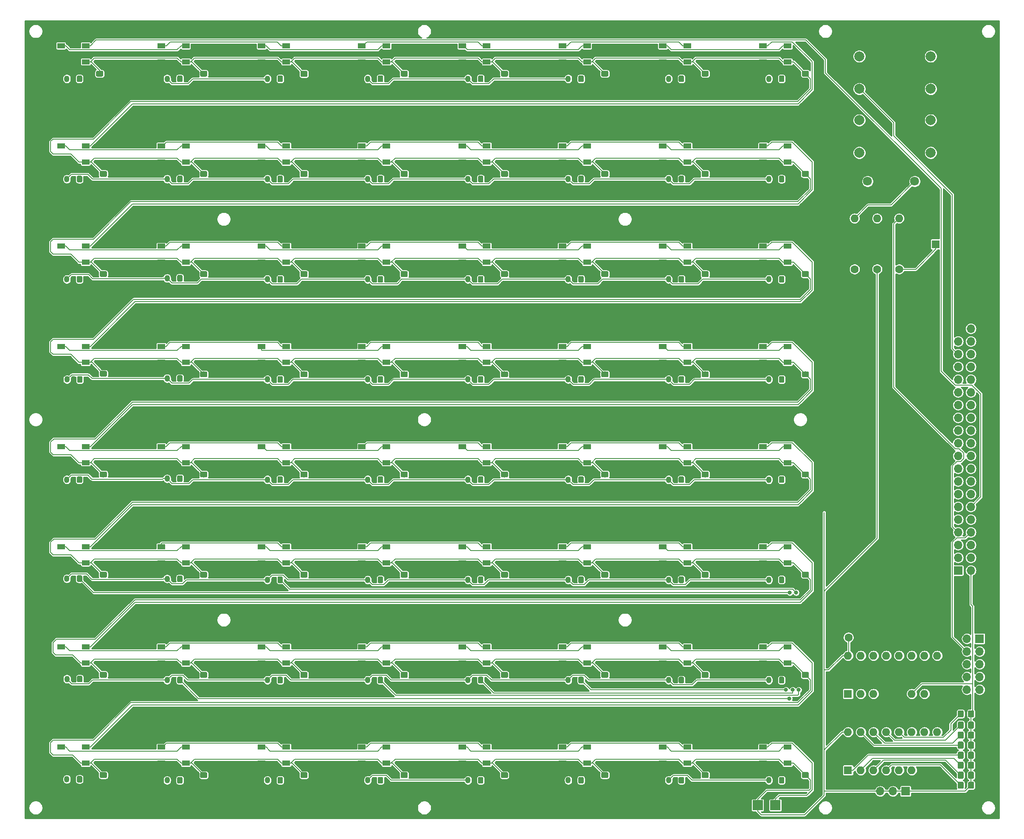
<source format=gbr>
%TF.GenerationSoftware,KiCad,Pcbnew,(5.1.4)-1*%
%TF.CreationDate,2021-06-18T22:58:37+05:30*%
%TF.ProjectId,board,626f6172-642e-46b6-9963-61645f706362,rev?*%
%TF.SameCoordinates,Original*%
%TF.FileFunction,Copper,L1,Top*%
%TF.FilePolarity,Positive*%
%FSLAX46Y46*%
G04 Gerber Fmt 4.6, Leading zero omitted, Abs format (unit mm)*
G04 Created by KiCad (PCBNEW (5.1.4)-1) date 2021-06-18 22:58:37*
%MOMM*%
%LPD*%
G04 APERTURE LIST*
%TA.AperFunction,Conductor*%
%ADD10C,0.100000*%
%TD*%
%TA.AperFunction,SMDPad,CuDef*%
%ADD11C,1.150000*%
%TD*%
%TA.AperFunction,ComponentPad*%
%ADD12C,2.000000*%
%TD*%
%TA.AperFunction,ComponentPad*%
%ADD13O,1.700000X1.700000*%
%TD*%
%TA.AperFunction,ComponentPad*%
%ADD14R,1.700000X1.700000*%
%TD*%
%TA.AperFunction,SMDPad,CuDef*%
%ADD15R,1.500000X1.000000*%
%TD*%
%TA.AperFunction,SMDPad,CuDef*%
%ADD16R,2.000000X2.000000*%
%TD*%
%TA.AperFunction,ComponentPad*%
%ADD17C,1.050000*%
%TD*%
%TA.AperFunction,ComponentPad*%
%ADD18O,1.050000X1.300000*%
%TD*%
%TA.AperFunction,ComponentPad*%
%ADD19C,1.600000*%
%TD*%
%TA.AperFunction,ComponentPad*%
%ADD20R,1.600000X1.600000*%
%TD*%
%TA.AperFunction,ComponentPad*%
%ADD21O,1.600000X1.600000*%
%TD*%
%TA.AperFunction,ComponentPad*%
%ADD22C,1.800000*%
%TD*%
%TA.AperFunction,ComponentPad*%
%ADD23R,1.800000X1.800000*%
%TD*%
%TA.AperFunction,ViaPad*%
%ADD24C,0.800000*%
%TD*%
%TA.AperFunction,Conductor*%
%ADD25C,0.200000*%
%TD*%
%TA.AperFunction,Conductor*%
%ADD26C,0.254000*%
%TD*%
G04 APERTURE END LIST*
D10*
%TO.N,M_7*%
%TO.C,R11*%
G36*
X247324505Y-188051204D02*
G01*
X247348773Y-188054804D01*
X247372572Y-188060765D01*
X247395671Y-188069030D01*
X247417850Y-188079520D01*
X247438893Y-188092132D01*
X247458599Y-188106747D01*
X247476777Y-188123223D01*
X247493253Y-188141401D01*
X247507868Y-188161107D01*
X247520480Y-188182150D01*
X247530970Y-188204329D01*
X247539235Y-188227428D01*
X247545196Y-188251227D01*
X247548796Y-188275495D01*
X247550000Y-188299999D01*
X247550000Y-189200001D01*
X247548796Y-189224505D01*
X247545196Y-189248773D01*
X247539235Y-189272572D01*
X247530970Y-189295671D01*
X247520480Y-189317850D01*
X247507868Y-189338893D01*
X247493253Y-189358599D01*
X247476777Y-189376777D01*
X247458599Y-189393253D01*
X247438893Y-189407868D01*
X247417850Y-189420480D01*
X247395671Y-189430970D01*
X247372572Y-189439235D01*
X247348773Y-189445196D01*
X247324505Y-189448796D01*
X247300001Y-189450000D01*
X246649999Y-189450000D01*
X246625495Y-189448796D01*
X246601227Y-189445196D01*
X246577428Y-189439235D01*
X246554329Y-189430970D01*
X246532150Y-189420480D01*
X246511107Y-189407868D01*
X246491401Y-189393253D01*
X246473223Y-189376777D01*
X246456747Y-189358599D01*
X246442132Y-189338893D01*
X246429520Y-189317850D01*
X246419030Y-189295671D01*
X246410765Y-189272572D01*
X246404804Y-189248773D01*
X246401204Y-189224505D01*
X246400000Y-189200001D01*
X246400000Y-188299999D01*
X246401204Y-188275495D01*
X246404804Y-188251227D01*
X246410765Y-188227428D01*
X246419030Y-188204329D01*
X246429520Y-188182150D01*
X246442132Y-188161107D01*
X246456747Y-188141401D01*
X246473223Y-188123223D01*
X246491401Y-188106747D01*
X246511107Y-188092132D01*
X246532150Y-188079520D01*
X246554329Y-188069030D01*
X246577428Y-188060765D01*
X246601227Y-188054804D01*
X246625495Y-188051204D01*
X246649999Y-188050000D01*
X247300001Y-188050000D01*
X247324505Y-188051204D01*
X247324505Y-188051204D01*
G37*
D11*
%TD*%
%TO.P,R11,2*%
%TO.N,M_7*%
X246975000Y-188750000D03*
D10*
%TO.N,+5V*%
%TO.C,R11*%
G36*
X249374505Y-188051204D02*
G01*
X249398773Y-188054804D01*
X249422572Y-188060765D01*
X249445671Y-188069030D01*
X249467850Y-188079520D01*
X249488893Y-188092132D01*
X249508599Y-188106747D01*
X249526777Y-188123223D01*
X249543253Y-188141401D01*
X249557868Y-188161107D01*
X249570480Y-188182150D01*
X249580970Y-188204329D01*
X249589235Y-188227428D01*
X249595196Y-188251227D01*
X249598796Y-188275495D01*
X249600000Y-188299999D01*
X249600000Y-189200001D01*
X249598796Y-189224505D01*
X249595196Y-189248773D01*
X249589235Y-189272572D01*
X249580970Y-189295671D01*
X249570480Y-189317850D01*
X249557868Y-189338893D01*
X249543253Y-189358599D01*
X249526777Y-189376777D01*
X249508599Y-189393253D01*
X249488893Y-189407868D01*
X249467850Y-189420480D01*
X249445671Y-189430970D01*
X249422572Y-189439235D01*
X249398773Y-189445196D01*
X249374505Y-189448796D01*
X249350001Y-189450000D01*
X248699999Y-189450000D01*
X248675495Y-189448796D01*
X248651227Y-189445196D01*
X248627428Y-189439235D01*
X248604329Y-189430970D01*
X248582150Y-189420480D01*
X248561107Y-189407868D01*
X248541401Y-189393253D01*
X248523223Y-189376777D01*
X248506747Y-189358599D01*
X248492132Y-189338893D01*
X248479520Y-189317850D01*
X248469030Y-189295671D01*
X248460765Y-189272572D01*
X248454804Y-189248773D01*
X248451204Y-189224505D01*
X248450000Y-189200001D01*
X248450000Y-188299999D01*
X248451204Y-188275495D01*
X248454804Y-188251227D01*
X248460765Y-188227428D01*
X248469030Y-188204329D01*
X248479520Y-188182150D01*
X248492132Y-188161107D01*
X248506747Y-188141401D01*
X248523223Y-188123223D01*
X248541401Y-188106747D01*
X248561107Y-188092132D01*
X248582150Y-188079520D01*
X248604329Y-188069030D01*
X248627428Y-188060765D01*
X248651227Y-188054804D01*
X248675495Y-188051204D01*
X248699999Y-188050000D01*
X249350001Y-188050000D01*
X249374505Y-188051204D01*
X249374505Y-188051204D01*
G37*
D11*
%TD*%
%TO.P,R11,1*%
%TO.N,+5V*%
X249025000Y-188750000D03*
D10*
%TO.N,M_6*%
%TO.C,R10*%
G36*
X247324505Y-190301204D02*
G01*
X247348773Y-190304804D01*
X247372572Y-190310765D01*
X247395671Y-190319030D01*
X247417850Y-190329520D01*
X247438893Y-190342132D01*
X247458599Y-190356747D01*
X247476777Y-190373223D01*
X247493253Y-190391401D01*
X247507868Y-190411107D01*
X247520480Y-190432150D01*
X247530970Y-190454329D01*
X247539235Y-190477428D01*
X247545196Y-190501227D01*
X247548796Y-190525495D01*
X247550000Y-190549999D01*
X247550000Y-191450001D01*
X247548796Y-191474505D01*
X247545196Y-191498773D01*
X247539235Y-191522572D01*
X247530970Y-191545671D01*
X247520480Y-191567850D01*
X247507868Y-191588893D01*
X247493253Y-191608599D01*
X247476777Y-191626777D01*
X247458599Y-191643253D01*
X247438893Y-191657868D01*
X247417850Y-191670480D01*
X247395671Y-191680970D01*
X247372572Y-191689235D01*
X247348773Y-191695196D01*
X247324505Y-191698796D01*
X247300001Y-191700000D01*
X246649999Y-191700000D01*
X246625495Y-191698796D01*
X246601227Y-191695196D01*
X246577428Y-191689235D01*
X246554329Y-191680970D01*
X246532150Y-191670480D01*
X246511107Y-191657868D01*
X246491401Y-191643253D01*
X246473223Y-191626777D01*
X246456747Y-191608599D01*
X246442132Y-191588893D01*
X246429520Y-191567850D01*
X246419030Y-191545671D01*
X246410765Y-191522572D01*
X246404804Y-191498773D01*
X246401204Y-191474505D01*
X246400000Y-191450001D01*
X246400000Y-190549999D01*
X246401204Y-190525495D01*
X246404804Y-190501227D01*
X246410765Y-190477428D01*
X246419030Y-190454329D01*
X246429520Y-190432150D01*
X246442132Y-190411107D01*
X246456747Y-190391401D01*
X246473223Y-190373223D01*
X246491401Y-190356747D01*
X246511107Y-190342132D01*
X246532150Y-190329520D01*
X246554329Y-190319030D01*
X246577428Y-190310765D01*
X246601227Y-190304804D01*
X246625495Y-190301204D01*
X246649999Y-190300000D01*
X247300001Y-190300000D01*
X247324505Y-190301204D01*
X247324505Y-190301204D01*
G37*
D11*
%TD*%
%TO.P,R10,2*%
%TO.N,M_6*%
X246975000Y-191000000D03*
D10*
%TO.N,+5V*%
%TO.C,R10*%
G36*
X249374505Y-190301204D02*
G01*
X249398773Y-190304804D01*
X249422572Y-190310765D01*
X249445671Y-190319030D01*
X249467850Y-190329520D01*
X249488893Y-190342132D01*
X249508599Y-190356747D01*
X249526777Y-190373223D01*
X249543253Y-190391401D01*
X249557868Y-190411107D01*
X249570480Y-190432150D01*
X249580970Y-190454329D01*
X249589235Y-190477428D01*
X249595196Y-190501227D01*
X249598796Y-190525495D01*
X249600000Y-190549999D01*
X249600000Y-191450001D01*
X249598796Y-191474505D01*
X249595196Y-191498773D01*
X249589235Y-191522572D01*
X249580970Y-191545671D01*
X249570480Y-191567850D01*
X249557868Y-191588893D01*
X249543253Y-191608599D01*
X249526777Y-191626777D01*
X249508599Y-191643253D01*
X249488893Y-191657868D01*
X249467850Y-191670480D01*
X249445671Y-191680970D01*
X249422572Y-191689235D01*
X249398773Y-191695196D01*
X249374505Y-191698796D01*
X249350001Y-191700000D01*
X248699999Y-191700000D01*
X248675495Y-191698796D01*
X248651227Y-191695196D01*
X248627428Y-191689235D01*
X248604329Y-191680970D01*
X248582150Y-191670480D01*
X248561107Y-191657868D01*
X248541401Y-191643253D01*
X248523223Y-191626777D01*
X248506747Y-191608599D01*
X248492132Y-191588893D01*
X248479520Y-191567850D01*
X248469030Y-191545671D01*
X248460765Y-191522572D01*
X248454804Y-191498773D01*
X248451204Y-191474505D01*
X248450000Y-191450001D01*
X248450000Y-190549999D01*
X248451204Y-190525495D01*
X248454804Y-190501227D01*
X248460765Y-190477428D01*
X248469030Y-190454329D01*
X248479520Y-190432150D01*
X248492132Y-190411107D01*
X248506747Y-190391401D01*
X248523223Y-190373223D01*
X248541401Y-190356747D01*
X248561107Y-190342132D01*
X248582150Y-190329520D01*
X248604329Y-190319030D01*
X248627428Y-190310765D01*
X248651227Y-190304804D01*
X248675495Y-190301204D01*
X248699999Y-190300000D01*
X249350001Y-190300000D01*
X249374505Y-190301204D01*
X249374505Y-190301204D01*
G37*
D11*
%TD*%
%TO.P,R10,1*%
%TO.N,+5V*%
X249025000Y-191000000D03*
D10*
%TO.N,M_5*%
%TO.C,R9*%
G36*
X247324505Y-192301204D02*
G01*
X247348773Y-192304804D01*
X247372572Y-192310765D01*
X247395671Y-192319030D01*
X247417850Y-192329520D01*
X247438893Y-192342132D01*
X247458599Y-192356747D01*
X247476777Y-192373223D01*
X247493253Y-192391401D01*
X247507868Y-192411107D01*
X247520480Y-192432150D01*
X247530970Y-192454329D01*
X247539235Y-192477428D01*
X247545196Y-192501227D01*
X247548796Y-192525495D01*
X247550000Y-192549999D01*
X247550000Y-193450001D01*
X247548796Y-193474505D01*
X247545196Y-193498773D01*
X247539235Y-193522572D01*
X247530970Y-193545671D01*
X247520480Y-193567850D01*
X247507868Y-193588893D01*
X247493253Y-193608599D01*
X247476777Y-193626777D01*
X247458599Y-193643253D01*
X247438893Y-193657868D01*
X247417850Y-193670480D01*
X247395671Y-193680970D01*
X247372572Y-193689235D01*
X247348773Y-193695196D01*
X247324505Y-193698796D01*
X247300001Y-193700000D01*
X246649999Y-193700000D01*
X246625495Y-193698796D01*
X246601227Y-193695196D01*
X246577428Y-193689235D01*
X246554329Y-193680970D01*
X246532150Y-193670480D01*
X246511107Y-193657868D01*
X246491401Y-193643253D01*
X246473223Y-193626777D01*
X246456747Y-193608599D01*
X246442132Y-193588893D01*
X246429520Y-193567850D01*
X246419030Y-193545671D01*
X246410765Y-193522572D01*
X246404804Y-193498773D01*
X246401204Y-193474505D01*
X246400000Y-193450001D01*
X246400000Y-192549999D01*
X246401204Y-192525495D01*
X246404804Y-192501227D01*
X246410765Y-192477428D01*
X246419030Y-192454329D01*
X246429520Y-192432150D01*
X246442132Y-192411107D01*
X246456747Y-192391401D01*
X246473223Y-192373223D01*
X246491401Y-192356747D01*
X246511107Y-192342132D01*
X246532150Y-192329520D01*
X246554329Y-192319030D01*
X246577428Y-192310765D01*
X246601227Y-192304804D01*
X246625495Y-192301204D01*
X246649999Y-192300000D01*
X247300001Y-192300000D01*
X247324505Y-192301204D01*
X247324505Y-192301204D01*
G37*
D11*
%TD*%
%TO.P,R9,2*%
%TO.N,M_5*%
X246975000Y-193000000D03*
D10*
%TO.N,+5V*%
%TO.C,R9*%
G36*
X249374505Y-192301204D02*
G01*
X249398773Y-192304804D01*
X249422572Y-192310765D01*
X249445671Y-192319030D01*
X249467850Y-192329520D01*
X249488893Y-192342132D01*
X249508599Y-192356747D01*
X249526777Y-192373223D01*
X249543253Y-192391401D01*
X249557868Y-192411107D01*
X249570480Y-192432150D01*
X249580970Y-192454329D01*
X249589235Y-192477428D01*
X249595196Y-192501227D01*
X249598796Y-192525495D01*
X249600000Y-192549999D01*
X249600000Y-193450001D01*
X249598796Y-193474505D01*
X249595196Y-193498773D01*
X249589235Y-193522572D01*
X249580970Y-193545671D01*
X249570480Y-193567850D01*
X249557868Y-193588893D01*
X249543253Y-193608599D01*
X249526777Y-193626777D01*
X249508599Y-193643253D01*
X249488893Y-193657868D01*
X249467850Y-193670480D01*
X249445671Y-193680970D01*
X249422572Y-193689235D01*
X249398773Y-193695196D01*
X249374505Y-193698796D01*
X249350001Y-193700000D01*
X248699999Y-193700000D01*
X248675495Y-193698796D01*
X248651227Y-193695196D01*
X248627428Y-193689235D01*
X248604329Y-193680970D01*
X248582150Y-193670480D01*
X248561107Y-193657868D01*
X248541401Y-193643253D01*
X248523223Y-193626777D01*
X248506747Y-193608599D01*
X248492132Y-193588893D01*
X248479520Y-193567850D01*
X248469030Y-193545671D01*
X248460765Y-193522572D01*
X248454804Y-193498773D01*
X248451204Y-193474505D01*
X248450000Y-193450001D01*
X248450000Y-192549999D01*
X248451204Y-192525495D01*
X248454804Y-192501227D01*
X248460765Y-192477428D01*
X248469030Y-192454329D01*
X248479520Y-192432150D01*
X248492132Y-192411107D01*
X248506747Y-192391401D01*
X248523223Y-192373223D01*
X248541401Y-192356747D01*
X248561107Y-192342132D01*
X248582150Y-192329520D01*
X248604329Y-192319030D01*
X248627428Y-192310765D01*
X248651227Y-192304804D01*
X248675495Y-192301204D01*
X248699999Y-192300000D01*
X249350001Y-192300000D01*
X249374505Y-192301204D01*
X249374505Y-192301204D01*
G37*
D11*
%TD*%
%TO.P,R9,1*%
%TO.N,+5V*%
X249025000Y-193000000D03*
D10*
%TO.N,M_4*%
%TO.C,R8*%
G36*
X247324505Y-194301204D02*
G01*
X247348773Y-194304804D01*
X247372572Y-194310765D01*
X247395671Y-194319030D01*
X247417850Y-194329520D01*
X247438893Y-194342132D01*
X247458599Y-194356747D01*
X247476777Y-194373223D01*
X247493253Y-194391401D01*
X247507868Y-194411107D01*
X247520480Y-194432150D01*
X247530970Y-194454329D01*
X247539235Y-194477428D01*
X247545196Y-194501227D01*
X247548796Y-194525495D01*
X247550000Y-194549999D01*
X247550000Y-195450001D01*
X247548796Y-195474505D01*
X247545196Y-195498773D01*
X247539235Y-195522572D01*
X247530970Y-195545671D01*
X247520480Y-195567850D01*
X247507868Y-195588893D01*
X247493253Y-195608599D01*
X247476777Y-195626777D01*
X247458599Y-195643253D01*
X247438893Y-195657868D01*
X247417850Y-195670480D01*
X247395671Y-195680970D01*
X247372572Y-195689235D01*
X247348773Y-195695196D01*
X247324505Y-195698796D01*
X247300001Y-195700000D01*
X246649999Y-195700000D01*
X246625495Y-195698796D01*
X246601227Y-195695196D01*
X246577428Y-195689235D01*
X246554329Y-195680970D01*
X246532150Y-195670480D01*
X246511107Y-195657868D01*
X246491401Y-195643253D01*
X246473223Y-195626777D01*
X246456747Y-195608599D01*
X246442132Y-195588893D01*
X246429520Y-195567850D01*
X246419030Y-195545671D01*
X246410765Y-195522572D01*
X246404804Y-195498773D01*
X246401204Y-195474505D01*
X246400000Y-195450001D01*
X246400000Y-194549999D01*
X246401204Y-194525495D01*
X246404804Y-194501227D01*
X246410765Y-194477428D01*
X246419030Y-194454329D01*
X246429520Y-194432150D01*
X246442132Y-194411107D01*
X246456747Y-194391401D01*
X246473223Y-194373223D01*
X246491401Y-194356747D01*
X246511107Y-194342132D01*
X246532150Y-194329520D01*
X246554329Y-194319030D01*
X246577428Y-194310765D01*
X246601227Y-194304804D01*
X246625495Y-194301204D01*
X246649999Y-194300000D01*
X247300001Y-194300000D01*
X247324505Y-194301204D01*
X247324505Y-194301204D01*
G37*
D11*
%TD*%
%TO.P,R8,2*%
%TO.N,M_4*%
X246975000Y-195000000D03*
D10*
%TO.N,+5V*%
%TO.C,R8*%
G36*
X249374505Y-194301204D02*
G01*
X249398773Y-194304804D01*
X249422572Y-194310765D01*
X249445671Y-194319030D01*
X249467850Y-194329520D01*
X249488893Y-194342132D01*
X249508599Y-194356747D01*
X249526777Y-194373223D01*
X249543253Y-194391401D01*
X249557868Y-194411107D01*
X249570480Y-194432150D01*
X249580970Y-194454329D01*
X249589235Y-194477428D01*
X249595196Y-194501227D01*
X249598796Y-194525495D01*
X249600000Y-194549999D01*
X249600000Y-195450001D01*
X249598796Y-195474505D01*
X249595196Y-195498773D01*
X249589235Y-195522572D01*
X249580970Y-195545671D01*
X249570480Y-195567850D01*
X249557868Y-195588893D01*
X249543253Y-195608599D01*
X249526777Y-195626777D01*
X249508599Y-195643253D01*
X249488893Y-195657868D01*
X249467850Y-195670480D01*
X249445671Y-195680970D01*
X249422572Y-195689235D01*
X249398773Y-195695196D01*
X249374505Y-195698796D01*
X249350001Y-195700000D01*
X248699999Y-195700000D01*
X248675495Y-195698796D01*
X248651227Y-195695196D01*
X248627428Y-195689235D01*
X248604329Y-195680970D01*
X248582150Y-195670480D01*
X248561107Y-195657868D01*
X248541401Y-195643253D01*
X248523223Y-195626777D01*
X248506747Y-195608599D01*
X248492132Y-195588893D01*
X248479520Y-195567850D01*
X248469030Y-195545671D01*
X248460765Y-195522572D01*
X248454804Y-195498773D01*
X248451204Y-195474505D01*
X248450000Y-195450001D01*
X248450000Y-194549999D01*
X248451204Y-194525495D01*
X248454804Y-194501227D01*
X248460765Y-194477428D01*
X248469030Y-194454329D01*
X248479520Y-194432150D01*
X248492132Y-194411107D01*
X248506747Y-194391401D01*
X248523223Y-194373223D01*
X248541401Y-194356747D01*
X248561107Y-194342132D01*
X248582150Y-194329520D01*
X248604329Y-194319030D01*
X248627428Y-194310765D01*
X248651227Y-194304804D01*
X248675495Y-194301204D01*
X248699999Y-194300000D01*
X249350001Y-194300000D01*
X249374505Y-194301204D01*
X249374505Y-194301204D01*
G37*
D11*
%TD*%
%TO.P,R8,1*%
%TO.N,+5V*%
X249025000Y-195000000D03*
D10*
%TO.N,M_3*%
%TO.C,R7*%
G36*
X247324505Y-196301204D02*
G01*
X247348773Y-196304804D01*
X247372572Y-196310765D01*
X247395671Y-196319030D01*
X247417850Y-196329520D01*
X247438893Y-196342132D01*
X247458599Y-196356747D01*
X247476777Y-196373223D01*
X247493253Y-196391401D01*
X247507868Y-196411107D01*
X247520480Y-196432150D01*
X247530970Y-196454329D01*
X247539235Y-196477428D01*
X247545196Y-196501227D01*
X247548796Y-196525495D01*
X247550000Y-196549999D01*
X247550000Y-197450001D01*
X247548796Y-197474505D01*
X247545196Y-197498773D01*
X247539235Y-197522572D01*
X247530970Y-197545671D01*
X247520480Y-197567850D01*
X247507868Y-197588893D01*
X247493253Y-197608599D01*
X247476777Y-197626777D01*
X247458599Y-197643253D01*
X247438893Y-197657868D01*
X247417850Y-197670480D01*
X247395671Y-197680970D01*
X247372572Y-197689235D01*
X247348773Y-197695196D01*
X247324505Y-197698796D01*
X247300001Y-197700000D01*
X246649999Y-197700000D01*
X246625495Y-197698796D01*
X246601227Y-197695196D01*
X246577428Y-197689235D01*
X246554329Y-197680970D01*
X246532150Y-197670480D01*
X246511107Y-197657868D01*
X246491401Y-197643253D01*
X246473223Y-197626777D01*
X246456747Y-197608599D01*
X246442132Y-197588893D01*
X246429520Y-197567850D01*
X246419030Y-197545671D01*
X246410765Y-197522572D01*
X246404804Y-197498773D01*
X246401204Y-197474505D01*
X246400000Y-197450001D01*
X246400000Y-196549999D01*
X246401204Y-196525495D01*
X246404804Y-196501227D01*
X246410765Y-196477428D01*
X246419030Y-196454329D01*
X246429520Y-196432150D01*
X246442132Y-196411107D01*
X246456747Y-196391401D01*
X246473223Y-196373223D01*
X246491401Y-196356747D01*
X246511107Y-196342132D01*
X246532150Y-196329520D01*
X246554329Y-196319030D01*
X246577428Y-196310765D01*
X246601227Y-196304804D01*
X246625495Y-196301204D01*
X246649999Y-196300000D01*
X247300001Y-196300000D01*
X247324505Y-196301204D01*
X247324505Y-196301204D01*
G37*
D11*
%TD*%
%TO.P,R7,2*%
%TO.N,M_3*%
X246975000Y-197000000D03*
D10*
%TO.N,+5V*%
%TO.C,R7*%
G36*
X249374505Y-196301204D02*
G01*
X249398773Y-196304804D01*
X249422572Y-196310765D01*
X249445671Y-196319030D01*
X249467850Y-196329520D01*
X249488893Y-196342132D01*
X249508599Y-196356747D01*
X249526777Y-196373223D01*
X249543253Y-196391401D01*
X249557868Y-196411107D01*
X249570480Y-196432150D01*
X249580970Y-196454329D01*
X249589235Y-196477428D01*
X249595196Y-196501227D01*
X249598796Y-196525495D01*
X249600000Y-196549999D01*
X249600000Y-197450001D01*
X249598796Y-197474505D01*
X249595196Y-197498773D01*
X249589235Y-197522572D01*
X249580970Y-197545671D01*
X249570480Y-197567850D01*
X249557868Y-197588893D01*
X249543253Y-197608599D01*
X249526777Y-197626777D01*
X249508599Y-197643253D01*
X249488893Y-197657868D01*
X249467850Y-197670480D01*
X249445671Y-197680970D01*
X249422572Y-197689235D01*
X249398773Y-197695196D01*
X249374505Y-197698796D01*
X249350001Y-197700000D01*
X248699999Y-197700000D01*
X248675495Y-197698796D01*
X248651227Y-197695196D01*
X248627428Y-197689235D01*
X248604329Y-197680970D01*
X248582150Y-197670480D01*
X248561107Y-197657868D01*
X248541401Y-197643253D01*
X248523223Y-197626777D01*
X248506747Y-197608599D01*
X248492132Y-197588893D01*
X248479520Y-197567850D01*
X248469030Y-197545671D01*
X248460765Y-197522572D01*
X248454804Y-197498773D01*
X248451204Y-197474505D01*
X248450000Y-197450001D01*
X248450000Y-196549999D01*
X248451204Y-196525495D01*
X248454804Y-196501227D01*
X248460765Y-196477428D01*
X248469030Y-196454329D01*
X248479520Y-196432150D01*
X248492132Y-196411107D01*
X248506747Y-196391401D01*
X248523223Y-196373223D01*
X248541401Y-196356747D01*
X248561107Y-196342132D01*
X248582150Y-196329520D01*
X248604329Y-196319030D01*
X248627428Y-196310765D01*
X248651227Y-196304804D01*
X248675495Y-196301204D01*
X248699999Y-196300000D01*
X249350001Y-196300000D01*
X249374505Y-196301204D01*
X249374505Y-196301204D01*
G37*
D11*
%TD*%
%TO.P,R7,1*%
%TO.N,+5V*%
X249025000Y-197000000D03*
D10*
%TO.N,M_2*%
%TO.C,R6*%
G36*
X247324505Y-198301204D02*
G01*
X247348773Y-198304804D01*
X247372572Y-198310765D01*
X247395671Y-198319030D01*
X247417850Y-198329520D01*
X247438893Y-198342132D01*
X247458599Y-198356747D01*
X247476777Y-198373223D01*
X247493253Y-198391401D01*
X247507868Y-198411107D01*
X247520480Y-198432150D01*
X247530970Y-198454329D01*
X247539235Y-198477428D01*
X247545196Y-198501227D01*
X247548796Y-198525495D01*
X247550000Y-198549999D01*
X247550000Y-199450001D01*
X247548796Y-199474505D01*
X247545196Y-199498773D01*
X247539235Y-199522572D01*
X247530970Y-199545671D01*
X247520480Y-199567850D01*
X247507868Y-199588893D01*
X247493253Y-199608599D01*
X247476777Y-199626777D01*
X247458599Y-199643253D01*
X247438893Y-199657868D01*
X247417850Y-199670480D01*
X247395671Y-199680970D01*
X247372572Y-199689235D01*
X247348773Y-199695196D01*
X247324505Y-199698796D01*
X247300001Y-199700000D01*
X246649999Y-199700000D01*
X246625495Y-199698796D01*
X246601227Y-199695196D01*
X246577428Y-199689235D01*
X246554329Y-199680970D01*
X246532150Y-199670480D01*
X246511107Y-199657868D01*
X246491401Y-199643253D01*
X246473223Y-199626777D01*
X246456747Y-199608599D01*
X246442132Y-199588893D01*
X246429520Y-199567850D01*
X246419030Y-199545671D01*
X246410765Y-199522572D01*
X246404804Y-199498773D01*
X246401204Y-199474505D01*
X246400000Y-199450001D01*
X246400000Y-198549999D01*
X246401204Y-198525495D01*
X246404804Y-198501227D01*
X246410765Y-198477428D01*
X246419030Y-198454329D01*
X246429520Y-198432150D01*
X246442132Y-198411107D01*
X246456747Y-198391401D01*
X246473223Y-198373223D01*
X246491401Y-198356747D01*
X246511107Y-198342132D01*
X246532150Y-198329520D01*
X246554329Y-198319030D01*
X246577428Y-198310765D01*
X246601227Y-198304804D01*
X246625495Y-198301204D01*
X246649999Y-198300000D01*
X247300001Y-198300000D01*
X247324505Y-198301204D01*
X247324505Y-198301204D01*
G37*
D11*
%TD*%
%TO.P,R6,2*%
%TO.N,M_2*%
X246975000Y-199000000D03*
D10*
%TO.N,+5V*%
%TO.C,R6*%
G36*
X249374505Y-198301204D02*
G01*
X249398773Y-198304804D01*
X249422572Y-198310765D01*
X249445671Y-198319030D01*
X249467850Y-198329520D01*
X249488893Y-198342132D01*
X249508599Y-198356747D01*
X249526777Y-198373223D01*
X249543253Y-198391401D01*
X249557868Y-198411107D01*
X249570480Y-198432150D01*
X249580970Y-198454329D01*
X249589235Y-198477428D01*
X249595196Y-198501227D01*
X249598796Y-198525495D01*
X249600000Y-198549999D01*
X249600000Y-199450001D01*
X249598796Y-199474505D01*
X249595196Y-199498773D01*
X249589235Y-199522572D01*
X249580970Y-199545671D01*
X249570480Y-199567850D01*
X249557868Y-199588893D01*
X249543253Y-199608599D01*
X249526777Y-199626777D01*
X249508599Y-199643253D01*
X249488893Y-199657868D01*
X249467850Y-199670480D01*
X249445671Y-199680970D01*
X249422572Y-199689235D01*
X249398773Y-199695196D01*
X249374505Y-199698796D01*
X249350001Y-199700000D01*
X248699999Y-199700000D01*
X248675495Y-199698796D01*
X248651227Y-199695196D01*
X248627428Y-199689235D01*
X248604329Y-199680970D01*
X248582150Y-199670480D01*
X248561107Y-199657868D01*
X248541401Y-199643253D01*
X248523223Y-199626777D01*
X248506747Y-199608599D01*
X248492132Y-199588893D01*
X248479520Y-199567850D01*
X248469030Y-199545671D01*
X248460765Y-199522572D01*
X248454804Y-199498773D01*
X248451204Y-199474505D01*
X248450000Y-199450001D01*
X248450000Y-198549999D01*
X248451204Y-198525495D01*
X248454804Y-198501227D01*
X248460765Y-198477428D01*
X248469030Y-198454329D01*
X248479520Y-198432150D01*
X248492132Y-198411107D01*
X248506747Y-198391401D01*
X248523223Y-198373223D01*
X248541401Y-198356747D01*
X248561107Y-198342132D01*
X248582150Y-198329520D01*
X248604329Y-198319030D01*
X248627428Y-198310765D01*
X248651227Y-198304804D01*
X248675495Y-198301204D01*
X248699999Y-198300000D01*
X249350001Y-198300000D01*
X249374505Y-198301204D01*
X249374505Y-198301204D01*
G37*
D11*
%TD*%
%TO.P,R6,1*%
%TO.N,+5V*%
X249025000Y-199000000D03*
D10*
%TO.N,M_1*%
%TO.C,R5*%
G36*
X247324505Y-200301204D02*
G01*
X247348773Y-200304804D01*
X247372572Y-200310765D01*
X247395671Y-200319030D01*
X247417850Y-200329520D01*
X247438893Y-200342132D01*
X247458599Y-200356747D01*
X247476777Y-200373223D01*
X247493253Y-200391401D01*
X247507868Y-200411107D01*
X247520480Y-200432150D01*
X247530970Y-200454329D01*
X247539235Y-200477428D01*
X247545196Y-200501227D01*
X247548796Y-200525495D01*
X247550000Y-200549999D01*
X247550000Y-201450001D01*
X247548796Y-201474505D01*
X247545196Y-201498773D01*
X247539235Y-201522572D01*
X247530970Y-201545671D01*
X247520480Y-201567850D01*
X247507868Y-201588893D01*
X247493253Y-201608599D01*
X247476777Y-201626777D01*
X247458599Y-201643253D01*
X247438893Y-201657868D01*
X247417850Y-201670480D01*
X247395671Y-201680970D01*
X247372572Y-201689235D01*
X247348773Y-201695196D01*
X247324505Y-201698796D01*
X247300001Y-201700000D01*
X246649999Y-201700000D01*
X246625495Y-201698796D01*
X246601227Y-201695196D01*
X246577428Y-201689235D01*
X246554329Y-201680970D01*
X246532150Y-201670480D01*
X246511107Y-201657868D01*
X246491401Y-201643253D01*
X246473223Y-201626777D01*
X246456747Y-201608599D01*
X246442132Y-201588893D01*
X246429520Y-201567850D01*
X246419030Y-201545671D01*
X246410765Y-201522572D01*
X246404804Y-201498773D01*
X246401204Y-201474505D01*
X246400000Y-201450001D01*
X246400000Y-200549999D01*
X246401204Y-200525495D01*
X246404804Y-200501227D01*
X246410765Y-200477428D01*
X246419030Y-200454329D01*
X246429520Y-200432150D01*
X246442132Y-200411107D01*
X246456747Y-200391401D01*
X246473223Y-200373223D01*
X246491401Y-200356747D01*
X246511107Y-200342132D01*
X246532150Y-200329520D01*
X246554329Y-200319030D01*
X246577428Y-200310765D01*
X246601227Y-200304804D01*
X246625495Y-200301204D01*
X246649999Y-200300000D01*
X247300001Y-200300000D01*
X247324505Y-200301204D01*
X247324505Y-200301204D01*
G37*
D11*
%TD*%
%TO.P,R5,2*%
%TO.N,M_1*%
X246975000Y-201000000D03*
D10*
%TO.N,+5V*%
%TO.C,R5*%
G36*
X249374505Y-200301204D02*
G01*
X249398773Y-200304804D01*
X249422572Y-200310765D01*
X249445671Y-200319030D01*
X249467850Y-200329520D01*
X249488893Y-200342132D01*
X249508599Y-200356747D01*
X249526777Y-200373223D01*
X249543253Y-200391401D01*
X249557868Y-200411107D01*
X249570480Y-200432150D01*
X249580970Y-200454329D01*
X249589235Y-200477428D01*
X249595196Y-200501227D01*
X249598796Y-200525495D01*
X249600000Y-200549999D01*
X249600000Y-201450001D01*
X249598796Y-201474505D01*
X249595196Y-201498773D01*
X249589235Y-201522572D01*
X249580970Y-201545671D01*
X249570480Y-201567850D01*
X249557868Y-201588893D01*
X249543253Y-201608599D01*
X249526777Y-201626777D01*
X249508599Y-201643253D01*
X249488893Y-201657868D01*
X249467850Y-201670480D01*
X249445671Y-201680970D01*
X249422572Y-201689235D01*
X249398773Y-201695196D01*
X249374505Y-201698796D01*
X249350001Y-201700000D01*
X248699999Y-201700000D01*
X248675495Y-201698796D01*
X248651227Y-201695196D01*
X248627428Y-201689235D01*
X248604329Y-201680970D01*
X248582150Y-201670480D01*
X248561107Y-201657868D01*
X248541401Y-201643253D01*
X248523223Y-201626777D01*
X248506747Y-201608599D01*
X248492132Y-201588893D01*
X248479520Y-201567850D01*
X248469030Y-201545671D01*
X248460765Y-201522572D01*
X248454804Y-201498773D01*
X248451204Y-201474505D01*
X248450000Y-201450001D01*
X248450000Y-200549999D01*
X248451204Y-200525495D01*
X248454804Y-200501227D01*
X248460765Y-200477428D01*
X248469030Y-200454329D01*
X248479520Y-200432150D01*
X248492132Y-200411107D01*
X248506747Y-200391401D01*
X248523223Y-200373223D01*
X248541401Y-200356747D01*
X248561107Y-200342132D01*
X248582150Y-200329520D01*
X248604329Y-200319030D01*
X248627428Y-200310765D01*
X248651227Y-200304804D01*
X248675495Y-200301204D01*
X248699999Y-200300000D01*
X249350001Y-200300000D01*
X249374505Y-200301204D01*
X249374505Y-200301204D01*
G37*
D11*
%TD*%
%TO.P,R5,1*%
%TO.N,+5V*%
X249025000Y-201000000D03*
D10*
%TO.N,M_0*%
%TO.C,R4*%
G36*
X247324505Y-202301204D02*
G01*
X247348773Y-202304804D01*
X247372572Y-202310765D01*
X247395671Y-202319030D01*
X247417850Y-202329520D01*
X247438893Y-202342132D01*
X247458599Y-202356747D01*
X247476777Y-202373223D01*
X247493253Y-202391401D01*
X247507868Y-202411107D01*
X247520480Y-202432150D01*
X247530970Y-202454329D01*
X247539235Y-202477428D01*
X247545196Y-202501227D01*
X247548796Y-202525495D01*
X247550000Y-202549999D01*
X247550000Y-203450001D01*
X247548796Y-203474505D01*
X247545196Y-203498773D01*
X247539235Y-203522572D01*
X247530970Y-203545671D01*
X247520480Y-203567850D01*
X247507868Y-203588893D01*
X247493253Y-203608599D01*
X247476777Y-203626777D01*
X247458599Y-203643253D01*
X247438893Y-203657868D01*
X247417850Y-203670480D01*
X247395671Y-203680970D01*
X247372572Y-203689235D01*
X247348773Y-203695196D01*
X247324505Y-203698796D01*
X247300001Y-203700000D01*
X246649999Y-203700000D01*
X246625495Y-203698796D01*
X246601227Y-203695196D01*
X246577428Y-203689235D01*
X246554329Y-203680970D01*
X246532150Y-203670480D01*
X246511107Y-203657868D01*
X246491401Y-203643253D01*
X246473223Y-203626777D01*
X246456747Y-203608599D01*
X246442132Y-203588893D01*
X246429520Y-203567850D01*
X246419030Y-203545671D01*
X246410765Y-203522572D01*
X246404804Y-203498773D01*
X246401204Y-203474505D01*
X246400000Y-203450001D01*
X246400000Y-202549999D01*
X246401204Y-202525495D01*
X246404804Y-202501227D01*
X246410765Y-202477428D01*
X246419030Y-202454329D01*
X246429520Y-202432150D01*
X246442132Y-202411107D01*
X246456747Y-202391401D01*
X246473223Y-202373223D01*
X246491401Y-202356747D01*
X246511107Y-202342132D01*
X246532150Y-202329520D01*
X246554329Y-202319030D01*
X246577428Y-202310765D01*
X246601227Y-202304804D01*
X246625495Y-202301204D01*
X246649999Y-202300000D01*
X247300001Y-202300000D01*
X247324505Y-202301204D01*
X247324505Y-202301204D01*
G37*
D11*
%TD*%
%TO.P,R4,2*%
%TO.N,M_0*%
X246975000Y-203000000D03*
D10*
%TO.N,+5V*%
%TO.C,R4*%
G36*
X249374505Y-202301204D02*
G01*
X249398773Y-202304804D01*
X249422572Y-202310765D01*
X249445671Y-202319030D01*
X249467850Y-202329520D01*
X249488893Y-202342132D01*
X249508599Y-202356747D01*
X249526777Y-202373223D01*
X249543253Y-202391401D01*
X249557868Y-202411107D01*
X249570480Y-202432150D01*
X249580970Y-202454329D01*
X249589235Y-202477428D01*
X249595196Y-202501227D01*
X249598796Y-202525495D01*
X249600000Y-202549999D01*
X249600000Y-203450001D01*
X249598796Y-203474505D01*
X249595196Y-203498773D01*
X249589235Y-203522572D01*
X249580970Y-203545671D01*
X249570480Y-203567850D01*
X249557868Y-203588893D01*
X249543253Y-203608599D01*
X249526777Y-203626777D01*
X249508599Y-203643253D01*
X249488893Y-203657868D01*
X249467850Y-203670480D01*
X249445671Y-203680970D01*
X249422572Y-203689235D01*
X249398773Y-203695196D01*
X249374505Y-203698796D01*
X249350001Y-203700000D01*
X248699999Y-203700000D01*
X248675495Y-203698796D01*
X248651227Y-203695196D01*
X248627428Y-203689235D01*
X248604329Y-203680970D01*
X248582150Y-203670480D01*
X248561107Y-203657868D01*
X248541401Y-203643253D01*
X248523223Y-203626777D01*
X248506747Y-203608599D01*
X248492132Y-203588893D01*
X248479520Y-203567850D01*
X248469030Y-203545671D01*
X248460765Y-203522572D01*
X248454804Y-203498773D01*
X248451204Y-203474505D01*
X248450000Y-203450001D01*
X248450000Y-202549999D01*
X248451204Y-202525495D01*
X248454804Y-202501227D01*
X248460765Y-202477428D01*
X248469030Y-202454329D01*
X248479520Y-202432150D01*
X248492132Y-202411107D01*
X248506747Y-202391401D01*
X248523223Y-202373223D01*
X248541401Y-202356747D01*
X248561107Y-202342132D01*
X248582150Y-202329520D01*
X248604329Y-202319030D01*
X248627428Y-202310765D01*
X248651227Y-202304804D01*
X248675495Y-202301204D01*
X248699999Y-202300000D01*
X249350001Y-202300000D01*
X249374505Y-202301204D01*
X249374505Y-202301204D01*
G37*
D11*
%TD*%
%TO.P,R4,1*%
%TO.N,+5V*%
X249025000Y-203000000D03*
D12*
%TO.P,SW4,1*%
%TO.N,/BTN4*%
X241000000Y-57500000D03*
%TO.P,SW4,2*%
%TO.N,GND*%
X245500000Y-57500000D03*
%TO.P,SW4,1*%
%TO.N,/BTN4*%
X241000000Y-64000000D03*
%TO.P,SW4,2*%
%TO.N,GND*%
X245500000Y-64000000D03*
%TD*%
D13*
%TO.P,e1,10*%
%TO.N,/AUX10*%
X248210000Y-183910000D03*
%TO.P,e1,9*%
%TO.N,/AUX5*%
X250750000Y-183910000D03*
%TO.P,e1,8*%
%TO.N,/AUX9*%
X248210000Y-181370000D03*
%TO.P,e1,7*%
%TO.N,/AUX4*%
X250750000Y-181370000D03*
%TO.P,e1,6*%
%TO.N,/AUX8*%
X248210000Y-178830000D03*
%TO.P,e1,5*%
%TO.N,/AUX3*%
X250750000Y-178830000D03*
%TO.P,e1,4*%
%TO.N,/AUX7*%
X248210000Y-176290000D03*
%TO.P,e1,3*%
%TO.N,/AUX2*%
X250750000Y-176290000D03*
%TO.P,e1,2*%
%TO.N,/AUX6*%
X248210000Y-173750000D03*
D14*
%TO.P,e1,1*%
%TO.N,/AUX1*%
X250750000Y-173750000D03*
%TD*%
D15*
%TO.P,D16,1*%
%TO.N,Net-(D16-Pad1)*%
X127550000Y-55400000D03*
%TO.P,D16,2*%
%TO.N,GND*%
X127550000Y-58600000D03*
%TO.P,D16,4*%
%TO.N,Net-(D12-Pad1)*%
X132450000Y-55400000D03*
%TO.P,D16,3*%
%TO.N,+5V*%
X132450000Y-58600000D03*
%TD*%
D16*
%TO.P,TP3,1*%
%TO.N,+5V*%
X206500000Y-207000000D03*
%TD*%
%TO.P,TP2,1*%
%TO.N,GND*%
X213500000Y-207000000D03*
%TD*%
%TO.P,TP1,1*%
%TO.N,Net-(D66-Pad1)*%
X210000000Y-207000000D03*
%TD*%
D10*
%TO.N,D_7*%
%TO.C,U66*%
G36*
X211549594Y-201351203D02*
G01*
X211573853Y-201354802D01*
X211597642Y-201360761D01*
X211620733Y-201369023D01*
X211642902Y-201379508D01*
X211663937Y-201392116D01*
X211683635Y-201406725D01*
X211701806Y-201423194D01*
X211718275Y-201441365D01*
X211732884Y-201461063D01*
X211745492Y-201482098D01*
X211755977Y-201504267D01*
X211764239Y-201527358D01*
X211770198Y-201551147D01*
X211773797Y-201575406D01*
X211775000Y-201599900D01*
X211775000Y-202400100D01*
X211773797Y-202424594D01*
X211770198Y-202448853D01*
X211764239Y-202472642D01*
X211755977Y-202495733D01*
X211745492Y-202517902D01*
X211732884Y-202538937D01*
X211718275Y-202558635D01*
X211701806Y-202576806D01*
X211683635Y-202593275D01*
X211663937Y-202607884D01*
X211642902Y-202620492D01*
X211620733Y-202630977D01*
X211597642Y-202639239D01*
X211573853Y-202645198D01*
X211549594Y-202648797D01*
X211525100Y-202650000D01*
X210974900Y-202650000D01*
X210950406Y-202648797D01*
X210926147Y-202645198D01*
X210902358Y-202639239D01*
X210879267Y-202630977D01*
X210857098Y-202620492D01*
X210836063Y-202607884D01*
X210816365Y-202593275D01*
X210798194Y-202576806D01*
X210781725Y-202558635D01*
X210767116Y-202538937D01*
X210754508Y-202517902D01*
X210744023Y-202495733D01*
X210735761Y-202472642D01*
X210729802Y-202448853D01*
X210726203Y-202424594D01*
X210725000Y-202400100D01*
X210725000Y-201599900D01*
X210726203Y-201575406D01*
X210729802Y-201551147D01*
X210735761Y-201527358D01*
X210744023Y-201504267D01*
X210754508Y-201482098D01*
X210767116Y-201461063D01*
X210781725Y-201441365D01*
X210798194Y-201423194D01*
X210816365Y-201406725D01*
X210836063Y-201392116D01*
X210857098Y-201379508D01*
X210879267Y-201369023D01*
X210902358Y-201360761D01*
X210926147Y-201354802D01*
X210950406Y-201351203D01*
X210974900Y-201350000D01*
X211525100Y-201350000D01*
X211549594Y-201351203D01*
X211549594Y-201351203D01*
G37*
D17*
%TD*%
%TO.P,U66,1*%
%TO.N,D_7*%
X211250000Y-202000000D03*
D18*
%TO.P,U66,3*%
%TO.N,M_7*%
X208710000Y-202000000D03*
%TO.P,U66,2*%
%TO.N,GND*%
X209980000Y-202000000D03*
%TD*%
D10*
%TO.N,D_7*%
%TO.C,U65*%
G36*
X211549594Y-181351203D02*
G01*
X211573853Y-181354802D01*
X211597642Y-181360761D01*
X211620733Y-181369023D01*
X211642902Y-181379508D01*
X211663937Y-181392116D01*
X211683635Y-181406725D01*
X211701806Y-181423194D01*
X211718275Y-181441365D01*
X211732884Y-181461063D01*
X211745492Y-181482098D01*
X211755977Y-181504267D01*
X211764239Y-181527358D01*
X211770198Y-181551147D01*
X211773797Y-181575406D01*
X211775000Y-181599900D01*
X211775000Y-182400100D01*
X211773797Y-182424594D01*
X211770198Y-182448853D01*
X211764239Y-182472642D01*
X211755977Y-182495733D01*
X211745492Y-182517902D01*
X211732884Y-182538937D01*
X211718275Y-182558635D01*
X211701806Y-182576806D01*
X211683635Y-182593275D01*
X211663937Y-182607884D01*
X211642902Y-182620492D01*
X211620733Y-182630977D01*
X211597642Y-182639239D01*
X211573853Y-182645198D01*
X211549594Y-182648797D01*
X211525100Y-182650000D01*
X210974900Y-182650000D01*
X210950406Y-182648797D01*
X210926147Y-182645198D01*
X210902358Y-182639239D01*
X210879267Y-182630977D01*
X210857098Y-182620492D01*
X210836063Y-182607884D01*
X210816365Y-182593275D01*
X210798194Y-182576806D01*
X210781725Y-182558635D01*
X210767116Y-182538937D01*
X210754508Y-182517902D01*
X210744023Y-182495733D01*
X210735761Y-182472642D01*
X210729802Y-182448853D01*
X210726203Y-182424594D01*
X210725000Y-182400100D01*
X210725000Y-181599900D01*
X210726203Y-181575406D01*
X210729802Y-181551147D01*
X210735761Y-181527358D01*
X210744023Y-181504267D01*
X210754508Y-181482098D01*
X210767116Y-181461063D01*
X210781725Y-181441365D01*
X210798194Y-181423194D01*
X210816365Y-181406725D01*
X210836063Y-181392116D01*
X210857098Y-181379508D01*
X210879267Y-181369023D01*
X210902358Y-181360761D01*
X210926147Y-181354802D01*
X210950406Y-181351203D01*
X210974900Y-181350000D01*
X211525100Y-181350000D01*
X211549594Y-181351203D01*
X211549594Y-181351203D01*
G37*
D17*
%TD*%
%TO.P,U65,1*%
%TO.N,D_7*%
X211250000Y-182000000D03*
D18*
%TO.P,U65,3*%
%TO.N,M_6*%
X208710000Y-182000000D03*
%TO.P,U65,2*%
%TO.N,GND*%
X209980000Y-182000000D03*
%TD*%
D10*
%TO.N,D_7*%
%TO.C,U64*%
G36*
X211549594Y-161351203D02*
G01*
X211573853Y-161354802D01*
X211597642Y-161360761D01*
X211620733Y-161369023D01*
X211642902Y-161379508D01*
X211663937Y-161392116D01*
X211683635Y-161406725D01*
X211701806Y-161423194D01*
X211718275Y-161441365D01*
X211732884Y-161461063D01*
X211745492Y-161482098D01*
X211755977Y-161504267D01*
X211764239Y-161527358D01*
X211770198Y-161551147D01*
X211773797Y-161575406D01*
X211775000Y-161599900D01*
X211775000Y-162400100D01*
X211773797Y-162424594D01*
X211770198Y-162448853D01*
X211764239Y-162472642D01*
X211755977Y-162495733D01*
X211745492Y-162517902D01*
X211732884Y-162538937D01*
X211718275Y-162558635D01*
X211701806Y-162576806D01*
X211683635Y-162593275D01*
X211663937Y-162607884D01*
X211642902Y-162620492D01*
X211620733Y-162630977D01*
X211597642Y-162639239D01*
X211573853Y-162645198D01*
X211549594Y-162648797D01*
X211525100Y-162650000D01*
X210974900Y-162650000D01*
X210950406Y-162648797D01*
X210926147Y-162645198D01*
X210902358Y-162639239D01*
X210879267Y-162630977D01*
X210857098Y-162620492D01*
X210836063Y-162607884D01*
X210816365Y-162593275D01*
X210798194Y-162576806D01*
X210781725Y-162558635D01*
X210767116Y-162538937D01*
X210754508Y-162517902D01*
X210744023Y-162495733D01*
X210735761Y-162472642D01*
X210729802Y-162448853D01*
X210726203Y-162424594D01*
X210725000Y-162400100D01*
X210725000Y-161599900D01*
X210726203Y-161575406D01*
X210729802Y-161551147D01*
X210735761Y-161527358D01*
X210744023Y-161504267D01*
X210754508Y-161482098D01*
X210767116Y-161461063D01*
X210781725Y-161441365D01*
X210798194Y-161423194D01*
X210816365Y-161406725D01*
X210836063Y-161392116D01*
X210857098Y-161379508D01*
X210879267Y-161369023D01*
X210902358Y-161360761D01*
X210926147Y-161354802D01*
X210950406Y-161351203D01*
X210974900Y-161350000D01*
X211525100Y-161350000D01*
X211549594Y-161351203D01*
X211549594Y-161351203D01*
G37*
D17*
%TD*%
%TO.P,U64,1*%
%TO.N,D_7*%
X211250000Y-162000000D03*
D18*
%TO.P,U64,3*%
%TO.N,M_5*%
X208710000Y-162000000D03*
%TO.P,U64,2*%
%TO.N,GND*%
X209980000Y-162000000D03*
%TD*%
D10*
%TO.N,D_7*%
%TO.C,U63*%
G36*
X211549594Y-141351203D02*
G01*
X211573853Y-141354802D01*
X211597642Y-141360761D01*
X211620733Y-141369023D01*
X211642902Y-141379508D01*
X211663937Y-141392116D01*
X211683635Y-141406725D01*
X211701806Y-141423194D01*
X211718275Y-141441365D01*
X211732884Y-141461063D01*
X211745492Y-141482098D01*
X211755977Y-141504267D01*
X211764239Y-141527358D01*
X211770198Y-141551147D01*
X211773797Y-141575406D01*
X211775000Y-141599900D01*
X211775000Y-142400100D01*
X211773797Y-142424594D01*
X211770198Y-142448853D01*
X211764239Y-142472642D01*
X211755977Y-142495733D01*
X211745492Y-142517902D01*
X211732884Y-142538937D01*
X211718275Y-142558635D01*
X211701806Y-142576806D01*
X211683635Y-142593275D01*
X211663937Y-142607884D01*
X211642902Y-142620492D01*
X211620733Y-142630977D01*
X211597642Y-142639239D01*
X211573853Y-142645198D01*
X211549594Y-142648797D01*
X211525100Y-142650000D01*
X210974900Y-142650000D01*
X210950406Y-142648797D01*
X210926147Y-142645198D01*
X210902358Y-142639239D01*
X210879267Y-142630977D01*
X210857098Y-142620492D01*
X210836063Y-142607884D01*
X210816365Y-142593275D01*
X210798194Y-142576806D01*
X210781725Y-142558635D01*
X210767116Y-142538937D01*
X210754508Y-142517902D01*
X210744023Y-142495733D01*
X210735761Y-142472642D01*
X210729802Y-142448853D01*
X210726203Y-142424594D01*
X210725000Y-142400100D01*
X210725000Y-141599900D01*
X210726203Y-141575406D01*
X210729802Y-141551147D01*
X210735761Y-141527358D01*
X210744023Y-141504267D01*
X210754508Y-141482098D01*
X210767116Y-141461063D01*
X210781725Y-141441365D01*
X210798194Y-141423194D01*
X210816365Y-141406725D01*
X210836063Y-141392116D01*
X210857098Y-141379508D01*
X210879267Y-141369023D01*
X210902358Y-141360761D01*
X210926147Y-141354802D01*
X210950406Y-141351203D01*
X210974900Y-141350000D01*
X211525100Y-141350000D01*
X211549594Y-141351203D01*
X211549594Y-141351203D01*
G37*
D17*
%TD*%
%TO.P,U63,1*%
%TO.N,D_7*%
X211250000Y-142000000D03*
D18*
%TO.P,U63,3*%
%TO.N,M_4*%
X208710000Y-142000000D03*
%TO.P,U63,2*%
%TO.N,GND*%
X209980000Y-142000000D03*
%TD*%
D10*
%TO.N,D_7*%
%TO.C,U62*%
G36*
X211549594Y-121351203D02*
G01*
X211573853Y-121354802D01*
X211597642Y-121360761D01*
X211620733Y-121369023D01*
X211642902Y-121379508D01*
X211663937Y-121392116D01*
X211683635Y-121406725D01*
X211701806Y-121423194D01*
X211718275Y-121441365D01*
X211732884Y-121461063D01*
X211745492Y-121482098D01*
X211755977Y-121504267D01*
X211764239Y-121527358D01*
X211770198Y-121551147D01*
X211773797Y-121575406D01*
X211775000Y-121599900D01*
X211775000Y-122400100D01*
X211773797Y-122424594D01*
X211770198Y-122448853D01*
X211764239Y-122472642D01*
X211755977Y-122495733D01*
X211745492Y-122517902D01*
X211732884Y-122538937D01*
X211718275Y-122558635D01*
X211701806Y-122576806D01*
X211683635Y-122593275D01*
X211663937Y-122607884D01*
X211642902Y-122620492D01*
X211620733Y-122630977D01*
X211597642Y-122639239D01*
X211573853Y-122645198D01*
X211549594Y-122648797D01*
X211525100Y-122650000D01*
X210974900Y-122650000D01*
X210950406Y-122648797D01*
X210926147Y-122645198D01*
X210902358Y-122639239D01*
X210879267Y-122630977D01*
X210857098Y-122620492D01*
X210836063Y-122607884D01*
X210816365Y-122593275D01*
X210798194Y-122576806D01*
X210781725Y-122558635D01*
X210767116Y-122538937D01*
X210754508Y-122517902D01*
X210744023Y-122495733D01*
X210735761Y-122472642D01*
X210729802Y-122448853D01*
X210726203Y-122424594D01*
X210725000Y-122400100D01*
X210725000Y-121599900D01*
X210726203Y-121575406D01*
X210729802Y-121551147D01*
X210735761Y-121527358D01*
X210744023Y-121504267D01*
X210754508Y-121482098D01*
X210767116Y-121461063D01*
X210781725Y-121441365D01*
X210798194Y-121423194D01*
X210816365Y-121406725D01*
X210836063Y-121392116D01*
X210857098Y-121379508D01*
X210879267Y-121369023D01*
X210902358Y-121360761D01*
X210926147Y-121354802D01*
X210950406Y-121351203D01*
X210974900Y-121350000D01*
X211525100Y-121350000D01*
X211549594Y-121351203D01*
X211549594Y-121351203D01*
G37*
D17*
%TD*%
%TO.P,U62,1*%
%TO.N,D_7*%
X211250000Y-122000000D03*
D18*
%TO.P,U62,3*%
%TO.N,M_3*%
X208710000Y-122000000D03*
%TO.P,U62,2*%
%TO.N,GND*%
X209980000Y-122000000D03*
%TD*%
D10*
%TO.N,D_7*%
%TO.C,U61*%
G36*
X211549594Y-101351203D02*
G01*
X211573853Y-101354802D01*
X211597642Y-101360761D01*
X211620733Y-101369023D01*
X211642902Y-101379508D01*
X211663937Y-101392116D01*
X211683635Y-101406725D01*
X211701806Y-101423194D01*
X211718275Y-101441365D01*
X211732884Y-101461063D01*
X211745492Y-101482098D01*
X211755977Y-101504267D01*
X211764239Y-101527358D01*
X211770198Y-101551147D01*
X211773797Y-101575406D01*
X211775000Y-101599900D01*
X211775000Y-102400100D01*
X211773797Y-102424594D01*
X211770198Y-102448853D01*
X211764239Y-102472642D01*
X211755977Y-102495733D01*
X211745492Y-102517902D01*
X211732884Y-102538937D01*
X211718275Y-102558635D01*
X211701806Y-102576806D01*
X211683635Y-102593275D01*
X211663937Y-102607884D01*
X211642902Y-102620492D01*
X211620733Y-102630977D01*
X211597642Y-102639239D01*
X211573853Y-102645198D01*
X211549594Y-102648797D01*
X211525100Y-102650000D01*
X210974900Y-102650000D01*
X210950406Y-102648797D01*
X210926147Y-102645198D01*
X210902358Y-102639239D01*
X210879267Y-102630977D01*
X210857098Y-102620492D01*
X210836063Y-102607884D01*
X210816365Y-102593275D01*
X210798194Y-102576806D01*
X210781725Y-102558635D01*
X210767116Y-102538937D01*
X210754508Y-102517902D01*
X210744023Y-102495733D01*
X210735761Y-102472642D01*
X210729802Y-102448853D01*
X210726203Y-102424594D01*
X210725000Y-102400100D01*
X210725000Y-101599900D01*
X210726203Y-101575406D01*
X210729802Y-101551147D01*
X210735761Y-101527358D01*
X210744023Y-101504267D01*
X210754508Y-101482098D01*
X210767116Y-101461063D01*
X210781725Y-101441365D01*
X210798194Y-101423194D01*
X210816365Y-101406725D01*
X210836063Y-101392116D01*
X210857098Y-101379508D01*
X210879267Y-101369023D01*
X210902358Y-101360761D01*
X210926147Y-101354802D01*
X210950406Y-101351203D01*
X210974900Y-101350000D01*
X211525100Y-101350000D01*
X211549594Y-101351203D01*
X211549594Y-101351203D01*
G37*
D17*
%TD*%
%TO.P,U61,1*%
%TO.N,D_7*%
X211250000Y-102000000D03*
D18*
%TO.P,U61,3*%
%TO.N,M_2*%
X208710000Y-102000000D03*
%TO.P,U61,2*%
%TO.N,GND*%
X209980000Y-102000000D03*
%TD*%
D10*
%TO.N,D_7*%
%TO.C,U59*%
G36*
X211549594Y-61351203D02*
G01*
X211573853Y-61354802D01*
X211597642Y-61360761D01*
X211620733Y-61369023D01*
X211642902Y-61379508D01*
X211663937Y-61392116D01*
X211683635Y-61406725D01*
X211701806Y-61423194D01*
X211718275Y-61441365D01*
X211732884Y-61461063D01*
X211745492Y-61482098D01*
X211755977Y-61504267D01*
X211764239Y-61527358D01*
X211770198Y-61551147D01*
X211773797Y-61575406D01*
X211775000Y-61599900D01*
X211775000Y-62400100D01*
X211773797Y-62424594D01*
X211770198Y-62448853D01*
X211764239Y-62472642D01*
X211755977Y-62495733D01*
X211745492Y-62517902D01*
X211732884Y-62538937D01*
X211718275Y-62558635D01*
X211701806Y-62576806D01*
X211683635Y-62593275D01*
X211663937Y-62607884D01*
X211642902Y-62620492D01*
X211620733Y-62630977D01*
X211597642Y-62639239D01*
X211573853Y-62645198D01*
X211549594Y-62648797D01*
X211525100Y-62650000D01*
X210974900Y-62650000D01*
X210950406Y-62648797D01*
X210926147Y-62645198D01*
X210902358Y-62639239D01*
X210879267Y-62630977D01*
X210857098Y-62620492D01*
X210836063Y-62607884D01*
X210816365Y-62593275D01*
X210798194Y-62576806D01*
X210781725Y-62558635D01*
X210767116Y-62538937D01*
X210754508Y-62517902D01*
X210744023Y-62495733D01*
X210735761Y-62472642D01*
X210729802Y-62448853D01*
X210726203Y-62424594D01*
X210725000Y-62400100D01*
X210725000Y-61599900D01*
X210726203Y-61575406D01*
X210729802Y-61551147D01*
X210735761Y-61527358D01*
X210744023Y-61504267D01*
X210754508Y-61482098D01*
X210767116Y-61461063D01*
X210781725Y-61441365D01*
X210798194Y-61423194D01*
X210816365Y-61406725D01*
X210836063Y-61392116D01*
X210857098Y-61379508D01*
X210879267Y-61369023D01*
X210902358Y-61360761D01*
X210926147Y-61354802D01*
X210950406Y-61351203D01*
X210974900Y-61350000D01*
X211525100Y-61350000D01*
X211549594Y-61351203D01*
X211549594Y-61351203D01*
G37*
D17*
%TD*%
%TO.P,U59,1*%
%TO.N,D_7*%
X211250000Y-62000000D03*
D18*
%TO.P,U59,3*%
%TO.N,M_0*%
X208710000Y-62000000D03*
%TO.P,U59,2*%
%TO.N,GND*%
X209980000Y-62000000D03*
%TD*%
D10*
%TO.N,D_6*%
%TO.C,U58*%
G36*
X191549594Y-201351203D02*
G01*
X191573853Y-201354802D01*
X191597642Y-201360761D01*
X191620733Y-201369023D01*
X191642902Y-201379508D01*
X191663937Y-201392116D01*
X191683635Y-201406725D01*
X191701806Y-201423194D01*
X191718275Y-201441365D01*
X191732884Y-201461063D01*
X191745492Y-201482098D01*
X191755977Y-201504267D01*
X191764239Y-201527358D01*
X191770198Y-201551147D01*
X191773797Y-201575406D01*
X191775000Y-201599900D01*
X191775000Y-202400100D01*
X191773797Y-202424594D01*
X191770198Y-202448853D01*
X191764239Y-202472642D01*
X191755977Y-202495733D01*
X191745492Y-202517902D01*
X191732884Y-202538937D01*
X191718275Y-202558635D01*
X191701806Y-202576806D01*
X191683635Y-202593275D01*
X191663937Y-202607884D01*
X191642902Y-202620492D01*
X191620733Y-202630977D01*
X191597642Y-202639239D01*
X191573853Y-202645198D01*
X191549594Y-202648797D01*
X191525100Y-202650000D01*
X190974900Y-202650000D01*
X190950406Y-202648797D01*
X190926147Y-202645198D01*
X190902358Y-202639239D01*
X190879267Y-202630977D01*
X190857098Y-202620492D01*
X190836063Y-202607884D01*
X190816365Y-202593275D01*
X190798194Y-202576806D01*
X190781725Y-202558635D01*
X190767116Y-202538937D01*
X190754508Y-202517902D01*
X190744023Y-202495733D01*
X190735761Y-202472642D01*
X190729802Y-202448853D01*
X190726203Y-202424594D01*
X190725000Y-202400100D01*
X190725000Y-201599900D01*
X190726203Y-201575406D01*
X190729802Y-201551147D01*
X190735761Y-201527358D01*
X190744023Y-201504267D01*
X190754508Y-201482098D01*
X190767116Y-201461063D01*
X190781725Y-201441365D01*
X190798194Y-201423194D01*
X190816365Y-201406725D01*
X190836063Y-201392116D01*
X190857098Y-201379508D01*
X190879267Y-201369023D01*
X190902358Y-201360761D01*
X190926147Y-201354802D01*
X190950406Y-201351203D01*
X190974900Y-201350000D01*
X191525100Y-201350000D01*
X191549594Y-201351203D01*
X191549594Y-201351203D01*
G37*
D17*
%TD*%
%TO.P,U58,1*%
%TO.N,D_6*%
X191250000Y-202000000D03*
D18*
%TO.P,U58,3*%
%TO.N,M_7*%
X188710000Y-202000000D03*
%TO.P,U58,2*%
%TO.N,GND*%
X189980000Y-202000000D03*
%TD*%
D10*
%TO.N,D_6*%
%TO.C,U57*%
G36*
X191549594Y-181351203D02*
G01*
X191573853Y-181354802D01*
X191597642Y-181360761D01*
X191620733Y-181369023D01*
X191642902Y-181379508D01*
X191663937Y-181392116D01*
X191683635Y-181406725D01*
X191701806Y-181423194D01*
X191718275Y-181441365D01*
X191732884Y-181461063D01*
X191745492Y-181482098D01*
X191755977Y-181504267D01*
X191764239Y-181527358D01*
X191770198Y-181551147D01*
X191773797Y-181575406D01*
X191775000Y-181599900D01*
X191775000Y-182400100D01*
X191773797Y-182424594D01*
X191770198Y-182448853D01*
X191764239Y-182472642D01*
X191755977Y-182495733D01*
X191745492Y-182517902D01*
X191732884Y-182538937D01*
X191718275Y-182558635D01*
X191701806Y-182576806D01*
X191683635Y-182593275D01*
X191663937Y-182607884D01*
X191642902Y-182620492D01*
X191620733Y-182630977D01*
X191597642Y-182639239D01*
X191573853Y-182645198D01*
X191549594Y-182648797D01*
X191525100Y-182650000D01*
X190974900Y-182650000D01*
X190950406Y-182648797D01*
X190926147Y-182645198D01*
X190902358Y-182639239D01*
X190879267Y-182630977D01*
X190857098Y-182620492D01*
X190836063Y-182607884D01*
X190816365Y-182593275D01*
X190798194Y-182576806D01*
X190781725Y-182558635D01*
X190767116Y-182538937D01*
X190754508Y-182517902D01*
X190744023Y-182495733D01*
X190735761Y-182472642D01*
X190729802Y-182448853D01*
X190726203Y-182424594D01*
X190725000Y-182400100D01*
X190725000Y-181599900D01*
X190726203Y-181575406D01*
X190729802Y-181551147D01*
X190735761Y-181527358D01*
X190744023Y-181504267D01*
X190754508Y-181482098D01*
X190767116Y-181461063D01*
X190781725Y-181441365D01*
X190798194Y-181423194D01*
X190816365Y-181406725D01*
X190836063Y-181392116D01*
X190857098Y-181379508D01*
X190879267Y-181369023D01*
X190902358Y-181360761D01*
X190926147Y-181354802D01*
X190950406Y-181351203D01*
X190974900Y-181350000D01*
X191525100Y-181350000D01*
X191549594Y-181351203D01*
X191549594Y-181351203D01*
G37*
D17*
%TD*%
%TO.P,U57,1*%
%TO.N,D_6*%
X191250000Y-182000000D03*
D18*
%TO.P,U57,3*%
%TO.N,M_6*%
X188710000Y-182000000D03*
%TO.P,U57,2*%
%TO.N,GND*%
X189980000Y-182000000D03*
%TD*%
D10*
%TO.N,D_6*%
%TO.C,U56*%
G36*
X191549594Y-161351203D02*
G01*
X191573853Y-161354802D01*
X191597642Y-161360761D01*
X191620733Y-161369023D01*
X191642902Y-161379508D01*
X191663937Y-161392116D01*
X191683635Y-161406725D01*
X191701806Y-161423194D01*
X191718275Y-161441365D01*
X191732884Y-161461063D01*
X191745492Y-161482098D01*
X191755977Y-161504267D01*
X191764239Y-161527358D01*
X191770198Y-161551147D01*
X191773797Y-161575406D01*
X191775000Y-161599900D01*
X191775000Y-162400100D01*
X191773797Y-162424594D01*
X191770198Y-162448853D01*
X191764239Y-162472642D01*
X191755977Y-162495733D01*
X191745492Y-162517902D01*
X191732884Y-162538937D01*
X191718275Y-162558635D01*
X191701806Y-162576806D01*
X191683635Y-162593275D01*
X191663937Y-162607884D01*
X191642902Y-162620492D01*
X191620733Y-162630977D01*
X191597642Y-162639239D01*
X191573853Y-162645198D01*
X191549594Y-162648797D01*
X191525100Y-162650000D01*
X190974900Y-162650000D01*
X190950406Y-162648797D01*
X190926147Y-162645198D01*
X190902358Y-162639239D01*
X190879267Y-162630977D01*
X190857098Y-162620492D01*
X190836063Y-162607884D01*
X190816365Y-162593275D01*
X190798194Y-162576806D01*
X190781725Y-162558635D01*
X190767116Y-162538937D01*
X190754508Y-162517902D01*
X190744023Y-162495733D01*
X190735761Y-162472642D01*
X190729802Y-162448853D01*
X190726203Y-162424594D01*
X190725000Y-162400100D01*
X190725000Y-161599900D01*
X190726203Y-161575406D01*
X190729802Y-161551147D01*
X190735761Y-161527358D01*
X190744023Y-161504267D01*
X190754508Y-161482098D01*
X190767116Y-161461063D01*
X190781725Y-161441365D01*
X190798194Y-161423194D01*
X190816365Y-161406725D01*
X190836063Y-161392116D01*
X190857098Y-161379508D01*
X190879267Y-161369023D01*
X190902358Y-161360761D01*
X190926147Y-161354802D01*
X190950406Y-161351203D01*
X190974900Y-161350000D01*
X191525100Y-161350000D01*
X191549594Y-161351203D01*
X191549594Y-161351203D01*
G37*
D17*
%TD*%
%TO.P,U56,1*%
%TO.N,D_6*%
X191250000Y-162000000D03*
D18*
%TO.P,U56,3*%
%TO.N,M_5*%
X188710000Y-162000000D03*
%TO.P,U56,2*%
%TO.N,GND*%
X189980000Y-162000000D03*
%TD*%
D10*
%TO.N,D_6*%
%TO.C,U55*%
G36*
X191549594Y-141351203D02*
G01*
X191573853Y-141354802D01*
X191597642Y-141360761D01*
X191620733Y-141369023D01*
X191642902Y-141379508D01*
X191663937Y-141392116D01*
X191683635Y-141406725D01*
X191701806Y-141423194D01*
X191718275Y-141441365D01*
X191732884Y-141461063D01*
X191745492Y-141482098D01*
X191755977Y-141504267D01*
X191764239Y-141527358D01*
X191770198Y-141551147D01*
X191773797Y-141575406D01*
X191775000Y-141599900D01*
X191775000Y-142400100D01*
X191773797Y-142424594D01*
X191770198Y-142448853D01*
X191764239Y-142472642D01*
X191755977Y-142495733D01*
X191745492Y-142517902D01*
X191732884Y-142538937D01*
X191718275Y-142558635D01*
X191701806Y-142576806D01*
X191683635Y-142593275D01*
X191663937Y-142607884D01*
X191642902Y-142620492D01*
X191620733Y-142630977D01*
X191597642Y-142639239D01*
X191573853Y-142645198D01*
X191549594Y-142648797D01*
X191525100Y-142650000D01*
X190974900Y-142650000D01*
X190950406Y-142648797D01*
X190926147Y-142645198D01*
X190902358Y-142639239D01*
X190879267Y-142630977D01*
X190857098Y-142620492D01*
X190836063Y-142607884D01*
X190816365Y-142593275D01*
X190798194Y-142576806D01*
X190781725Y-142558635D01*
X190767116Y-142538937D01*
X190754508Y-142517902D01*
X190744023Y-142495733D01*
X190735761Y-142472642D01*
X190729802Y-142448853D01*
X190726203Y-142424594D01*
X190725000Y-142400100D01*
X190725000Y-141599900D01*
X190726203Y-141575406D01*
X190729802Y-141551147D01*
X190735761Y-141527358D01*
X190744023Y-141504267D01*
X190754508Y-141482098D01*
X190767116Y-141461063D01*
X190781725Y-141441365D01*
X190798194Y-141423194D01*
X190816365Y-141406725D01*
X190836063Y-141392116D01*
X190857098Y-141379508D01*
X190879267Y-141369023D01*
X190902358Y-141360761D01*
X190926147Y-141354802D01*
X190950406Y-141351203D01*
X190974900Y-141350000D01*
X191525100Y-141350000D01*
X191549594Y-141351203D01*
X191549594Y-141351203D01*
G37*
D17*
%TD*%
%TO.P,U55,1*%
%TO.N,D_6*%
X191250000Y-142000000D03*
D18*
%TO.P,U55,3*%
%TO.N,M_4*%
X188710000Y-142000000D03*
%TO.P,U55,2*%
%TO.N,GND*%
X189980000Y-142000000D03*
%TD*%
D10*
%TO.N,D_6*%
%TO.C,U54*%
G36*
X191549594Y-121351203D02*
G01*
X191573853Y-121354802D01*
X191597642Y-121360761D01*
X191620733Y-121369023D01*
X191642902Y-121379508D01*
X191663937Y-121392116D01*
X191683635Y-121406725D01*
X191701806Y-121423194D01*
X191718275Y-121441365D01*
X191732884Y-121461063D01*
X191745492Y-121482098D01*
X191755977Y-121504267D01*
X191764239Y-121527358D01*
X191770198Y-121551147D01*
X191773797Y-121575406D01*
X191775000Y-121599900D01*
X191775000Y-122400100D01*
X191773797Y-122424594D01*
X191770198Y-122448853D01*
X191764239Y-122472642D01*
X191755977Y-122495733D01*
X191745492Y-122517902D01*
X191732884Y-122538937D01*
X191718275Y-122558635D01*
X191701806Y-122576806D01*
X191683635Y-122593275D01*
X191663937Y-122607884D01*
X191642902Y-122620492D01*
X191620733Y-122630977D01*
X191597642Y-122639239D01*
X191573853Y-122645198D01*
X191549594Y-122648797D01*
X191525100Y-122650000D01*
X190974900Y-122650000D01*
X190950406Y-122648797D01*
X190926147Y-122645198D01*
X190902358Y-122639239D01*
X190879267Y-122630977D01*
X190857098Y-122620492D01*
X190836063Y-122607884D01*
X190816365Y-122593275D01*
X190798194Y-122576806D01*
X190781725Y-122558635D01*
X190767116Y-122538937D01*
X190754508Y-122517902D01*
X190744023Y-122495733D01*
X190735761Y-122472642D01*
X190729802Y-122448853D01*
X190726203Y-122424594D01*
X190725000Y-122400100D01*
X190725000Y-121599900D01*
X190726203Y-121575406D01*
X190729802Y-121551147D01*
X190735761Y-121527358D01*
X190744023Y-121504267D01*
X190754508Y-121482098D01*
X190767116Y-121461063D01*
X190781725Y-121441365D01*
X190798194Y-121423194D01*
X190816365Y-121406725D01*
X190836063Y-121392116D01*
X190857098Y-121379508D01*
X190879267Y-121369023D01*
X190902358Y-121360761D01*
X190926147Y-121354802D01*
X190950406Y-121351203D01*
X190974900Y-121350000D01*
X191525100Y-121350000D01*
X191549594Y-121351203D01*
X191549594Y-121351203D01*
G37*
D17*
%TD*%
%TO.P,U54,1*%
%TO.N,D_6*%
X191250000Y-122000000D03*
D18*
%TO.P,U54,3*%
%TO.N,M_3*%
X188710000Y-122000000D03*
%TO.P,U54,2*%
%TO.N,GND*%
X189980000Y-122000000D03*
%TD*%
D10*
%TO.N,D_6*%
%TO.C,U53*%
G36*
X191549594Y-101351203D02*
G01*
X191573853Y-101354802D01*
X191597642Y-101360761D01*
X191620733Y-101369023D01*
X191642902Y-101379508D01*
X191663937Y-101392116D01*
X191683635Y-101406725D01*
X191701806Y-101423194D01*
X191718275Y-101441365D01*
X191732884Y-101461063D01*
X191745492Y-101482098D01*
X191755977Y-101504267D01*
X191764239Y-101527358D01*
X191770198Y-101551147D01*
X191773797Y-101575406D01*
X191775000Y-101599900D01*
X191775000Y-102400100D01*
X191773797Y-102424594D01*
X191770198Y-102448853D01*
X191764239Y-102472642D01*
X191755977Y-102495733D01*
X191745492Y-102517902D01*
X191732884Y-102538937D01*
X191718275Y-102558635D01*
X191701806Y-102576806D01*
X191683635Y-102593275D01*
X191663937Y-102607884D01*
X191642902Y-102620492D01*
X191620733Y-102630977D01*
X191597642Y-102639239D01*
X191573853Y-102645198D01*
X191549594Y-102648797D01*
X191525100Y-102650000D01*
X190974900Y-102650000D01*
X190950406Y-102648797D01*
X190926147Y-102645198D01*
X190902358Y-102639239D01*
X190879267Y-102630977D01*
X190857098Y-102620492D01*
X190836063Y-102607884D01*
X190816365Y-102593275D01*
X190798194Y-102576806D01*
X190781725Y-102558635D01*
X190767116Y-102538937D01*
X190754508Y-102517902D01*
X190744023Y-102495733D01*
X190735761Y-102472642D01*
X190729802Y-102448853D01*
X190726203Y-102424594D01*
X190725000Y-102400100D01*
X190725000Y-101599900D01*
X190726203Y-101575406D01*
X190729802Y-101551147D01*
X190735761Y-101527358D01*
X190744023Y-101504267D01*
X190754508Y-101482098D01*
X190767116Y-101461063D01*
X190781725Y-101441365D01*
X190798194Y-101423194D01*
X190816365Y-101406725D01*
X190836063Y-101392116D01*
X190857098Y-101379508D01*
X190879267Y-101369023D01*
X190902358Y-101360761D01*
X190926147Y-101354802D01*
X190950406Y-101351203D01*
X190974900Y-101350000D01*
X191525100Y-101350000D01*
X191549594Y-101351203D01*
X191549594Y-101351203D01*
G37*
D17*
%TD*%
%TO.P,U53,1*%
%TO.N,D_6*%
X191250000Y-102000000D03*
D18*
%TO.P,U53,3*%
%TO.N,M_2*%
X188710000Y-102000000D03*
%TO.P,U53,2*%
%TO.N,GND*%
X189980000Y-102000000D03*
%TD*%
D10*
%TO.N,D_6*%
%TO.C,U51*%
G36*
X191549594Y-61351203D02*
G01*
X191573853Y-61354802D01*
X191597642Y-61360761D01*
X191620733Y-61369023D01*
X191642902Y-61379508D01*
X191663937Y-61392116D01*
X191683635Y-61406725D01*
X191701806Y-61423194D01*
X191718275Y-61441365D01*
X191732884Y-61461063D01*
X191745492Y-61482098D01*
X191755977Y-61504267D01*
X191764239Y-61527358D01*
X191770198Y-61551147D01*
X191773797Y-61575406D01*
X191775000Y-61599900D01*
X191775000Y-62400100D01*
X191773797Y-62424594D01*
X191770198Y-62448853D01*
X191764239Y-62472642D01*
X191755977Y-62495733D01*
X191745492Y-62517902D01*
X191732884Y-62538937D01*
X191718275Y-62558635D01*
X191701806Y-62576806D01*
X191683635Y-62593275D01*
X191663937Y-62607884D01*
X191642902Y-62620492D01*
X191620733Y-62630977D01*
X191597642Y-62639239D01*
X191573853Y-62645198D01*
X191549594Y-62648797D01*
X191525100Y-62650000D01*
X190974900Y-62650000D01*
X190950406Y-62648797D01*
X190926147Y-62645198D01*
X190902358Y-62639239D01*
X190879267Y-62630977D01*
X190857098Y-62620492D01*
X190836063Y-62607884D01*
X190816365Y-62593275D01*
X190798194Y-62576806D01*
X190781725Y-62558635D01*
X190767116Y-62538937D01*
X190754508Y-62517902D01*
X190744023Y-62495733D01*
X190735761Y-62472642D01*
X190729802Y-62448853D01*
X190726203Y-62424594D01*
X190725000Y-62400100D01*
X190725000Y-61599900D01*
X190726203Y-61575406D01*
X190729802Y-61551147D01*
X190735761Y-61527358D01*
X190744023Y-61504267D01*
X190754508Y-61482098D01*
X190767116Y-61461063D01*
X190781725Y-61441365D01*
X190798194Y-61423194D01*
X190816365Y-61406725D01*
X190836063Y-61392116D01*
X190857098Y-61379508D01*
X190879267Y-61369023D01*
X190902358Y-61360761D01*
X190926147Y-61354802D01*
X190950406Y-61351203D01*
X190974900Y-61350000D01*
X191525100Y-61350000D01*
X191549594Y-61351203D01*
X191549594Y-61351203D01*
G37*
D17*
%TD*%
%TO.P,U51,1*%
%TO.N,D_6*%
X191250000Y-62000000D03*
D18*
%TO.P,U51,3*%
%TO.N,M_0*%
X188710000Y-62000000D03*
%TO.P,U51,2*%
%TO.N,GND*%
X189980000Y-62000000D03*
%TD*%
D10*
%TO.N,D_5*%
%TO.C,U50*%
G36*
X171549594Y-201351203D02*
G01*
X171573853Y-201354802D01*
X171597642Y-201360761D01*
X171620733Y-201369023D01*
X171642902Y-201379508D01*
X171663937Y-201392116D01*
X171683635Y-201406725D01*
X171701806Y-201423194D01*
X171718275Y-201441365D01*
X171732884Y-201461063D01*
X171745492Y-201482098D01*
X171755977Y-201504267D01*
X171764239Y-201527358D01*
X171770198Y-201551147D01*
X171773797Y-201575406D01*
X171775000Y-201599900D01*
X171775000Y-202400100D01*
X171773797Y-202424594D01*
X171770198Y-202448853D01*
X171764239Y-202472642D01*
X171755977Y-202495733D01*
X171745492Y-202517902D01*
X171732884Y-202538937D01*
X171718275Y-202558635D01*
X171701806Y-202576806D01*
X171683635Y-202593275D01*
X171663937Y-202607884D01*
X171642902Y-202620492D01*
X171620733Y-202630977D01*
X171597642Y-202639239D01*
X171573853Y-202645198D01*
X171549594Y-202648797D01*
X171525100Y-202650000D01*
X170974900Y-202650000D01*
X170950406Y-202648797D01*
X170926147Y-202645198D01*
X170902358Y-202639239D01*
X170879267Y-202630977D01*
X170857098Y-202620492D01*
X170836063Y-202607884D01*
X170816365Y-202593275D01*
X170798194Y-202576806D01*
X170781725Y-202558635D01*
X170767116Y-202538937D01*
X170754508Y-202517902D01*
X170744023Y-202495733D01*
X170735761Y-202472642D01*
X170729802Y-202448853D01*
X170726203Y-202424594D01*
X170725000Y-202400100D01*
X170725000Y-201599900D01*
X170726203Y-201575406D01*
X170729802Y-201551147D01*
X170735761Y-201527358D01*
X170744023Y-201504267D01*
X170754508Y-201482098D01*
X170767116Y-201461063D01*
X170781725Y-201441365D01*
X170798194Y-201423194D01*
X170816365Y-201406725D01*
X170836063Y-201392116D01*
X170857098Y-201379508D01*
X170879267Y-201369023D01*
X170902358Y-201360761D01*
X170926147Y-201354802D01*
X170950406Y-201351203D01*
X170974900Y-201350000D01*
X171525100Y-201350000D01*
X171549594Y-201351203D01*
X171549594Y-201351203D01*
G37*
D17*
%TD*%
%TO.P,U50,1*%
%TO.N,D_5*%
X171250000Y-202000000D03*
D18*
%TO.P,U50,3*%
%TO.N,M_7*%
X168710000Y-202000000D03*
%TO.P,U50,2*%
%TO.N,GND*%
X169980000Y-202000000D03*
%TD*%
D10*
%TO.N,D_5*%
%TO.C,U49*%
G36*
X171549594Y-181351203D02*
G01*
X171573853Y-181354802D01*
X171597642Y-181360761D01*
X171620733Y-181369023D01*
X171642902Y-181379508D01*
X171663937Y-181392116D01*
X171683635Y-181406725D01*
X171701806Y-181423194D01*
X171718275Y-181441365D01*
X171732884Y-181461063D01*
X171745492Y-181482098D01*
X171755977Y-181504267D01*
X171764239Y-181527358D01*
X171770198Y-181551147D01*
X171773797Y-181575406D01*
X171775000Y-181599900D01*
X171775000Y-182400100D01*
X171773797Y-182424594D01*
X171770198Y-182448853D01*
X171764239Y-182472642D01*
X171755977Y-182495733D01*
X171745492Y-182517902D01*
X171732884Y-182538937D01*
X171718275Y-182558635D01*
X171701806Y-182576806D01*
X171683635Y-182593275D01*
X171663937Y-182607884D01*
X171642902Y-182620492D01*
X171620733Y-182630977D01*
X171597642Y-182639239D01*
X171573853Y-182645198D01*
X171549594Y-182648797D01*
X171525100Y-182650000D01*
X170974900Y-182650000D01*
X170950406Y-182648797D01*
X170926147Y-182645198D01*
X170902358Y-182639239D01*
X170879267Y-182630977D01*
X170857098Y-182620492D01*
X170836063Y-182607884D01*
X170816365Y-182593275D01*
X170798194Y-182576806D01*
X170781725Y-182558635D01*
X170767116Y-182538937D01*
X170754508Y-182517902D01*
X170744023Y-182495733D01*
X170735761Y-182472642D01*
X170729802Y-182448853D01*
X170726203Y-182424594D01*
X170725000Y-182400100D01*
X170725000Y-181599900D01*
X170726203Y-181575406D01*
X170729802Y-181551147D01*
X170735761Y-181527358D01*
X170744023Y-181504267D01*
X170754508Y-181482098D01*
X170767116Y-181461063D01*
X170781725Y-181441365D01*
X170798194Y-181423194D01*
X170816365Y-181406725D01*
X170836063Y-181392116D01*
X170857098Y-181379508D01*
X170879267Y-181369023D01*
X170902358Y-181360761D01*
X170926147Y-181354802D01*
X170950406Y-181351203D01*
X170974900Y-181350000D01*
X171525100Y-181350000D01*
X171549594Y-181351203D01*
X171549594Y-181351203D01*
G37*
D17*
%TD*%
%TO.P,U49,1*%
%TO.N,D_5*%
X171250000Y-182000000D03*
D18*
%TO.P,U49,3*%
%TO.N,M_6*%
X168710000Y-182000000D03*
%TO.P,U49,2*%
%TO.N,GND*%
X169980000Y-182000000D03*
%TD*%
D10*
%TO.N,D_5*%
%TO.C,U48*%
G36*
X171549594Y-161351203D02*
G01*
X171573853Y-161354802D01*
X171597642Y-161360761D01*
X171620733Y-161369023D01*
X171642902Y-161379508D01*
X171663937Y-161392116D01*
X171683635Y-161406725D01*
X171701806Y-161423194D01*
X171718275Y-161441365D01*
X171732884Y-161461063D01*
X171745492Y-161482098D01*
X171755977Y-161504267D01*
X171764239Y-161527358D01*
X171770198Y-161551147D01*
X171773797Y-161575406D01*
X171775000Y-161599900D01*
X171775000Y-162400100D01*
X171773797Y-162424594D01*
X171770198Y-162448853D01*
X171764239Y-162472642D01*
X171755977Y-162495733D01*
X171745492Y-162517902D01*
X171732884Y-162538937D01*
X171718275Y-162558635D01*
X171701806Y-162576806D01*
X171683635Y-162593275D01*
X171663937Y-162607884D01*
X171642902Y-162620492D01*
X171620733Y-162630977D01*
X171597642Y-162639239D01*
X171573853Y-162645198D01*
X171549594Y-162648797D01*
X171525100Y-162650000D01*
X170974900Y-162650000D01*
X170950406Y-162648797D01*
X170926147Y-162645198D01*
X170902358Y-162639239D01*
X170879267Y-162630977D01*
X170857098Y-162620492D01*
X170836063Y-162607884D01*
X170816365Y-162593275D01*
X170798194Y-162576806D01*
X170781725Y-162558635D01*
X170767116Y-162538937D01*
X170754508Y-162517902D01*
X170744023Y-162495733D01*
X170735761Y-162472642D01*
X170729802Y-162448853D01*
X170726203Y-162424594D01*
X170725000Y-162400100D01*
X170725000Y-161599900D01*
X170726203Y-161575406D01*
X170729802Y-161551147D01*
X170735761Y-161527358D01*
X170744023Y-161504267D01*
X170754508Y-161482098D01*
X170767116Y-161461063D01*
X170781725Y-161441365D01*
X170798194Y-161423194D01*
X170816365Y-161406725D01*
X170836063Y-161392116D01*
X170857098Y-161379508D01*
X170879267Y-161369023D01*
X170902358Y-161360761D01*
X170926147Y-161354802D01*
X170950406Y-161351203D01*
X170974900Y-161350000D01*
X171525100Y-161350000D01*
X171549594Y-161351203D01*
X171549594Y-161351203D01*
G37*
D17*
%TD*%
%TO.P,U48,1*%
%TO.N,D_5*%
X171250000Y-162000000D03*
D18*
%TO.P,U48,3*%
%TO.N,M_5*%
X168710000Y-162000000D03*
%TO.P,U48,2*%
%TO.N,GND*%
X169980000Y-162000000D03*
%TD*%
D10*
%TO.N,D_5*%
%TO.C,U47*%
G36*
X171549594Y-141351203D02*
G01*
X171573853Y-141354802D01*
X171597642Y-141360761D01*
X171620733Y-141369023D01*
X171642902Y-141379508D01*
X171663937Y-141392116D01*
X171683635Y-141406725D01*
X171701806Y-141423194D01*
X171718275Y-141441365D01*
X171732884Y-141461063D01*
X171745492Y-141482098D01*
X171755977Y-141504267D01*
X171764239Y-141527358D01*
X171770198Y-141551147D01*
X171773797Y-141575406D01*
X171775000Y-141599900D01*
X171775000Y-142400100D01*
X171773797Y-142424594D01*
X171770198Y-142448853D01*
X171764239Y-142472642D01*
X171755977Y-142495733D01*
X171745492Y-142517902D01*
X171732884Y-142538937D01*
X171718275Y-142558635D01*
X171701806Y-142576806D01*
X171683635Y-142593275D01*
X171663937Y-142607884D01*
X171642902Y-142620492D01*
X171620733Y-142630977D01*
X171597642Y-142639239D01*
X171573853Y-142645198D01*
X171549594Y-142648797D01*
X171525100Y-142650000D01*
X170974900Y-142650000D01*
X170950406Y-142648797D01*
X170926147Y-142645198D01*
X170902358Y-142639239D01*
X170879267Y-142630977D01*
X170857098Y-142620492D01*
X170836063Y-142607884D01*
X170816365Y-142593275D01*
X170798194Y-142576806D01*
X170781725Y-142558635D01*
X170767116Y-142538937D01*
X170754508Y-142517902D01*
X170744023Y-142495733D01*
X170735761Y-142472642D01*
X170729802Y-142448853D01*
X170726203Y-142424594D01*
X170725000Y-142400100D01*
X170725000Y-141599900D01*
X170726203Y-141575406D01*
X170729802Y-141551147D01*
X170735761Y-141527358D01*
X170744023Y-141504267D01*
X170754508Y-141482098D01*
X170767116Y-141461063D01*
X170781725Y-141441365D01*
X170798194Y-141423194D01*
X170816365Y-141406725D01*
X170836063Y-141392116D01*
X170857098Y-141379508D01*
X170879267Y-141369023D01*
X170902358Y-141360761D01*
X170926147Y-141354802D01*
X170950406Y-141351203D01*
X170974900Y-141350000D01*
X171525100Y-141350000D01*
X171549594Y-141351203D01*
X171549594Y-141351203D01*
G37*
D17*
%TD*%
%TO.P,U47,1*%
%TO.N,D_5*%
X171250000Y-142000000D03*
D18*
%TO.P,U47,3*%
%TO.N,M_4*%
X168710000Y-142000000D03*
%TO.P,U47,2*%
%TO.N,GND*%
X169980000Y-142000000D03*
%TD*%
D10*
%TO.N,D_5*%
%TO.C,U46*%
G36*
X171549594Y-121351203D02*
G01*
X171573853Y-121354802D01*
X171597642Y-121360761D01*
X171620733Y-121369023D01*
X171642902Y-121379508D01*
X171663937Y-121392116D01*
X171683635Y-121406725D01*
X171701806Y-121423194D01*
X171718275Y-121441365D01*
X171732884Y-121461063D01*
X171745492Y-121482098D01*
X171755977Y-121504267D01*
X171764239Y-121527358D01*
X171770198Y-121551147D01*
X171773797Y-121575406D01*
X171775000Y-121599900D01*
X171775000Y-122400100D01*
X171773797Y-122424594D01*
X171770198Y-122448853D01*
X171764239Y-122472642D01*
X171755977Y-122495733D01*
X171745492Y-122517902D01*
X171732884Y-122538937D01*
X171718275Y-122558635D01*
X171701806Y-122576806D01*
X171683635Y-122593275D01*
X171663937Y-122607884D01*
X171642902Y-122620492D01*
X171620733Y-122630977D01*
X171597642Y-122639239D01*
X171573853Y-122645198D01*
X171549594Y-122648797D01*
X171525100Y-122650000D01*
X170974900Y-122650000D01*
X170950406Y-122648797D01*
X170926147Y-122645198D01*
X170902358Y-122639239D01*
X170879267Y-122630977D01*
X170857098Y-122620492D01*
X170836063Y-122607884D01*
X170816365Y-122593275D01*
X170798194Y-122576806D01*
X170781725Y-122558635D01*
X170767116Y-122538937D01*
X170754508Y-122517902D01*
X170744023Y-122495733D01*
X170735761Y-122472642D01*
X170729802Y-122448853D01*
X170726203Y-122424594D01*
X170725000Y-122400100D01*
X170725000Y-121599900D01*
X170726203Y-121575406D01*
X170729802Y-121551147D01*
X170735761Y-121527358D01*
X170744023Y-121504267D01*
X170754508Y-121482098D01*
X170767116Y-121461063D01*
X170781725Y-121441365D01*
X170798194Y-121423194D01*
X170816365Y-121406725D01*
X170836063Y-121392116D01*
X170857098Y-121379508D01*
X170879267Y-121369023D01*
X170902358Y-121360761D01*
X170926147Y-121354802D01*
X170950406Y-121351203D01*
X170974900Y-121350000D01*
X171525100Y-121350000D01*
X171549594Y-121351203D01*
X171549594Y-121351203D01*
G37*
D17*
%TD*%
%TO.P,U46,1*%
%TO.N,D_5*%
X171250000Y-122000000D03*
D18*
%TO.P,U46,3*%
%TO.N,M_3*%
X168710000Y-122000000D03*
%TO.P,U46,2*%
%TO.N,GND*%
X169980000Y-122000000D03*
%TD*%
D10*
%TO.N,D_5*%
%TO.C,U45*%
G36*
X171549594Y-101351203D02*
G01*
X171573853Y-101354802D01*
X171597642Y-101360761D01*
X171620733Y-101369023D01*
X171642902Y-101379508D01*
X171663937Y-101392116D01*
X171683635Y-101406725D01*
X171701806Y-101423194D01*
X171718275Y-101441365D01*
X171732884Y-101461063D01*
X171745492Y-101482098D01*
X171755977Y-101504267D01*
X171764239Y-101527358D01*
X171770198Y-101551147D01*
X171773797Y-101575406D01*
X171775000Y-101599900D01*
X171775000Y-102400100D01*
X171773797Y-102424594D01*
X171770198Y-102448853D01*
X171764239Y-102472642D01*
X171755977Y-102495733D01*
X171745492Y-102517902D01*
X171732884Y-102538937D01*
X171718275Y-102558635D01*
X171701806Y-102576806D01*
X171683635Y-102593275D01*
X171663937Y-102607884D01*
X171642902Y-102620492D01*
X171620733Y-102630977D01*
X171597642Y-102639239D01*
X171573853Y-102645198D01*
X171549594Y-102648797D01*
X171525100Y-102650000D01*
X170974900Y-102650000D01*
X170950406Y-102648797D01*
X170926147Y-102645198D01*
X170902358Y-102639239D01*
X170879267Y-102630977D01*
X170857098Y-102620492D01*
X170836063Y-102607884D01*
X170816365Y-102593275D01*
X170798194Y-102576806D01*
X170781725Y-102558635D01*
X170767116Y-102538937D01*
X170754508Y-102517902D01*
X170744023Y-102495733D01*
X170735761Y-102472642D01*
X170729802Y-102448853D01*
X170726203Y-102424594D01*
X170725000Y-102400100D01*
X170725000Y-101599900D01*
X170726203Y-101575406D01*
X170729802Y-101551147D01*
X170735761Y-101527358D01*
X170744023Y-101504267D01*
X170754508Y-101482098D01*
X170767116Y-101461063D01*
X170781725Y-101441365D01*
X170798194Y-101423194D01*
X170816365Y-101406725D01*
X170836063Y-101392116D01*
X170857098Y-101379508D01*
X170879267Y-101369023D01*
X170902358Y-101360761D01*
X170926147Y-101354802D01*
X170950406Y-101351203D01*
X170974900Y-101350000D01*
X171525100Y-101350000D01*
X171549594Y-101351203D01*
X171549594Y-101351203D01*
G37*
D17*
%TD*%
%TO.P,U45,1*%
%TO.N,D_5*%
X171250000Y-102000000D03*
D18*
%TO.P,U45,3*%
%TO.N,M_2*%
X168710000Y-102000000D03*
%TO.P,U45,2*%
%TO.N,GND*%
X169980000Y-102000000D03*
%TD*%
D10*
%TO.N,D_5*%
%TO.C,U43*%
G36*
X171549594Y-61351203D02*
G01*
X171573853Y-61354802D01*
X171597642Y-61360761D01*
X171620733Y-61369023D01*
X171642902Y-61379508D01*
X171663937Y-61392116D01*
X171683635Y-61406725D01*
X171701806Y-61423194D01*
X171718275Y-61441365D01*
X171732884Y-61461063D01*
X171745492Y-61482098D01*
X171755977Y-61504267D01*
X171764239Y-61527358D01*
X171770198Y-61551147D01*
X171773797Y-61575406D01*
X171775000Y-61599900D01*
X171775000Y-62400100D01*
X171773797Y-62424594D01*
X171770198Y-62448853D01*
X171764239Y-62472642D01*
X171755977Y-62495733D01*
X171745492Y-62517902D01*
X171732884Y-62538937D01*
X171718275Y-62558635D01*
X171701806Y-62576806D01*
X171683635Y-62593275D01*
X171663937Y-62607884D01*
X171642902Y-62620492D01*
X171620733Y-62630977D01*
X171597642Y-62639239D01*
X171573853Y-62645198D01*
X171549594Y-62648797D01*
X171525100Y-62650000D01*
X170974900Y-62650000D01*
X170950406Y-62648797D01*
X170926147Y-62645198D01*
X170902358Y-62639239D01*
X170879267Y-62630977D01*
X170857098Y-62620492D01*
X170836063Y-62607884D01*
X170816365Y-62593275D01*
X170798194Y-62576806D01*
X170781725Y-62558635D01*
X170767116Y-62538937D01*
X170754508Y-62517902D01*
X170744023Y-62495733D01*
X170735761Y-62472642D01*
X170729802Y-62448853D01*
X170726203Y-62424594D01*
X170725000Y-62400100D01*
X170725000Y-61599900D01*
X170726203Y-61575406D01*
X170729802Y-61551147D01*
X170735761Y-61527358D01*
X170744023Y-61504267D01*
X170754508Y-61482098D01*
X170767116Y-61461063D01*
X170781725Y-61441365D01*
X170798194Y-61423194D01*
X170816365Y-61406725D01*
X170836063Y-61392116D01*
X170857098Y-61379508D01*
X170879267Y-61369023D01*
X170902358Y-61360761D01*
X170926147Y-61354802D01*
X170950406Y-61351203D01*
X170974900Y-61350000D01*
X171525100Y-61350000D01*
X171549594Y-61351203D01*
X171549594Y-61351203D01*
G37*
D17*
%TD*%
%TO.P,U43,1*%
%TO.N,D_5*%
X171250000Y-62000000D03*
D18*
%TO.P,U43,3*%
%TO.N,M_0*%
X168710000Y-62000000D03*
%TO.P,U43,2*%
%TO.N,GND*%
X169980000Y-62000000D03*
%TD*%
D10*
%TO.N,D_4*%
%TO.C,U42*%
G36*
X151549594Y-201351203D02*
G01*
X151573853Y-201354802D01*
X151597642Y-201360761D01*
X151620733Y-201369023D01*
X151642902Y-201379508D01*
X151663937Y-201392116D01*
X151683635Y-201406725D01*
X151701806Y-201423194D01*
X151718275Y-201441365D01*
X151732884Y-201461063D01*
X151745492Y-201482098D01*
X151755977Y-201504267D01*
X151764239Y-201527358D01*
X151770198Y-201551147D01*
X151773797Y-201575406D01*
X151775000Y-201599900D01*
X151775000Y-202400100D01*
X151773797Y-202424594D01*
X151770198Y-202448853D01*
X151764239Y-202472642D01*
X151755977Y-202495733D01*
X151745492Y-202517902D01*
X151732884Y-202538937D01*
X151718275Y-202558635D01*
X151701806Y-202576806D01*
X151683635Y-202593275D01*
X151663937Y-202607884D01*
X151642902Y-202620492D01*
X151620733Y-202630977D01*
X151597642Y-202639239D01*
X151573853Y-202645198D01*
X151549594Y-202648797D01*
X151525100Y-202650000D01*
X150974900Y-202650000D01*
X150950406Y-202648797D01*
X150926147Y-202645198D01*
X150902358Y-202639239D01*
X150879267Y-202630977D01*
X150857098Y-202620492D01*
X150836063Y-202607884D01*
X150816365Y-202593275D01*
X150798194Y-202576806D01*
X150781725Y-202558635D01*
X150767116Y-202538937D01*
X150754508Y-202517902D01*
X150744023Y-202495733D01*
X150735761Y-202472642D01*
X150729802Y-202448853D01*
X150726203Y-202424594D01*
X150725000Y-202400100D01*
X150725000Y-201599900D01*
X150726203Y-201575406D01*
X150729802Y-201551147D01*
X150735761Y-201527358D01*
X150744023Y-201504267D01*
X150754508Y-201482098D01*
X150767116Y-201461063D01*
X150781725Y-201441365D01*
X150798194Y-201423194D01*
X150816365Y-201406725D01*
X150836063Y-201392116D01*
X150857098Y-201379508D01*
X150879267Y-201369023D01*
X150902358Y-201360761D01*
X150926147Y-201354802D01*
X150950406Y-201351203D01*
X150974900Y-201350000D01*
X151525100Y-201350000D01*
X151549594Y-201351203D01*
X151549594Y-201351203D01*
G37*
D17*
%TD*%
%TO.P,U42,1*%
%TO.N,D_4*%
X151250000Y-202000000D03*
D18*
%TO.P,U42,3*%
%TO.N,M_7*%
X148710000Y-202000000D03*
%TO.P,U42,2*%
%TO.N,GND*%
X149980000Y-202000000D03*
%TD*%
D10*
%TO.N,D_4*%
%TO.C,U41*%
G36*
X151549594Y-181351203D02*
G01*
X151573853Y-181354802D01*
X151597642Y-181360761D01*
X151620733Y-181369023D01*
X151642902Y-181379508D01*
X151663937Y-181392116D01*
X151683635Y-181406725D01*
X151701806Y-181423194D01*
X151718275Y-181441365D01*
X151732884Y-181461063D01*
X151745492Y-181482098D01*
X151755977Y-181504267D01*
X151764239Y-181527358D01*
X151770198Y-181551147D01*
X151773797Y-181575406D01*
X151775000Y-181599900D01*
X151775000Y-182400100D01*
X151773797Y-182424594D01*
X151770198Y-182448853D01*
X151764239Y-182472642D01*
X151755977Y-182495733D01*
X151745492Y-182517902D01*
X151732884Y-182538937D01*
X151718275Y-182558635D01*
X151701806Y-182576806D01*
X151683635Y-182593275D01*
X151663937Y-182607884D01*
X151642902Y-182620492D01*
X151620733Y-182630977D01*
X151597642Y-182639239D01*
X151573853Y-182645198D01*
X151549594Y-182648797D01*
X151525100Y-182650000D01*
X150974900Y-182650000D01*
X150950406Y-182648797D01*
X150926147Y-182645198D01*
X150902358Y-182639239D01*
X150879267Y-182630977D01*
X150857098Y-182620492D01*
X150836063Y-182607884D01*
X150816365Y-182593275D01*
X150798194Y-182576806D01*
X150781725Y-182558635D01*
X150767116Y-182538937D01*
X150754508Y-182517902D01*
X150744023Y-182495733D01*
X150735761Y-182472642D01*
X150729802Y-182448853D01*
X150726203Y-182424594D01*
X150725000Y-182400100D01*
X150725000Y-181599900D01*
X150726203Y-181575406D01*
X150729802Y-181551147D01*
X150735761Y-181527358D01*
X150744023Y-181504267D01*
X150754508Y-181482098D01*
X150767116Y-181461063D01*
X150781725Y-181441365D01*
X150798194Y-181423194D01*
X150816365Y-181406725D01*
X150836063Y-181392116D01*
X150857098Y-181379508D01*
X150879267Y-181369023D01*
X150902358Y-181360761D01*
X150926147Y-181354802D01*
X150950406Y-181351203D01*
X150974900Y-181350000D01*
X151525100Y-181350000D01*
X151549594Y-181351203D01*
X151549594Y-181351203D01*
G37*
D17*
%TD*%
%TO.P,U41,1*%
%TO.N,D_4*%
X151250000Y-182000000D03*
D18*
%TO.P,U41,3*%
%TO.N,M_6*%
X148710000Y-182000000D03*
%TO.P,U41,2*%
%TO.N,GND*%
X149980000Y-182000000D03*
%TD*%
D10*
%TO.N,D_4*%
%TO.C,U40*%
G36*
X151549594Y-161351203D02*
G01*
X151573853Y-161354802D01*
X151597642Y-161360761D01*
X151620733Y-161369023D01*
X151642902Y-161379508D01*
X151663937Y-161392116D01*
X151683635Y-161406725D01*
X151701806Y-161423194D01*
X151718275Y-161441365D01*
X151732884Y-161461063D01*
X151745492Y-161482098D01*
X151755977Y-161504267D01*
X151764239Y-161527358D01*
X151770198Y-161551147D01*
X151773797Y-161575406D01*
X151775000Y-161599900D01*
X151775000Y-162400100D01*
X151773797Y-162424594D01*
X151770198Y-162448853D01*
X151764239Y-162472642D01*
X151755977Y-162495733D01*
X151745492Y-162517902D01*
X151732884Y-162538937D01*
X151718275Y-162558635D01*
X151701806Y-162576806D01*
X151683635Y-162593275D01*
X151663937Y-162607884D01*
X151642902Y-162620492D01*
X151620733Y-162630977D01*
X151597642Y-162639239D01*
X151573853Y-162645198D01*
X151549594Y-162648797D01*
X151525100Y-162650000D01*
X150974900Y-162650000D01*
X150950406Y-162648797D01*
X150926147Y-162645198D01*
X150902358Y-162639239D01*
X150879267Y-162630977D01*
X150857098Y-162620492D01*
X150836063Y-162607884D01*
X150816365Y-162593275D01*
X150798194Y-162576806D01*
X150781725Y-162558635D01*
X150767116Y-162538937D01*
X150754508Y-162517902D01*
X150744023Y-162495733D01*
X150735761Y-162472642D01*
X150729802Y-162448853D01*
X150726203Y-162424594D01*
X150725000Y-162400100D01*
X150725000Y-161599900D01*
X150726203Y-161575406D01*
X150729802Y-161551147D01*
X150735761Y-161527358D01*
X150744023Y-161504267D01*
X150754508Y-161482098D01*
X150767116Y-161461063D01*
X150781725Y-161441365D01*
X150798194Y-161423194D01*
X150816365Y-161406725D01*
X150836063Y-161392116D01*
X150857098Y-161379508D01*
X150879267Y-161369023D01*
X150902358Y-161360761D01*
X150926147Y-161354802D01*
X150950406Y-161351203D01*
X150974900Y-161350000D01*
X151525100Y-161350000D01*
X151549594Y-161351203D01*
X151549594Y-161351203D01*
G37*
D17*
%TD*%
%TO.P,U40,1*%
%TO.N,D_4*%
X151250000Y-162000000D03*
D18*
%TO.P,U40,3*%
%TO.N,M_5*%
X148710000Y-162000000D03*
%TO.P,U40,2*%
%TO.N,GND*%
X149980000Y-162000000D03*
%TD*%
D10*
%TO.N,D_4*%
%TO.C,U39*%
G36*
X151549594Y-141351203D02*
G01*
X151573853Y-141354802D01*
X151597642Y-141360761D01*
X151620733Y-141369023D01*
X151642902Y-141379508D01*
X151663937Y-141392116D01*
X151683635Y-141406725D01*
X151701806Y-141423194D01*
X151718275Y-141441365D01*
X151732884Y-141461063D01*
X151745492Y-141482098D01*
X151755977Y-141504267D01*
X151764239Y-141527358D01*
X151770198Y-141551147D01*
X151773797Y-141575406D01*
X151775000Y-141599900D01*
X151775000Y-142400100D01*
X151773797Y-142424594D01*
X151770198Y-142448853D01*
X151764239Y-142472642D01*
X151755977Y-142495733D01*
X151745492Y-142517902D01*
X151732884Y-142538937D01*
X151718275Y-142558635D01*
X151701806Y-142576806D01*
X151683635Y-142593275D01*
X151663937Y-142607884D01*
X151642902Y-142620492D01*
X151620733Y-142630977D01*
X151597642Y-142639239D01*
X151573853Y-142645198D01*
X151549594Y-142648797D01*
X151525100Y-142650000D01*
X150974900Y-142650000D01*
X150950406Y-142648797D01*
X150926147Y-142645198D01*
X150902358Y-142639239D01*
X150879267Y-142630977D01*
X150857098Y-142620492D01*
X150836063Y-142607884D01*
X150816365Y-142593275D01*
X150798194Y-142576806D01*
X150781725Y-142558635D01*
X150767116Y-142538937D01*
X150754508Y-142517902D01*
X150744023Y-142495733D01*
X150735761Y-142472642D01*
X150729802Y-142448853D01*
X150726203Y-142424594D01*
X150725000Y-142400100D01*
X150725000Y-141599900D01*
X150726203Y-141575406D01*
X150729802Y-141551147D01*
X150735761Y-141527358D01*
X150744023Y-141504267D01*
X150754508Y-141482098D01*
X150767116Y-141461063D01*
X150781725Y-141441365D01*
X150798194Y-141423194D01*
X150816365Y-141406725D01*
X150836063Y-141392116D01*
X150857098Y-141379508D01*
X150879267Y-141369023D01*
X150902358Y-141360761D01*
X150926147Y-141354802D01*
X150950406Y-141351203D01*
X150974900Y-141350000D01*
X151525100Y-141350000D01*
X151549594Y-141351203D01*
X151549594Y-141351203D01*
G37*
D17*
%TD*%
%TO.P,U39,1*%
%TO.N,D_4*%
X151250000Y-142000000D03*
D18*
%TO.P,U39,3*%
%TO.N,M_4*%
X148710000Y-142000000D03*
%TO.P,U39,2*%
%TO.N,GND*%
X149980000Y-142000000D03*
%TD*%
D10*
%TO.N,D_4*%
%TO.C,U38*%
G36*
X151549594Y-121351203D02*
G01*
X151573853Y-121354802D01*
X151597642Y-121360761D01*
X151620733Y-121369023D01*
X151642902Y-121379508D01*
X151663937Y-121392116D01*
X151683635Y-121406725D01*
X151701806Y-121423194D01*
X151718275Y-121441365D01*
X151732884Y-121461063D01*
X151745492Y-121482098D01*
X151755977Y-121504267D01*
X151764239Y-121527358D01*
X151770198Y-121551147D01*
X151773797Y-121575406D01*
X151775000Y-121599900D01*
X151775000Y-122400100D01*
X151773797Y-122424594D01*
X151770198Y-122448853D01*
X151764239Y-122472642D01*
X151755977Y-122495733D01*
X151745492Y-122517902D01*
X151732884Y-122538937D01*
X151718275Y-122558635D01*
X151701806Y-122576806D01*
X151683635Y-122593275D01*
X151663937Y-122607884D01*
X151642902Y-122620492D01*
X151620733Y-122630977D01*
X151597642Y-122639239D01*
X151573853Y-122645198D01*
X151549594Y-122648797D01*
X151525100Y-122650000D01*
X150974900Y-122650000D01*
X150950406Y-122648797D01*
X150926147Y-122645198D01*
X150902358Y-122639239D01*
X150879267Y-122630977D01*
X150857098Y-122620492D01*
X150836063Y-122607884D01*
X150816365Y-122593275D01*
X150798194Y-122576806D01*
X150781725Y-122558635D01*
X150767116Y-122538937D01*
X150754508Y-122517902D01*
X150744023Y-122495733D01*
X150735761Y-122472642D01*
X150729802Y-122448853D01*
X150726203Y-122424594D01*
X150725000Y-122400100D01*
X150725000Y-121599900D01*
X150726203Y-121575406D01*
X150729802Y-121551147D01*
X150735761Y-121527358D01*
X150744023Y-121504267D01*
X150754508Y-121482098D01*
X150767116Y-121461063D01*
X150781725Y-121441365D01*
X150798194Y-121423194D01*
X150816365Y-121406725D01*
X150836063Y-121392116D01*
X150857098Y-121379508D01*
X150879267Y-121369023D01*
X150902358Y-121360761D01*
X150926147Y-121354802D01*
X150950406Y-121351203D01*
X150974900Y-121350000D01*
X151525100Y-121350000D01*
X151549594Y-121351203D01*
X151549594Y-121351203D01*
G37*
D17*
%TD*%
%TO.P,U38,1*%
%TO.N,D_4*%
X151250000Y-122000000D03*
D18*
%TO.P,U38,3*%
%TO.N,M_3*%
X148710000Y-122000000D03*
%TO.P,U38,2*%
%TO.N,GND*%
X149980000Y-122000000D03*
%TD*%
D10*
%TO.N,D_4*%
%TO.C,U37*%
G36*
X151549594Y-101351203D02*
G01*
X151573853Y-101354802D01*
X151597642Y-101360761D01*
X151620733Y-101369023D01*
X151642902Y-101379508D01*
X151663937Y-101392116D01*
X151683635Y-101406725D01*
X151701806Y-101423194D01*
X151718275Y-101441365D01*
X151732884Y-101461063D01*
X151745492Y-101482098D01*
X151755977Y-101504267D01*
X151764239Y-101527358D01*
X151770198Y-101551147D01*
X151773797Y-101575406D01*
X151775000Y-101599900D01*
X151775000Y-102400100D01*
X151773797Y-102424594D01*
X151770198Y-102448853D01*
X151764239Y-102472642D01*
X151755977Y-102495733D01*
X151745492Y-102517902D01*
X151732884Y-102538937D01*
X151718275Y-102558635D01*
X151701806Y-102576806D01*
X151683635Y-102593275D01*
X151663937Y-102607884D01*
X151642902Y-102620492D01*
X151620733Y-102630977D01*
X151597642Y-102639239D01*
X151573853Y-102645198D01*
X151549594Y-102648797D01*
X151525100Y-102650000D01*
X150974900Y-102650000D01*
X150950406Y-102648797D01*
X150926147Y-102645198D01*
X150902358Y-102639239D01*
X150879267Y-102630977D01*
X150857098Y-102620492D01*
X150836063Y-102607884D01*
X150816365Y-102593275D01*
X150798194Y-102576806D01*
X150781725Y-102558635D01*
X150767116Y-102538937D01*
X150754508Y-102517902D01*
X150744023Y-102495733D01*
X150735761Y-102472642D01*
X150729802Y-102448853D01*
X150726203Y-102424594D01*
X150725000Y-102400100D01*
X150725000Y-101599900D01*
X150726203Y-101575406D01*
X150729802Y-101551147D01*
X150735761Y-101527358D01*
X150744023Y-101504267D01*
X150754508Y-101482098D01*
X150767116Y-101461063D01*
X150781725Y-101441365D01*
X150798194Y-101423194D01*
X150816365Y-101406725D01*
X150836063Y-101392116D01*
X150857098Y-101379508D01*
X150879267Y-101369023D01*
X150902358Y-101360761D01*
X150926147Y-101354802D01*
X150950406Y-101351203D01*
X150974900Y-101350000D01*
X151525100Y-101350000D01*
X151549594Y-101351203D01*
X151549594Y-101351203D01*
G37*
D17*
%TD*%
%TO.P,U37,1*%
%TO.N,D_4*%
X151250000Y-102000000D03*
D18*
%TO.P,U37,3*%
%TO.N,M_2*%
X148710000Y-102000000D03*
%TO.P,U37,2*%
%TO.N,GND*%
X149980000Y-102000000D03*
%TD*%
D10*
%TO.N,D_4*%
%TO.C,U35*%
G36*
X151549594Y-61351203D02*
G01*
X151573853Y-61354802D01*
X151597642Y-61360761D01*
X151620733Y-61369023D01*
X151642902Y-61379508D01*
X151663937Y-61392116D01*
X151683635Y-61406725D01*
X151701806Y-61423194D01*
X151718275Y-61441365D01*
X151732884Y-61461063D01*
X151745492Y-61482098D01*
X151755977Y-61504267D01*
X151764239Y-61527358D01*
X151770198Y-61551147D01*
X151773797Y-61575406D01*
X151775000Y-61599900D01*
X151775000Y-62400100D01*
X151773797Y-62424594D01*
X151770198Y-62448853D01*
X151764239Y-62472642D01*
X151755977Y-62495733D01*
X151745492Y-62517902D01*
X151732884Y-62538937D01*
X151718275Y-62558635D01*
X151701806Y-62576806D01*
X151683635Y-62593275D01*
X151663937Y-62607884D01*
X151642902Y-62620492D01*
X151620733Y-62630977D01*
X151597642Y-62639239D01*
X151573853Y-62645198D01*
X151549594Y-62648797D01*
X151525100Y-62650000D01*
X150974900Y-62650000D01*
X150950406Y-62648797D01*
X150926147Y-62645198D01*
X150902358Y-62639239D01*
X150879267Y-62630977D01*
X150857098Y-62620492D01*
X150836063Y-62607884D01*
X150816365Y-62593275D01*
X150798194Y-62576806D01*
X150781725Y-62558635D01*
X150767116Y-62538937D01*
X150754508Y-62517902D01*
X150744023Y-62495733D01*
X150735761Y-62472642D01*
X150729802Y-62448853D01*
X150726203Y-62424594D01*
X150725000Y-62400100D01*
X150725000Y-61599900D01*
X150726203Y-61575406D01*
X150729802Y-61551147D01*
X150735761Y-61527358D01*
X150744023Y-61504267D01*
X150754508Y-61482098D01*
X150767116Y-61461063D01*
X150781725Y-61441365D01*
X150798194Y-61423194D01*
X150816365Y-61406725D01*
X150836063Y-61392116D01*
X150857098Y-61379508D01*
X150879267Y-61369023D01*
X150902358Y-61360761D01*
X150926147Y-61354802D01*
X150950406Y-61351203D01*
X150974900Y-61350000D01*
X151525100Y-61350000D01*
X151549594Y-61351203D01*
X151549594Y-61351203D01*
G37*
D17*
%TD*%
%TO.P,U35,1*%
%TO.N,D_4*%
X151250000Y-62000000D03*
D18*
%TO.P,U35,3*%
%TO.N,M_0*%
X148710000Y-62000000D03*
%TO.P,U35,2*%
%TO.N,GND*%
X149980000Y-62000000D03*
%TD*%
D10*
%TO.N,D_3*%
%TO.C,U34*%
G36*
X131549594Y-201351203D02*
G01*
X131573853Y-201354802D01*
X131597642Y-201360761D01*
X131620733Y-201369023D01*
X131642902Y-201379508D01*
X131663937Y-201392116D01*
X131683635Y-201406725D01*
X131701806Y-201423194D01*
X131718275Y-201441365D01*
X131732884Y-201461063D01*
X131745492Y-201482098D01*
X131755977Y-201504267D01*
X131764239Y-201527358D01*
X131770198Y-201551147D01*
X131773797Y-201575406D01*
X131775000Y-201599900D01*
X131775000Y-202400100D01*
X131773797Y-202424594D01*
X131770198Y-202448853D01*
X131764239Y-202472642D01*
X131755977Y-202495733D01*
X131745492Y-202517902D01*
X131732884Y-202538937D01*
X131718275Y-202558635D01*
X131701806Y-202576806D01*
X131683635Y-202593275D01*
X131663937Y-202607884D01*
X131642902Y-202620492D01*
X131620733Y-202630977D01*
X131597642Y-202639239D01*
X131573853Y-202645198D01*
X131549594Y-202648797D01*
X131525100Y-202650000D01*
X130974900Y-202650000D01*
X130950406Y-202648797D01*
X130926147Y-202645198D01*
X130902358Y-202639239D01*
X130879267Y-202630977D01*
X130857098Y-202620492D01*
X130836063Y-202607884D01*
X130816365Y-202593275D01*
X130798194Y-202576806D01*
X130781725Y-202558635D01*
X130767116Y-202538937D01*
X130754508Y-202517902D01*
X130744023Y-202495733D01*
X130735761Y-202472642D01*
X130729802Y-202448853D01*
X130726203Y-202424594D01*
X130725000Y-202400100D01*
X130725000Y-201599900D01*
X130726203Y-201575406D01*
X130729802Y-201551147D01*
X130735761Y-201527358D01*
X130744023Y-201504267D01*
X130754508Y-201482098D01*
X130767116Y-201461063D01*
X130781725Y-201441365D01*
X130798194Y-201423194D01*
X130816365Y-201406725D01*
X130836063Y-201392116D01*
X130857098Y-201379508D01*
X130879267Y-201369023D01*
X130902358Y-201360761D01*
X130926147Y-201354802D01*
X130950406Y-201351203D01*
X130974900Y-201350000D01*
X131525100Y-201350000D01*
X131549594Y-201351203D01*
X131549594Y-201351203D01*
G37*
D17*
%TD*%
%TO.P,U34,1*%
%TO.N,D_3*%
X131250000Y-202000000D03*
D18*
%TO.P,U34,3*%
%TO.N,M_7*%
X128710000Y-202000000D03*
%TO.P,U34,2*%
%TO.N,GND*%
X129980000Y-202000000D03*
%TD*%
D10*
%TO.N,D_3*%
%TO.C,U33*%
G36*
X131549594Y-181351203D02*
G01*
X131573853Y-181354802D01*
X131597642Y-181360761D01*
X131620733Y-181369023D01*
X131642902Y-181379508D01*
X131663937Y-181392116D01*
X131683635Y-181406725D01*
X131701806Y-181423194D01*
X131718275Y-181441365D01*
X131732884Y-181461063D01*
X131745492Y-181482098D01*
X131755977Y-181504267D01*
X131764239Y-181527358D01*
X131770198Y-181551147D01*
X131773797Y-181575406D01*
X131775000Y-181599900D01*
X131775000Y-182400100D01*
X131773797Y-182424594D01*
X131770198Y-182448853D01*
X131764239Y-182472642D01*
X131755977Y-182495733D01*
X131745492Y-182517902D01*
X131732884Y-182538937D01*
X131718275Y-182558635D01*
X131701806Y-182576806D01*
X131683635Y-182593275D01*
X131663937Y-182607884D01*
X131642902Y-182620492D01*
X131620733Y-182630977D01*
X131597642Y-182639239D01*
X131573853Y-182645198D01*
X131549594Y-182648797D01*
X131525100Y-182650000D01*
X130974900Y-182650000D01*
X130950406Y-182648797D01*
X130926147Y-182645198D01*
X130902358Y-182639239D01*
X130879267Y-182630977D01*
X130857098Y-182620492D01*
X130836063Y-182607884D01*
X130816365Y-182593275D01*
X130798194Y-182576806D01*
X130781725Y-182558635D01*
X130767116Y-182538937D01*
X130754508Y-182517902D01*
X130744023Y-182495733D01*
X130735761Y-182472642D01*
X130729802Y-182448853D01*
X130726203Y-182424594D01*
X130725000Y-182400100D01*
X130725000Y-181599900D01*
X130726203Y-181575406D01*
X130729802Y-181551147D01*
X130735761Y-181527358D01*
X130744023Y-181504267D01*
X130754508Y-181482098D01*
X130767116Y-181461063D01*
X130781725Y-181441365D01*
X130798194Y-181423194D01*
X130816365Y-181406725D01*
X130836063Y-181392116D01*
X130857098Y-181379508D01*
X130879267Y-181369023D01*
X130902358Y-181360761D01*
X130926147Y-181354802D01*
X130950406Y-181351203D01*
X130974900Y-181350000D01*
X131525100Y-181350000D01*
X131549594Y-181351203D01*
X131549594Y-181351203D01*
G37*
D17*
%TD*%
%TO.P,U33,1*%
%TO.N,D_3*%
X131250000Y-182000000D03*
D18*
%TO.P,U33,3*%
%TO.N,M_6*%
X128710000Y-182000000D03*
%TO.P,U33,2*%
%TO.N,GND*%
X129980000Y-182000000D03*
%TD*%
D10*
%TO.N,D_3*%
%TO.C,U32*%
G36*
X131549594Y-161351203D02*
G01*
X131573853Y-161354802D01*
X131597642Y-161360761D01*
X131620733Y-161369023D01*
X131642902Y-161379508D01*
X131663937Y-161392116D01*
X131683635Y-161406725D01*
X131701806Y-161423194D01*
X131718275Y-161441365D01*
X131732884Y-161461063D01*
X131745492Y-161482098D01*
X131755977Y-161504267D01*
X131764239Y-161527358D01*
X131770198Y-161551147D01*
X131773797Y-161575406D01*
X131775000Y-161599900D01*
X131775000Y-162400100D01*
X131773797Y-162424594D01*
X131770198Y-162448853D01*
X131764239Y-162472642D01*
X131755977Y-162495733D01*
X131745492Y-162517902D01*
X131732884Y-162538937D01*
X131718275Y-162558635D01*
X131701806Y-162576806D01*
X131683635Y-162593275D01*
X131663937Y-162607884D01*
X131642902Y-162620492D01*
X131620733Y-162630977D01*
X131597642Y-162639239D01*
X131573853Y-162645198D01*
X131549594Y-162648797D01*
X131525100Y-162650000D01*
X130974900Y-162650000D01*
X130950406Y-162648797D01*
X130926147Y-162645198D01*
X130902358Y-162639239D01*
X130879267Y-162630977D01*
X130857098Y-162620492D01*
X130836063Y-162607884D01*
X130816365Y-162593275D01*
X130798194Y-162576806D01*
X130781725Y-162558635D01*
X130767116Y-162538937D01*
X130754508Y-162517902D01*
X130744023Y-162495733D01*
X130735761Y-162472642D01*
X130729802Y-162448853D01*
X130726203Y-162424594D01*
X130725000Y-162400100D01*
X130725000Y-161599900D01*
X130726203Y-161575406D01*
X130729802Y-161551147D01*
X130735761Y-161527358D01*
X130744023Y-161504267D01*
X130754508Y-161482098D01*
X130767116Y-161461063D01*
X130781725Y-161441365D01*
X130798194Y-161423194D01*
X130816365Y-161406725D01*
X130836063Y-161392116D01*
X130857098Y-161379508D01*
X130879267Y-161369023D01*
X130902358Y-161360761D01*
X130926147Y-161354802D01*
X130950406Y-161351203D01*
X130974900Y-161350000D01*
X131525100Y-161350000D01*
X131549594Y-161351203D01*
X131549594Y-161351203D01*
G37*
D17*
%TD*%
%TO.P,U32,1*%
%TO.N,D_3*%
X131250000Y-162000000D03*
D18*
%TO.P,U32,3*%
%TO.N,M_5*%
X128710000Y-162000000D03*
%TO.P,U32,2*%
%TO.N,GND*%
X129980000Y-162000000D03*
%TD*%
D10*
%TO.N,D_3*%
%TO.C,U31*%
G36*
X131549594Y-141351203D02*
G01*
X131573853Y-141354802D01*
X131597642Y-141360761D01*
X131620733Y-141369023D01*
X131642902Y-141379508D01*
X131663937Y-141392116D01*
X131683635Y-141406725D01*
X131701806Y-141423194D01*
X131718275Y-141441365D01*
X131732884Y-141461063D01*
X131745492Y-141482098D01*
X131755977Y-141504267D01*
X131764239Y-141527358D01*
X131770198Y-141551147D01*
X131773797Y-141575406D01*
X131775000Y-141599900D01*
X131775000Y-142400100D01*
X131773797Y-142424594D01*
X131770198Y-142448853D01*
X131764239Y-142472642D01*
X131755977Y-142495733D01*
X131745492Y-142517902D01*
X131732884Y-142538937D01*
X131718275Y-142558635D01*
X131701806Y-142576806D01*
X131683635Y-142593275D01*
X131663937Y-142607884D01*
X131642902Y-142620492D01*
X131620733Y-142630977D01*
X131597642Y-142639239D01*
X131573853Y-142645198D01*
X131549594Y-142648797D01*
X131525100Y-142650000D01*
X130974900Y-142650000D01*
X130950406Y-142648797D01*
X130926147Y-142645198D01*
X130902358Y-142639239D01*
X130879267Y-142630977D01*
X130857098Y-142620492D01*
X130836063Y-142607884D01*
X130816365Y-142593275D01*
X130798194Y-142576806D01*
X130781725Y-142558635D01*
X130767116Y-142538937D01*
X130754508Y-142517902D01*
X130744023Y-142495733D01*
X130735761Y-142472642D01*
X130729802Y-142448853D01*
X130726203Y-142424594D01*
X130725000Y-142400100D01*
X130725000Y-141599900D01*
X130726203Y-141575406D01*
X130729802Y-141551147D01*
X130735761Y-141527358D01*
X130744023Y-141504267D01*
X130754508Y-141482098D01*
X130767116Y-141461063D01*
X130781725Y-141441365D01*
X130798194Y-141423194D01*
X130816365Y-141406725D01*
X130836063Y-141392116D01*
X130857098Y-141379508D01*
X130879267Y-141369023D01*
X130902358Y-141360761D01*
X130926147Y-141354802D01*
X130950406Y-141351203D01*
X130974900Y-141350000D01*
X131525100Y-141350000D01*
X131549594Y-141351203D01*
X131549594Y-141351203D01*
G37*
D17*
%TD*%
%TO.P,U31,1*%
%TO.N,D_3*%
X131250000Y-142000000D03*
D18*
%TO.P,U31,3*%
%TO.N,M_4*%
X128710000Y-142000000D03*
%TO.P,U31,2*%
%TO.N,GND*%
X129980000Y-142000000D03*
%TD*%
D10*
%TO.N,D_3*%
%TO.C,U30*%
G36*
X131549594Y-121351203D02*
G01*
X131573853Y-121354802D01*
X131597642Y-121360761D01*
X131620733Y-121369023D01*
X131642902Y-121379508D01*
X131663937Y-121392116D01*
X131683635Y-121406725D01*
X131701806Y-121423194D01*
X131718275Y-121441365D01*
X131732884Y-121461063D01*
X131745492Y-121482098D01*
X131755977Y-121504267D01*
X131764239Y-121527358D01*
X131770198Y-121551147D01*
X131773797Y-121575406D01*
X131775000Y-121599900D01*
X131775000Y-122400100D01*
X131773797Y-122424594D01*
X131770198Y-122448853D01*
X131764239Y-122472642D01*
X131755977Y-122495733D01*
X131745492Y-122517902D01*
X131732884Y-122538937D01*
X131718275Y-122558635D01*
X131701806Y-122576806D01*
X131683635Y-122593275D01*
X131663937Y-122607884D01*
X131642902Y-122620492D01*
X131620733Y-122630977D01*
X131597642Y-122639239D01*
X131573853Y-122645198D01*
X131549594Y-122648797D01*
X131525100Y-122650000D01*
X130974900Y-122650000D01*
X130950406Y-122648797D01*
X130926147Y-122645198D01*
X130902358Y-122639239D01*
X130879267Y-122630977D01*
X130857098Y-122620492D01*
X130836063Y-122607884D01*
X130816365Y-122593275D01*
X130798194Y-122576806D01*
X130781725Y-122558635D01*
X130767116Y-122538937D01*
X130754508Y-122517902D01*
X130744023Y-122495733D01*
X130735761Y-122472642D01*
X130729802Y-122448853D01*
X130726203Y-122424594D01*
X130725000Y-122400100D01*
X130725000Y-121599900D01*
X130726203Y-121575406D01*
X130729802Y-121551147D01*
X130735761Y-121527358D01*
X130744023Y-121504267D01*
X130754508Y-121482098D01*
X130767116Y-121461063D01*
X130781725Y-121441365D01*
X130798194Y-121423194D01*
X130816365Y-121406725D01*
X130836063Y-121392116D01*
X130857098Y-121379508D01*
X130879267Y-121369023D01*
X130902358Y-121360761D01*
X130926147Y-121354802D01*
X130950406Y-121351203D01*
X130974900Y-121350000D01*
X131525100Y-121350000D01*
X131549594Y-121351203D01*
X131549594Y-121351203D01*
G37*
D17*
%TD*%
%TO.P,U30,1*%
%TO.N,D_3*%
X131250000Y-122000000D03*
D18*
%TO.P,U30,3*%
%TO.N,M_3*%
X128710000Y-122000000D03*
%TO.P,U30,2*%
%TO.N,GND*%
X129980000Y-122000000D03*
%TD*%
D10*
%TO.N,D_3*%
%TO.C,U29*%
G36*
X131549594Y-101351203D02*
G01*
X131573853Y-101354802D01*
X131597642Y-101360761D01*
X131620733Y-101369023D01*
X131642902Y-101379508D01*
X131663937Y-101392116D01*
X131683635Y-101406725D01*
X131701806Y-101423194D01*
X131718275Y-101441365D01*
X131732884Y-101461063D01*
X131745492Y-101482098D01*
X131755977Y-101504267D01*
X131764239Y-101527358D01*
X131770198Y-101551147D01*
X131773797Y-101575406D01*
X131775000Y-101599900D01*
X131775000Y-102400100D01*
X131773797Y-102424594D01*
X131770198Y-102448853D01*
X131764239Y-102472642D01*
X131755977Y-102495733D01*
X131745492Y-102517902D01*
X131732884Y-102538937D01*
X131718275Y-102558635D01*
X131701806Y-102576806D01*
X131683635Y-102593275D01*
X131663937Y-102607884D01*
X131642902Y-102620492D01*
X131620733Y-102630977D01*
X131597642Y-102639239D01*
X131573853Y-102645198D01*
X131549594Y-102648797D01*
X131525100Y-102650000D01*
X130974900Y-102650000D01*
X130950406Y-102648797D01*
X130926147Y-102645198D01*
X130902358Y-102639239D01*
X130879267Y-102630977D01*
X130857098Y-102620492D01*
X130836063Y-102607884D01*
X130816365Y-102593275D01*
X130798194Y-102576806D01*
X130781725Y-102558635D01*
X130767116Y-102538937D01*
X130754508Y-102517902D01*
X130744023Y-102495733D01*
X130735761Y-102472642D01*
X130729802Y-102448853D01*
X130726203Y-102424594D01*
X130725000Y-102400100D01*
X130725000Y-101599900D01*
X130726203Y-101575406D01*
X130729802Y-101551147D01*
X130735761Y-101527358D01*
X130744023Y-101504267D01*
X130754508Y-101482098D01*
X130767116Y-101461063D01*
X130781725Y-101441365D01*
X130798194Y-101423194D01*
X130816365Y-101406725D01*
X130836063Y-101392116D01*
X130857098Y-101379508D01*
X130879267Y-101369023D01*
X130902358Y-101360761D01*
X130926147Y-101354802D01*
X130950406Y-101351203D01*
X130974900Y-101350000D01*
X131525100Y-101350000D01*
X131549594Y-101351203D01*
X131549594Y-101351203D01*
G37*
D17*
%TD*%
%TO.P,U29,1*%
%TO.N,D_3*%
X131250000Y-102000000D03*
D18*
%TO.P,U29,3*%
%TO.N,M_2*%
X128710000Y-102000000D03*
%TO.P,U29,2*%
%TO.N,GND*%
X129980000Y-102000000D03*
%TD*%
D10*
%TO.N,D_3*%
%TO.C,U27*%
G36*
X131549594Y-61351203D02*
G01*
X131573853Y-61354802D01*
X131597642Y-61360761D01*
X131620733Y-61369023D01*
X131642902Y-61379508D01*
X131663937Y-61392116D01*
X131683635Y-61406725D01*
X131701806Y-61423194D01*
X131718275Y-61441365D01*
X131732884Y-61461063D01*
X131745492Y-61482098D01*
X131755977Y-61504267D01*
X131764239Y-61527358D01*
X131770198Y-61551147D01*
X131773797Y-61575406D01*
X131775000Y-61599900D01*
X131775000Y-62400100D01*
X131773797Y-62424594D01*
X131770198Y-62448853D01*
X131764239Y-62472642D01*
X131755977Y-62495733D01*
X131745492Y-62517902D01*
X131732884Y-62538937D01*
X131718275Y-62558635D01*
X131701806Y-62576806D01*
X131683635Y-62593275D01*
X131663937Y-62607884D01*
X131642902Y-62620492D01*
X131620733Y-62630977D01*
X131597642Y-62639239D01*
X131573853Y-62645198D01*
X131549594Y-62648797D01*
X131525100Y-62650000D01*
X130974900Y-62650000D01*
X130950406Y-62648797D01*
X130926147Y-62645198D01*
X130902358Y-62639239D01*
X130879267Y-62630977D01*
X130857098Y-62620492D01*
X130836063Y-62607884D01*
X130816365Y-62593275D01*
X130798194Y-62576806D01*
X130781725Y-62558635D01*
X130767116Y-62538937D01*
X130754508Y-62517902D01*
X130744023Y-62495733D01*
X130735761Y-62472642D01*
X130729802Y-62448853D01*
X130726203Y-62424594D01*
X130725000Y-62400100D01*
X130725000Y-61599900D01*
X130726203Y-61575406D01*
X130729802Y-61551147D01*
X130735761Y-61527358D01*
X130744023Y-61504267D01*
X130754508Y-61482098D01*
X130767116Y-61461063D01*
X130781725Y-61441365D01*
X130798194Y-61423194D01*
X130816365Y-61406725D01*
X130836063Y-61392116D01*
X130857098Y-61379508D01*
X130879267Y-61369023D01*
X130902358Y-61360761D01*
X130926147Y-61354802D01*
X130950406Y-61351203D01*
X130974900Y-61350000D01*
X131525100Y-61350000D01*
X131549594Y-61351203D01*
X131549594Y-61351203D01*
G37*
D17*
%TD*%
%TO.P,U27,1*%
%TO.N,D_3*%
X131250000Y-62000000D03*
D18*
%TO.P,U27,3*%
%TO.N,M_0*%
X128710000Y-62000000D03*
%TO.P,U27,2*%
%TO.N,GND*%
X129980000Y-62000000D03*
%TD*%
D10*
%TO.N,D_2*%
%TO.C,U26*%
G36*
X111549594Y-201351203D02*
G01*
X111573853Y-201354802D01*
X111597642Y-201360761D01*
X111620733Y-201369023D01*
X111642902Y-201379508D01*
X111663937Y-201392116D01*
X111683635Y-201406725D01*
X111701806Y-201423194D01*
X111718275Y-201441365D01*
X111732884Y-201461063D01*
X111745492Y-201482098D01*
X111755977Y-201504267D01*
X111764239Y-201527358D01*
X111770198Y-201551147D01*
X111773797Y-201575406D01*
X111775000Y-201599900D01*
X111775000Y-202400100D01*
X111773797Y-202424594D01*
X111770198Y-202448853D01*
X111764239Y-202472642D01*
X111755977Y-202495733D01*
X111745492Y-202517902D01*
X111732884Y-202538937D01*
X111718275Y-202558635D01*
X111701806Y-202576806D01*
X111683635Y-202593275D01*
X111663937Y-202607884D01*
X111642902Y-202620492D01*
X111620733Y-202630977D01*
X111597642Y-202639239D01*
X111573853Y-202645198D01*
X111549594Y-202648797D01*
X111525100Y-202650000D01*
X110974900Y-202650000D01*
X110950406Y-202648797D01*
X110926147Y-202645198D01*
X110902358Y-202639239D01*
X110879267Y-202630977D01*
X110857098Y-202620492D01*
X110836063Y-202607884D01*
X110816365Y-202593275D01*
X110798194Y-202576806D01*
X110781725Y-202558635D01*
X110767116Y-202538937D01*
X110754508Y-202517902D01*
X110744023Y-202495733D01*
X110735761Y-202472642D01*
X110729802Y-202448853D01*
X110726203Y-202424594D01*
X110725000Y-202400100D01*
X110725000Y-201599900D01*
X110726203Y-201575406D01*
X110729802Y-201551147D01*
X110735761Y-201527358D01*
X110744023Y-201504267D01*
X110754508Y-201482098D01*
X110767116Y-201461063D01*
X110781725Y-201441365D01*
X110798194Y-201423194D01*
X110816365Y-201406725D01*
X110836063Y-201392116D01*
X110857098Y-201379508D01*
X110879267Y-201369023D01*
X110902358Y-201360761D01*
X110926147Y-201354802D01*
X110950406Y-201351203D01*
X110974900Y-201350000D01*
X111525100Y-201350000D01*
X111549594Y-201351203D01*
X111549594Y-201351203D01*
G37*
D17*
%TD*%
%TO.P,U26,1*%
%TO.N,D_2*%
X111250000Y-202000000D03*
D18*
%TO.P,U26,3*%
%TO.N,M_7*%
X108710000Y-202000000D03*
%TO.P,U26,2*%
%TO.N,GND*%
X109980000Y-202000000D03*
%TD*%
D10*
%TO.N,D_2*%
%TO.C,U25*%
G36*
X111549594Y-181351203D02*
G01*
X111573853Y-181354802D01*
X111597642Y-181360761D01*
X111620733Y-181369023D01*
X111642902Y-181379508D01*
X111663937Y-181392116D01*
X111683635Y-181406725D01*
X111701806Y-181423194D01*
X111718275Y-181441365D01*
X111732884Y-181461063D01*
X111745492Y-181482098D01*
X111755977Y-181504267D01*
X111764239Y-181527358D01*
X111770198Y-181551147D01*
X111773797Y-181575406D01*
X111775000Y-181599900D01*
X111775000Y-182400100D01*
X111773797Y-182424594D01*
X111770198Y-182448853D01*
X111764239Y-182472642D01*
X111755977Y-182495733D01*
X111745492Y-182517902D01*
X111732884Y-182538937D01*
X111718275Y-182558635D01*
X111701806Y-182576806D01*
X111683635Y-182593275D01*
X111663937Y-182607884D01*
X111642902Y-182620492D01*
X111620733Y-182630977D01*
X111597642Y-182639239D01*
X111573853Y-182645198D01*
X111549594Y-182648797D01*
X111525100Y-182650000D01*
X110974900Y-182650000D01*
X110950406Y-182648797D01*
X110926147Y-182645198D01*
X110902358Y-182639239D01*
X110879267Y-182630977D01*
X110857098Y-182620492D01*
X110836063Y-182607884D01*
X110816365Y-182593275D01*
X110798194Y-182576806D01*
X110781725Y-182558635D01*
X110767116Y-182538937D01*
X110754508Y-182517902D01*
X110744023Y-182495733D01*
X110735761Y-182472642D01*
X110729802Y-182448853D01*
X110726203Y-182424594D01*
X110725000Y-182400100D01*
X110725000Y-181599900D01*
X110726203Y-181575406D01*
X110729802Y-181551147D01*
X110735761Y-181527358D01*
X110744023Y-181504267D01*
X110754508Y-181482098D01*
X110767116Y-181461063D01*
X110781725Y-181441365D01*
X110798194Y-181423194D01*
X110816365Y-181406725D01*
X110836063Y-181392116D01*
X110857098Y-181379508D01*
X110879267Y-181369023D01*
X110902358Y-181360761D01*
X110926147Y-181354802D01*
X110950406Y-181351203D01*
X110974900Y-181350000D01*
X111525100Y-181350000D01*
X111549594Y-181351203D01*
X111549594Y-181351203D01*
G37*
D17*
%TD*%
%TO.P,U25,1*%
%TO.N,D_2*%
X111250000Y-182000000D03*
D18*
%TO.P,U25,3*%
%TO.N,M_6*%
X108710000Y-182000000D03*
%TO.P,U25,2*%
%TO.N,GND*%
X109980000Y-182000000D03*
%TD*%
D10*
%TO.N,D_2*%
%TO.C,U24*%
G36*
X111549594Y-161351203D02*
G01*
X111573853Y-161354802D01*
X111597642Y-161360761D01*
X111620733Y-161369023D01*
X111642902Y-161379508D01*
X111663937Y-161392116D01*
X111683635Y-161406725D01*
X111701806Y-161423194D01*
X111718275Y-161441365D01*
X111732884Y-161461063D01*
X111745492Y-161482098D01*
X111755977Y-161504267D01*
X111764239Y-161527358D01*
X111770198Y-161551147D01*
X111773797Y-161575406D01*
X111775000Y-161599900D01*
X111775000Y-162400100D01*
X111773797Y-162424594D01*
X111770198Y-162448853D01*
X111764239Y-162472642D01*
X111755977Y-162495733D01*
X111745492Y-162517902D01*
X111732884Y-162538937D01*
X111718275Y-162558635D01*
X111701806Y-162576806D01*
X111683635Y-162593275D01*
X111663937Y-162607884D01*
X111642902Y-162620492D01*
X111620733Y-162630977D01*
X111597642Y-162639239D01*
X111573853Y-162645198D01*
X111549594Y-162648797D01*
X111525100Y-162650000D01*
X110974900Y-162650000D01*
X110950406Y-162648797D01*
X110926147Y-162645198D01*
X110902358Y-162639239D01*
X110879267Y-162630977D01*
X110857098Y-162620492D01*
X110836063Y-162607884D01*
X110816365Y-162593275D01*
X110798194Y-162576806D01*
X110781725Y-162558635D01*
X110767116Y-162538937D01*
X110754508Y-162517902D01*
X110744023Y-162495733D01*
X110735761Y-162472642D01*
X110729802Y-162448853D01*
X110726203Y-162424594D01*
X110725000Y-162400100D01*
X110725000Y-161599900D01*
X110726203Y-161575406D01*
X110729802Y-161551147D01*
X110735761Y-161527358D01*
X110744023Y-161504267D01*
X110754508Y-161482098D01*
X110767116Y-161461063D01*
X110781725Y-161441365D01*
X110798194Y-161423194D01*
X110816365Y-161406725D01*
X110836063Y-161392116D01*
X110857098Y-161379508D01*
X110879267Y-161369023D01*
X110902358Y-161360761D01*
X110926147Y-161354802D01*
X110950406Y-161351203D01*
X110974900Y-161350000D01*
X111525100Y-161350000D01*
X111549594Y-161351203D01*
X111549594Y-161351203D01*
G37*
D17*
%TD*%
%TO.P,U24,1*%
%TO.N,D_2*%
X111250000Y-162000000D03*
D18*
%TO.P,U24,3*%
%TO.N,M_5*%
X108710000Y-162000000D03*
%TO.P,U24,2*%
%TO.N,GND*%
X109980000Y-162000000D03*
%TD*%
D10*
%TO.N,D_2*%
%TO.C,U23*%
G36*
X111549594Y-141351203D02*
G01*
X111573853Y-141354802D01*
X111597642Y-141360761D01*
X111620733Y-141369023D01*
X111642902Y-141379508D01*
X111663937Y-141392116D01*
X111683635Y-141406725D01*
X111701806Y-141423194D01*
X111718275Y-141441365D01*
X111732884Y-141461063D01*
X111745492Y-141482098D01*
X111755977Y-141504267D01*
X111764239Y-141527358D01*
X111770198Y-141551147D01*
X111773797Y-141575406D01*
X111775000Y-141599900D01*
X111775000Y-142400100D01*
X111773797Y-142424594D01*
X111770198Y-142448853D01*
X111764239Y-142472642D01*
X111755977Y-142495733D01*
X111745492Y-142517902D01*
X111732884Y-142538937D01*
X111718275Y-142558635D01*
X111701806Y-142576806D01*
X111683635Y-142593275D01*
X111663937Y-142607884D01*
X111642902Y-142620492D01*
X111620733Y-142630977D01*
X111597642Y-142639239D01*
X111573853Y-142645198D01*
X111549594Y-142648797D01*
X111525100Y-142650000D01*
X110974900Y-142650000D01*
X110950406Y-142648797D01*
X110926147Y-142645198D01*
X110902358Y-142639239D01*
X110879267Y-142630977D01*
X110857098Y-142620492D01*
X110836063Y-142607884D01*
X110816365Y-142593275D01*
X110798194Y-142576806D01*
X110781725Y-142558635D01*
X110767116Y-142538937D01*
X110754508Y-142517902D01*
X110744023Y-142495733D01*
X110735761Y-142472642D01*
X110729802Y-142448853D01*
X110726203Y-142424594D01*
X110725000Y-142400100D01*
X110725000Y-141599900D01*
X110726203Y-141575406D01*
X110729802Y-141551147D01*
X110735761Y-141527358D01*
X110744023Y-141504267D01*
X110754508Y-141482098D01*
X110767116Y-141461063D01*
X110781725Y-141441365D01*
X110798194Y-141423194D01*
X110816365Y-141406725D01*
X110836063Y-141392116D01*
X110857098Y-141379508D01*
X110879267Y-141369023D01*
X110902358Y-141360761D01*
X110926147Y-141354802D01*
X110950406Y-141351203D01*
X110974900Y-141350000D01*
X111525100Y-141350000D01*
X111549594Y-141351203D01*
X111549594Y-141351203D01*
G37*
D17*
%TD*%
%TO.P,U23,1*%
%TO.N,D_2*%
X111250000Y-142000000D03*
D18*
%TO.P,U23,3*%
%TO.N,M_4*%
X108710000Y-142000000D03*
%TO.P,U23,2*%
%TO.N,GND*%
X109980000Y-142000000D03*
%TD*%
D10*
%TO.N,D_2*%
%TO.C,U22*%
G36*
X111549594Y-121351203D02*
G01*
X111573853Y-121354802D01*
X111597642Y-121360761D01*
X111620733Y-121369023D01*
X111642902Y-121379508D01*
X111663937Y-121392116D01*
X111683635Y-121406725D01*
X111701806Y-121423194D01*
X111718275Y-121441365D01*
X111732884Y-121461063D01*
X111745492Y-121482098D01*
X111755977Y-121504267D01*
X111764239Y-121527358D01*
X111770198Y-121551147D01*
X111773797Y-121575406D01*
X111775000Y-121599900D01*
X111775000Y-122400100D01*
X111773797Y-122424594D01*
X111770198Y-122448853D01*
X111764239Y-122472642D01*
X111755977Y-122495733D01*
X111745492Y-122517902D01*
X111732884Y-122538937D01*
X111718275Y-122558635D01*
X111701806Y-122576806D01*
X111683635Y-122593275D01*
X111663937Y-122607884D01*
X111642902Y-122620492D01*
X111620733Y-122630977D01*
X111597642Y-122639239D01*
X111573853Y-122645198D01*
X111549594Y-122648797D01*
X111525100Y-122650000D01*
X110974900Y-122650000D01*
X110950406Y-122648797D01*
X110926147Y-122645198D01*
X110902358Y-122639239D01*
X110879267Y-122630977D01*
X110857098Y-122620492D01*
X110836063Y-122607884D01*
X110816365Y-122593275D01*
X110798194Y-122576806D01*
X110781725Y-122558635D01*
X110767116Y-122538937D01*
X110754508Y-122517902D01*
X110744023Y-122495733D01*
X110735761Y-122472642D01*
X110729802Y-122448853D01*
X110726203Y-122424594D01*
X110725000Y-122400100D01*
X110725000Y-121599900D01*
X110726203Y-121575406D01*
X110729802Y-121551147D01*
X110735761Y-121527358D01*
X110744023Y-121504267D01*
X110754508Y-121482098D01*
X110767116Y-121461063D01*
X110781725Y-121441365D01*
X110798194Y-121423194D01*
X110816365Y-121406725D01*
X110836063Y-121392116D01*
X110857098Y-121379508D01*
X110879267Y-121369023D01*
X110902358Y-121360761D01*
X110926147Y-121354802D01*
X110950406Y-121351203D01*
X110974900Y-121350000D01*
X111525100Y-121350000D01*
X111549594Y-121351203D01*
X111549594Y-121351203D01*
G37*
D17*
%TD*%
%TO.P,U22,1*%
%TO.N,D_2*%
X111250000Y-122000000D03*
D18*
%TO.P,U22,3*%
%TO.N,M_3*%
X108710000Y-122000000D03*
%TO.P,U22,2*%
%TO.N,GND*%
X109980000Y-122000000D03*
%TD*%
D10*
%TO.N,D_2*%
%TO.C,U21*%
G36*
X111549594Y-101351203D02*
G01*
X111573853Y-101354802D01*
X111597642Y-101360761D01*
X111620733Y-101369023D01*
X111642902Y-101379508D01*
X111663937Y-101392116D01*
X111683635Y-101406725D01*
X111701806Y-101423194D01*
X111718275Y-101441365D01*
X111732884Y-101461063D01*
X111745492Y-101482098D01*
X111755977Y-101504267D01*
X111764239Y-101527358D01*
X111770198Y-101551147D01*
X111773797Y-101575406D01*
X111775000Y-101599900D01*
X111775000Y-102400100D01*
X111773797Y-102424594D01*
X111770198Y-102448853D01*
X111764239Y-102472642D01*
X111755977Y-102495733D01*
X111745492Y-102517902D01*
X111732884Y-102538937D01*
X111718275Y-102558635D01*
X111701806Y-102576806D01*
X111683635Y-102593275D01*
X111663937Y-102607884D01*
X111642902Y-102620492D01*
X111620733Y-102630977D01*
X111597642Y-102639239D01*
X111573853Y-102645198D01*
X111549594Y-102648797D01*
X111525100Y-102650000D01*
X110974900Y-102650000D01*
X110950406Y-102648797D01*
X110926147Y-102645198D01*
X110902358Y-102639239D01*
X110879267Y-102630977D01*
X110857098Y-102620492D01*
X110836063Y-102607884D01*
X110816365Y-102593275D01*
X110798194Y-102576806D01*
X110781725Y-102558635D01*
X110767116Y-102538937D01*
X110754508Y-102517902D01*
X110744023Y-102495733D01*
X110735761Y-102472642D01*
X110729802Y-102448853D01*
X110726203Y-102424594D01*
X110725000Y-102400100D01*
X110725000Y-101599900D01*
X110726203Y-101575406D01*
X110729802Y-101551147D01*
X110735761Y-101527358D01*
X110744023Y-101504267D01*
X110754508Y-101482098D01*
X110767116Y-101461063D01*
X110781725Y-101441365D01*
X110798194Y-101423194D01*
X110816365Y-101406725D01*
X110836063Y-101392116D01*
X110857098Y-101379508D01*
X110879267Y-101369023D01*
X110902358Y-101360761D01*
X110926147Y-101354802D01*
X110950406Y-101351203D01*
X110974900Y-101350000D01*
X111525100Y-101350000D01*
X111549594Y-101351203D01*
X111549594Y-101351203D01*
G37*
D17*
%TD*%
%TO.P,U21,1*%
%TO.N,D_2*%
X111250000Y-102000000D03*
D18*
%TO.P,U21,3*%
%TO.N,M_2*%
X108710000Y-102000000D03*
%TO.P,U21,2*%
%TO.N,GND*%
X109980000Y-102000000D03*
%TD*%
D10*
%TO.N,D_2*%
%TO.C,U19*%
G36*
X111549594Y-61351203D02*
G01*
X111573853Y-61354802D01*
X111597642Y-61360761D01*
X111620733Y-61369023D01*
X111642902Y-61379508D01*
X111663937Y-61392116D01*
X111683635Y-61406725D01*
X111701806Y-61423194D01*
X111718275Y-61441365D01*
X111732884Y-61461063D01*
X111745492Y-61482098D01*
X111755977Y-61504267D01*
X111764239Y-61527358D01*
X111770198Y-61551147D01*
X111773797Y-61575406D01*
X111775000Y-61599900D01*
X111775000Y-62400100D01*
X111773797Y-62424594D01*
X111770198Y-62448853D01*
X111764239Y-62472642D01*
X111755977Y-62495733D01*
X111745492Y-62517902D01*
X111732884Y-62538937D01*
X111718275Y-62558635D01*
X111701806Y-62576806D01*
X111683635Y-62593275D01*
X111663937Y-62607884D01*
X111642902Y-62620492D01*
X111620733Y-62630977D01*
X111597642Y-62639239D01*
X111573853Y-62645198D01*
X111549594Y-62648797D01*
X111525100Y-62650000D01*
X110974900Y-62650000D01*
X110950406Y-62648797D01*
X110926147Y-62645198D01*
X110902358Y-62639239D01*
X110879267Y-62630977D01*
X110857098Y-62620492D01*
X110836063Y-62607884D01*
X110816365Y-62593275D01*
X110798194Y-62576806D01*
X110781725Y-62558635D01*
X110767116Y-62538937D01*
X110754508Y-62517902D01*
X110744023Y-62495733D01*
X110735761Y-62472642D01*
X110729802Y-62448853D01*
X110726203Y-62424594D01*
X110725000Y-62400100D01*
X110725000Y-61599900D01*
X110726203Y-61575406D01*
X110729802Y-61551147D01*
X110735761Y-61527358D01*
X110744023Y-61504267D01*
X110754508Y-61482098D01*
X110767116Y-61461063D01*
X110781725Y-61441365D01*
X110798194Y-61423194D01*
X110816365Y-61406725D01*
X110836063Y-61392116D01*
X110857098Y-61379508D01*
X110879267Y-61369023D01*
X110902358Y-61360761D01*
X110926147Y-61354802D01*
X110950406Y-61351203D01*
X110974900Y-61350000D01*
X111525100Y-61350000D01*
X111549594Y-61351203D01*
X111549594Y-61351203D01*
G37*
D17*
%TD*%
%TO.P,U19,1*%
%TO.N,D_2*%
X111250000Y-62000000D03*
D18*
%TO.P,U19,3*%
%TO.N,M_0*%
X108710000Y-62000000D03*
%TO.P,U19,2*%
%TO.N,GND*%
X109980000Y-62000000D03*
%TD*%
D10*
%TO.N,D_1*%
%TO.C,U18*%
G36*
X91549594Y-201351203D02*
G01*
X91573853Y-201354802D01*
X91597642Y-201360761D01*
X91620733Y-201369023D01*
X91642902Y-201379508D01*
X91663937Y-201392116D01*
X91683635Y-201406725D01*
X91701806Y-201423194D01*
X91718275Y-201441365D01*
X91732884Y-201461063D01*
X91745492Y-201482098D01*
X91755977Y-201504267D01*
X91764239Y-201527358D01*
X91770198Y-201551147D01*
X91773797Y-201575406D01*
X91775000Y-201599900D01*
X91775000Y-202400100D01*
X91773797Y-202424594D01*
X91770198Y-202448853D01*
X91764239Y-202472642D01*
X91755977Y-202495733D01*
X91745492Y-202517902D01*
X91732884Y-202538937D01*
X91718275Y-202558635D01*
X91701806Y-202576806D01*
X91683635Y-202593275D01*
X91663937Y-202607884D01*
X91642902Y-202620492D01*
X91620733Y-202630977D01*
X91597642Y-202639239D01*
X91573853Y-202645198D01*
X91549594Y-202648797D01*
X91525100Y-202650000D01*
X90974900Y-202650000D01*
X90950406Y-202648797D01*
X90926147Y-202645198D01*
X90902358Y-202639239D01*
X90879267Y-202630977D01*
X90857098Y-202620492D01*
X90836063Y-202607884D01*
X90816365Y-202593275D01*
X90798194Y-202576806D01*
X90781725Y-202558635D01*
X90767116Y-202538937D01*
X90754508Y-202517902D01*
X90744023Y-202495733D01*
X90735761Y-202472642D01*
X90729802Y-202448853D01*
X90726203Y-202424594D01*
X90725000Y-202400100D01*
X90725000Y-201599900D01*
X90726203Y-201575406D01*
X90729802Y-201551147D01*
X90735761Y-201527358D01*
X90744023Y-201504267D01*
X90754508Y-201482098D01*
X90767116Y-201461063D01*
X90781725Y-201441365D01*
X90798194Y-201423194D01*
X90816365Y-201406725D01*
X90836063Y-201392116D01*
X90857098Y-201379508D01*
X90879267Y-201369023D01*
X90902358Y-201360761D01*
X90926147Y-201354802D01*
X90950406Y-201351203D01*
X90974900Y-201350000D01*
X91525100Y-201350000D01*
X91549594Y-201351203D01*
X91549594Y-201351203D01*
G37*
D17*
%TD*%
%TO.P,U18,1*%
%TO.N,D_1*%
X91250000Y-202000000D03*
D18*
%TO.P,U18,3*%
%TO.N,M_7*%
X88710000Y-202000000D03*
%TO.P,U18,2*%
%TO.N,GND*%
X89980000Y-202000000D03*
%TD*%
D10*
%TO.N,D_1*%
%TO.C,U17*%
G36*
X91549594Y-181351203D02*
G01*
X91573853Y-181354802D01*
X91597642Y-181360761D01*
X91620733Y-181369023D01*
X91642902Y-181379508D01*
X91663937Y-181392116D01*
X91683635Y-181406725D01*
X91701806Y-181423194D01*
X91718275Y-181441365D01*
X91732884Y-181461063D01*
X91745492Y-181482098D01*
X91755977Y-181504267D01*
X91764239Y-181527358D01*
X91770198Y-181551147D01*
X91773797Y-181575406D01*
X91775000Y-181599900D01*
X91775000Y-182400100D01*
X91773797Y-182424594D01*
X91770198Y-182448853D01*
X91764239Y-182472642D01*
X91755977Y-182495733D01*
X91745492Y-182517902D01*
X91732884Y-182538937D01*
X91718275Y-182558635D01*
X91701806Y-182576806D01*
X91683635Y-182593275D01*
X91663937Y-182607884D01*
X91642902Y-182620492D01*
X91620733Y-182630977D01*
X91597642Y-182639239D01*
X91573853Y-182645198D01*
X91549594Y-182648797D01*
X91525100Y-182650000D01*
X90974900Y-182650000D01*
X90950406Y-182648797D01*
X90926147Y-182645198D01*
X90902358Y-182639239D01*
X90879267Y-182630977D01*
X90857098Y-182620492D01*
X90836063Y-182607884D01*
X90816365Y-182593275D01*
X90798194Y-182576806D01*
X90781725Y-182558635D01*
X90767116Y-182538937D01*
X90754508Y-182517902D01*
X90744023Y-182495733D01*
X90735761Y-182472642D01*
X90729802Y-182448853D01*
X90726203Y-182424594D01*
X90725000Y-182400100D01*
X90725000Y-181599900D01*
X90726203Y-181575406D01*
X90729802Y-181551147D01*
X90735761Y-181527358D01*
X90744023Y-181504267D01*
X90754508Y-181482098D01*
X90767116Y-181461063D01*
X90781725Y-181441365D01*
X90798194Y-181423194D01*
X90816365Y-181406725D01*
X90836063Y-181392116D01*
X90857098Y-181379508D01*
X90879267Y-181369023D01*
X90902358Y-181360761D01*
X90926147Y-181354802D01*
X90950406Y-181351203D01*
X90974900Y-181350000D01*
X91525100Y-181350000D01*
X91549594Y-181351203D01*
X91549594Y-181351203D01*
G37*
D17*
%TD*%
%TO.P,U17,1*%
%TO.N,D_1*%
X91250000Y-182000000D03*
D18*
%TO.P,U17,3*%
%TO.N,M_6*%
X88710000Y-182000000D03*
%TO.P,U17,2*%
%TO.N,GND*%
X89980000Y-182000000D03*
%TD*%
D10*
%TO.N,D_1*%
%TO.C,U16*%
G36*
X91549594Y-161151203D02*
G01*
X91573853Y-161154802D01*
X91597642Y-161160761D01*
X91620733Y-161169023D01*
X91642902Y-161179508D01*
X91663937Y-161192116D01*
X91683635Y-161206725D01*
X91701806Y-161223194D01*
X91718275Y-161241365D01*
X91732884Y-161261063D01*
X91745492Y-161282098D01*
X91755977Y-161304267D01*
X91764239Y-161327358D01*
X91770198Y-161351147D01*
X91773797Y-161375406D01*
X91775000Y-161399900D01*
X91775000Y-162200100D01*
X91773797Y-162224594D01*
X91770198Y-162248853D01*
X91764239Y-162272642D01*
X91755977Y-162295733D01*
X91745492Y-162317902D01*
X91732884Y-162338937D01*
X91718275Y-162358635D01*
X91701806Y-162376806D01*
X91683635Y-162393275D01*
X91663937Y-162407884D01*
X91642902Y-162420492D01*
X91620733Y-162430977D01*
X91597642Y-162439239D01*
X91573853Y-162445198D01*
X91549594Y-162448797D01*
X91525100Y-162450000D01*
X90974900Y-162450000D01*
X90950406Y-162448797D01*
X90926147Y-162445198D01*
X90902358Y-162439239D01*
X90879267Y-162430977D01*
X90857098Y-162420492D01*
X90836063Y-162407884D01*
X90816365Y-162393275D01*
X90798194Y-162376806D01*
X90781725Y-162358635D01*
X90767116Y-162338937D01*
X90754508Y-162317902D01*
X90744023Y-162295733D01*
X90735761Y-162272642D01*
X90729802Y-162248853D01*
X90726203Y-162224594D01*
X90725000Y-162200100D01*
X90725000Y-161399900D01*
X90726203Y-161375406D01*
X90729802Y-161351147D01*
X90735761Y-161327358D01*
X90744023Y-161304267D01*
X90754508Y-161282098D01*
X90767116Y-161261063D01*
X90781725Y-161241365D01*
X90798194Y-161223194D01*
X90816365Y-161206725D01*
X90836063Y-161192116D01*
X90857098Y-161179508D01*
X90879267Y-161169023D01*
X90902358Y-161160761D01*
X90926147Y-161154802D01*
X90950406Y-161151203D01*
X90974900Y-161150000D01*
X91525100Y-161150000D01*
X91549594Y-161151203D01*
X91549594Y-161151203D01*
G37*
D17*
%TD*%
%TO.P,U16,1*%
%TO.N,D_1*%
X91250000Y-161800000D03*
D18*
%TO.P,U16,3*%
%TO.N,M_5*%
X88710000Y-161800000D03*
%TO.P,U16,2*%
%TO.N,GND*%
X89980000Y-161800000D03*
%TD*%
D10*
%TO.N,D_1*%
%TO.C,U15*%
G36*
X91549594Y-141151203D02*
G01*
X91573853Y-141154802D01*
X91597642Y-141160761D01*
X91620733Y-141169023D01*
X91642902Y-141179508D01*
X91663937Y-141192116D01*
X91683635Y-141206725D01*
X91701806Y-141223194D01*
X91718275Y-141241365D01*
X91732884Y-141261063D01*
X91745492Y-141282098D01*
X91755977Y-141304267D01*
X91764239Y-141327358D01*
X91770198Y-141351147D01*
X91773797Y-141375406D01*
X91775000Y-141399900D01*
X91775000Y-142200100D01*
X91773797Y-142224594D01*
X91770198Y-142248853D01*
X91764239Y-142272642D01*
X91755977Y-142295733D01*
X91745492Y-142317902D01*
X91732884Y-142338937D01*
X91718275Y-142358635D01*
X91701806Y-142376806D01*
X91683635Y-142393275D01*
X91663937Y-142407884D01*
X91642902Y-142420492D01*
X91620733Y-142430977D01*
X91597642Y-142439239D01*
X91573853Y-142445198D01*
X91549594Y-142448797D01*
X91525100Y-142450000D01*
X90974900Y-142450000D01*
X90950406Y-142448797D01*
X90926147Y-142445198D01*
X90902358Y-142439239D01*
X90879267Y-142430977D01*
X90857098Y-142420492D01*
X90836063Y-142407884D01*
X90816365Y-142393275D01*
X90798194Y-142376806D01*
X90781725Y-142358635D01*
X90767116Y-142338937D01*
X90754508Y-142317902D01*
X90744023Y-142295733D01*
X90735761Y-142272642D01*
X90729802Y-142248853D01*
X90726203Y-142224594D01*
X90725000Y-142200100D01*
X90725000Y-141399900D01*
X90726203Y-141375406D01*
X90729802Y-141351147D01*
X90735761Y-141327358D01*
X90744023Y-141304267D01*
X90754508Y-141282098D01*
X90767116Y-141261063D01*
X90781725Y-141241365D01*
X90798194Y-141223194D01*
X90816365Y-141206725D01*
X90836063Y-141192116D01*
X90857098Y-141179508D01*
X90879267Y-141169023D01*
X90902358Y-141160761D01*
X90926147Y-141154802D01*
X90950406Y-141151203D01*
X90974900Y-141150000D01*
X91525100Y-141150000D01*
X91549594Y-141151203D01*
X91549594Y-141151203D01*
G37*
D17*
%TD*%
%TO.P,U15,1*%
%TO.N,D_1*%
X91250000Y-141800000D03*
D18*
%TO.P,U15,3*%
%TO.N,M_4*%
X88710000Y-141800000D03*
%TO.P,U15,2*%
%TO.N,GND*%
X89980000Y-141800000D03*
%TD*%
D10*
%TO.N,D_1*%
%TO.C,U14*%
G36*
X91549594Y-121151203D02*
G01*
X91573853Y-121154802D01*
X91597642Y-121160761D01*
X91620733Y-121169023D01*
X91642902Y-121179508D01*
X91663937Y-121192116D01*
X91683635Y-121206725D01*
X91701806Y-121223194D01*
X91718275Y-121241365D01*
X91732884Y-121261063D01*
X91745492Y-121282098D01*
X91755977Y-121304267D01*
X91764239Y-121327358D01*
X91770198Y-121351147D01*
X91773797Y-121375406D01*
X91775000Y-121399900D01*
X91775000Y-122200100D01*
X91773797Y-122224594D01*
X91770198Y-122248853D01*
X91764239Y-122272642D01*
X91755977Y-122295733D01*
X91745492Y-122317902D01*
X91732884Y-122338937D01*
X91718275Y-122358635D01*
X91701806Y-122376806D01*
X91683635Y-122393275D01*
X91663937Y-122407884D01*
X91642902Y-122420492D01*
X91620733Y-122430977D01*
X91597642Y-122439239D01*
X91573853Y-122445198D01*
X91549594Y-122448797D01*
X91525100Y-122450000D01*
X90974900Y-122450000D01*
X90950406Y-122448797D01*
X90926147Y-122445198D01*
X90902358Y-122439239D01*
X90879267Y-122430977D01*
X90857098Y-122420492D01*
X90836063Y-122407884D01*
X90816365Y-122393275D01*
X90798194Y-122376806D01*
X90781725Y-122358635D01*
X90767116Y-122338937D01*
X90754508Y-122317902D01*
X90744023Y-122295733D01*
X90735761Y-122272642D01*
X90729802Y-122248853D01*
X90726203Y-122224594D01*
X90725000Y-122200100D01*
X90725000Y-121399900D01*
X90726203Y-121375406D01*
X90729802Y-121351147D01*
X90735761Y-121327358D01*
X90744023Y-121304267D01*
X90754508Y-121282098D01*
X90767116Y-121261063D01*
X90781725Y-121241365D01*
X90798194Y-121223194D01*
X90816365Y-121206725D01*
X90836063Y-121192116D01*
X90857098Y-121179508D01*
X90879267Y-121169023D01*
X90902358Y-121160761D01*
X90926147Y-121154802D01*
X90950406Y-121151203D01*
X90974900Y-121150000D01*
X91525100Y-121150000D01*
X91549594Y-121151203D01*
X91549594Y-121151203D01*
G37*
D17*
%TD*%
%TO.P,U14,1*%
%TO.N,D_1*%
X91250000Y-121800000D03*
D18*
%TO.P,U14,3*%
%TO.N,M_3*%
X88710000Y-121800000D03*
%TO.P,U14,2*%
%TO.N,GND*%
X89980000Y-121800000D03*
%TD*%
D10*
%TO.N,D_1*%
%TO.C,U13*%
G36*
X91549594Y-101151203D02*
G01*
X91573853Y-101154802D01*
X91597642Y-101160761D01*
X91620733Y-101169023D01*
X91642902Y-101179508D01*
X91663937Y-101192116D01*
X91683635Y-101206725D01*
X91701806Y-101223194D01*
X91718275Y-101241365D01*
X91732884Y-101261063D01*
X91745492Y-101282098D01*
X91755977Y-101304267D01*
X91764239Y-101327358D01*
X91770198Y-101351147D01*
X91773797Y-101375406D01*
X91775000Y-101399900D01*
X91775000Y-102200100D01*
X91773797Y-102224594D01*
X91770198Y-102248853D01*
X91764239Y-102272642D01*
X91755977Y-102295733D01*
X91745492Y-102317902D01*
X91732884Y-102338937D01*
X91718275Y-102358635D01*
X91701806Y-102376806D01*
X91683635Y-102393275D01*
X91663937Y-102407884D01*
X91642902Y-102420492D01*
X91620733Y-102430977D01*
X91597642Y-102439239D01*
X91573853Y-102445198D01*
X91549594Y-102448797D01*
X91525100Y-102450000D01*
X90974900Y-102450000D01*
X90950406Y-102448797D01*
X90926147Y-102445198D01*
X90902358Y-102439239D01*
X90879267Y-102430977D01*
X90857098Y-102420492D01*
X90836063Y-102407884D01*
X90816365Y-102393275D01*
X90798194Y-102376806D01*
X90781725Y-102358635D01*
X90767116Y-102338937D01*
X90754508Y-102317902D01*
X90744023Y-102295733D01*
X90735761Y-102272642D01*
X90729802Y-102248853D01*
X90726203Y-102224594D01*
X90725000Y-102200100D01*
X90725000Y-101399900D01*
X90726203Y-101375406D01*
X90729802Y-101351147D01*
X90735761Y-101327358D01*
X90744023Y-101304267D01*
X90754508Y-101282098D01*
X90767116Y-101261063D01*
X90781725Y-101241365D01*
X90798194Y-101223194D01*
X90816365Y-101206725D01*
X90836063Y-101192116D01*
X90857098Y-101179508D01*
X90879267Y-101169023D01*
X90902358Y-101160761D01*
X90926147Y-101154802D01*
X90950406Y-101151203D01*
X90974900Y-101150000D01*
X91525100Y-101150000D01*
X91549594Y-101151203D01*
X91549594Y-101151203D01*
G37*
D17*
%TD*%
%TO.P,U13,1*%
%TO.N,D_1*%
X91250000Y-101800000D03*
D18*
%TO.P,U13,3*%
%TO.N,M_2*%
X88710000Y-101800000D03*
%TO.P,U13,2*%
%TO.N,GND*%
X89980000Y-101800000D03*
%TD*%
D10*
%TO.N,D_1*%
%TO.C,U11*%
G36*
X91549594Y-61351203D02*
G01*
X91573853Y-61354802D01*
X91597642Y-61360761D01*
X91620733Y-61369023D01*
X91642902Y-61379508D01*
X91663937Y-61392116D01*
X91683635Y-61406725D01*
X91701806Y-61423194D01*
X91718275Y-61441365D01*
X91732884Y-61461063D01*
X91745492Y-61482098D01*
X91755977Y-61504267D01*
X91764239Y-61527358D01*
X91770198Y-61551147D01*
X91773797Y-61575406D01*
X91775000Y-61599900D01*
X91775000Y-62400100D01*
X91773797Y-62424594D01*
X91770198Y-62448853D01*
X91764239Y-62472642D01*
X91755977Y-62495733D01*
X91745492Y-62517902D01*
X91732884Y-62538937D01*
X91718275Y-62558635D01*
X91701806Y-62576806D01*
X91683635Y-62593275D01*
X91663937Y-62607884D01*
X91642902Y-62620492D01*
X91620733Y-62630977D01*
X91597642Y-62639239D01*
X91573853Y-62645198D01*
X91549594Y-62648797D01*
X91525100Y-62650000D01*
X90974900Y-62650000D01*
X90950406Y-62648797D01*
X90926147Y-62645198D01*
X90902358Y-62639239D01*
X90879267Y-62630977D01*
X90857098Y-62620492D01*
X90836063Y-62607884D01*
X90816365Y-62593275D01*
X90798194Y-62576806D01*
X90781725Y-62558635D01*
X90767116Y-62538937D01*
X90754508Y-62517902D01*
X90744023Y-62495733D01*
X90735761Y-62472642D01*
X90729802Y-62448853D01*
X90726203Y-62424594D01*
X90725000Y-62400100D01*
X90725000Y-61599900D01*
X90726203Y-61575406D01*
X90729802Y-61551147D01*
X90735761Y-61527358D01*
X90744023Y-61504267D01*
X90754508Y-61482098D01*
X90767116Y-61461063D01*
X90781725Y-61441365D01*
X90798194Y-61423194D01*
X90816365Y-61406725D01*
X90836063Y-61392116D01*
X90857098Y-61379508D01*
X90879267Y-61369023D01*
X90902358Y-61360761D01*
X90926147Y-61354802D01*
X90950406Y-61351203D01*
X90974900Y-61350000D01*
X91525100Y-61350000D01*
X91549594Y-61351203D01*
X91549594Y-61351203D01*
G37*
D17*
%TD*%
%TO.P,U11,1*%
%TO.N,D_1*%
X91250000Y-62000000D03*
D18*
%TO.P,U11,3*%
%TO.N,M_0*%
X88710000Y-62000000D03*
%TO.P,U11,2*%
%TO.N,GND*%
X89980000Y-62000000D03*
%TD*%
D10*
%TO.N,D_0*%
%TO.C,U10*%
G36*
X71549594Y-201151203D02*
G01*
X71573853Y-201154802D01*
X71597642Y-201160761D01*
X71620733Y-201169023D01*
X71642902Y-201179508D01*
X71663937Y-201192116D01*
X71683635Y-201206725D01*
X71701806Y-201223194D01*
X71718275Y-201241365D01*
X71732884Y-201261063D01*
X71745492Y-201282098D01*
X71755977Y-201304267D01*
X71764239Y-201327358D01*
X71770198Y-201351147D01*
X71773797Y-201375406D01*
X71775000Y-201399900D01*
X71775000Y-202200100D01*
X71773797Y-202224594D01*
X71770198Y-202248853D01*
X71764239Y-202272642D01*
X71755977Y-202295733D01*
X71745492Y-202317902D01*
X71732884Y-202338937D01*
X71718275Y-202358635D01*
X71701806Y-202376806D01*
X71683635Y-202393275D01*
X71663937Y-202407884D01*
X71642902Y-202420492D01*
X71620733Y-202430977D01*
X71597642Y-202439239D01*
X71573853Y-202445198D01*
X71549594Y-202448797D01*
X71525100Y-202450000D01*
X70974900Y-202450000D01*
X70950406Y-202448797D01*
X70926147Y-202445198D01*
X70902358Y-202439239D01*
X70879267Y-202430977D01*
X70857098Y-202420492D01*
X70836063Y-202407884D01*
X70816365Y-202393275D01*
X70798194Y-202376806D01*
X70781725Y-202358635D01*
X70767116Y-202338937D01*
X70754508Y-202317902D01*
X70744023Y-202295733D01*
X70735761Y-202272642D01*
X70729802Y-202248853D01*
X70726203Y-202224594D01*
X70725000Y-202200100D01*
X70725000Y-201399900D01*
X70726203Y-201375406D01*
X70729802Y-201351147D01*
X70735761Y-201327358D01*
X70744023Y-201304267D01*
X70754508Y-201282098D01*
X70767116Y-201261063D01*
X70781725Y-201241365D01*
X70798194Y-201223194D01*
X70816365Y-201206725D01*
X70836063Y-201192116D01*
X70857098Y-201179508D01*
X70879267Y-201169023D01*
X70902358Y-201160761D01*
X70926147Y-201154802D01*
X70950406Y-201151203D01*
X70974900Y-201150000D01*
X71525100Y-201150000D01*
X71549594Y-201151203D01*
X71549594Y-201151203D01*
G37*
D17*
%TD*%
%TO.P,U10,1*%
%TO.N,D_0*%
X71250000Y-201800000D03*
D18*
%TO.P,U10,3*%
%TO.N,M_7*%
X68710000Y-201800000D03*
%TO.P,U10,2*%
%TO.N,GND*%
X69980000Y-201800000D03*
%TD*%
D10*
%TO.N,D_0*%
%TO.C,U9*%
G36*
X71569594Y-181151203D02*
G01*
X71593853Y-181154802D01*
X71617642Y-181160761D01*
X71640733Y-181169023D01*
X71662902Y-181179508D01*
X71683937Y-181192116D01*
X71703635Y-181206725D01*
X71721806Y-181223194D01*
X71738275Y-181241365D01*
X71752884Y-181261063D01*
X71765492Y-181282098D01*
X71775977Y-181304267D01*
X71784239Y-181327358D01*
X71790198Y-181351147D01*
X71793797Y-181375406D01*
X71795000Y-181399900D01*
X71795000Y-182200100D01*
X71793797Y-182224594D01*
X71790198Y-182248853D01*
X71784239Y-182272642D01*
X71775977Y-182295733D01*
X71765492Y-182317902D01*
X71752884Y-182338937D01*
X71738275Y-182358635D01*
X71721806Y-182376806D01*
X71703635Y-182393275D01*
X71683937Y-182407884D01*
X71662902Y-182420492D01*
X71640733Y-182430977D01*
X71617642Y-182439239D01*
X71593853Y-182445198D01*
X71569594Y-182448797D01*
X71545100Y-182450000D01*
X70994900Y-182450000D01*
X70970406Y-182448797D01*
X70946147Y-182445198D01*
X70922358Y-182439239D01*
X70899267Y-182430977D01*
X70877098Y-182420492D01*
X70856063Y-182407884D01*
X70836365Y-182393275D01*
X70818194Y-182376806D01*
X70801725Y-182358635D01*
X70787116Y-182338937D01*
X70774508Y-182317902D01*
X70764023Y-182295733D01*
X70755761Y-182272642D01*
X70749802Y-182248853D01*
X70746203Y-182224594D01*
X70745000Y-182200100D01*
X70745000Y-181399900D01*
X70746203Y-181375406D01*
X70749802Y-181351147D01*
X70755761Y-181327358D01*
X70764023Y-181304267D01*
X70774508Y-181282098D01*
X70787116Y-181261063D01*
X70801725Y-181241365D01*
X70818194Y-181223194D01*
X70836365Y-181206725D01*
X70856063Y-181192116D01*
X70877098Y-181179508D01*
X70899267Y-181169023D01*
X70922358Y-181160761D01*
X70946147Y-181154802D01*
X70970406Y-181151203D01*
X70994900Y-181150000D01*
X71545100Y-181150000D01*
X71569594Y-181151203D01*
X71569594Y-181151203D01*
G37*
D17*
%TD*%
%TO.P,U9,1*%
%TO.N,D_0*%
X71270000Y-181800000D03*
D18*
%TO.P,U9,3*%
%TO.N,M_6*%
X68730000Y-181800000D03*
%TO.P,U9,2*%
%TO.N,GND*%
X70000000Y-181800000D03*
%TD*%
D10*
%TO.N,D_0*%
%TO.C,U8*%
G36*
X71549594Y-161101203D02*
G01*
X71573853Y-161104802D01*
X71597642Y-161110761D01*
X71620733Y-161119023D01*
X71642902Y-161129508D01*
X71663937Y-161142116D01*
X71683635Y-161156725D01*
X71701806Y-161173194D01*
X71718275Y-161191365D01*
X71732884Y-161211063D01*
X71745492Y-161232098D01*
X71755977Y-161254267D01*
X71764239Y-161277358D01*
X71770198Y-161301147D01*
X71773797Y-161325406D01*
X71775000Y-161349900D01*
X71775000Y-162150100D01*
X71773797Y-162174594D01*
X71770198Y-162198853D01*
X71764239Y-162222642D01*
X71755977Y-162245733D01*
X71745492Y-162267902D01*
X71732884Y-162288937D01*
X71718275Y-162308635D01*
X71701806Y-162326806D01*
X71683635Y-162343275D01*
X71663937Y-162357884D01*
X71642902Y-162370492D01*
X71620733Y-162380977D01*
X71597642Y-162389239D01*
X71573853Y-162395198D01*
X71549594Y-162398797D01*
X71525100Y-162400000D01*
X70974900Y-162400000D01*
X70950406Y-162398797D01*
X70926147Y-162395198D01*
X70902358Y-162389239D01*
X70879267Y-162380977D01*
X70857098Y-162370492D01*
X70836063Y-162357884D01*
X70816365Y-162343275D01*
X70798194Y-162326806D01*
X70781725Y-162308635D01*
X70767116Y-162288937D01*
X70754508Y-162267902D01*
X70744023Y-162245733D01*
X70735761Y-162222642D01*
X70729802Y-162198853D01*
X70726203Y-162174594D01*
X70725000Y-162150100D01*
X70725000Y-161349900D01*
X70726203Y-161325406D01*
X70729802Y-161301147D01*
X70735761Y-161277358D01*
X70744023Y-161254267D01*
X70754508Y-161232098D01*
X70767116Y-161211063D01*
X70781725Y-161191365D01*
X70798194Y-161173194D01*
X70816365Y-161156725D01*
X70836063Y-161142116D01*
X70857098Y-161129508D01*
X70879267Y-161119023D01*
X70902358Y-161110761D01*
X70926147Y-161104802D01*
X70950406Y-161101203D01*
X70974900Y-161100000D01*
X71525100Y-161100000D01*
X71549594Y-161101203D01*
X71549594Y-161101203D01*
G37*
D17*
%TD*%
%TO.P,U8,1*%
%TO.N,D_0*%
X71250000Y-161750000D03*
D18*
%TO.P,U8,3*%
%TO.N,M_5*%
X68710000Y-161750000D03*
%TO.P,U8,2*%
%TO.N,GND*%
X69980000Y-161750000D03*
%TD*%
D10*
%TO.N,D_0*%
%TO.C,U7*%
G36*
X71549594Y-141351203D02*
G01*
X71573853Y-141354802D01*
X71597642Y-141360761D01*
X71620733Y-141369023D01*
X71642902Y-141379508D01*
X71663937Y-141392116D01*
X71683635Y-141406725D01*
X71701806Y-141423194D01*
X71718275Y-141441365D01*
X71732884Y-141461063D01*
X71745492Y-141482098D01*
X71755977Y-141504267D01*
X71764239Y-141527358D01*
X71770198Y-141551147D01*
X71773797Y-141575406D01*
X71775000Y-141599900D01*
X71775000Y-142400100D01*
X71773797Y-142424594D01*
X71770198Y-142448853D01*
X71764239Y-142472642D01*
X71755977Y-142495733D01*
X71745492Y-142517902D01*
X71732884Y-142538937D01*
X71718275Y-142558635D01*
X71701806Y-142576806D01*
X71683635Y-142593275D01*
X71663937Y-142607884D01*
X71642902Y-142620492D01*
X71620733Y-142630977D01*
X71597642Y-142639239D01*
X71573853Y-142645198D01*
X71549594Y-142648797D01*
X71525100Y-142650000D01*
X70974900Y-142650000D01*
X70950406Y-142648797D01*
X70926147Y-142645198D01*
X70902358Y-142639239D01*
X70879267Y-142630977D01*
X70857098Y-142620492D01*
X70836063Y-142607884D01*
X70816365Y-142593275D01*
X70798194Y-142576806D01*
X70781725Y-142558635D01*
X70767116Y-142538937D01*
X70754508Y-142517902D01*
X70744023Y-142495733D01*
X70735761Y-142472642D01*
X70729802Y-142448853D01*
X70726203Y-142424594D01*
X70725000Y-142400100D01*
X70725000Y-141599900D01*
X70726203Y-141575406D01*
X70729802Y-141551147D01*
X70735761Y-141527358D01*
X70744023Y-141504267D01*
X70754508Y-141482098D01*
X70767116Y-141461063D01*
X70781725Y-141441365D01*
X70798194Y-141423194D01*
X70816365Y-141406725D01*
X70836063Y-141392116D01*
X70857098Y-141379508D01*
X70879267Y-141369023D01*
X70902358Y-141360761D01*
X70926147Y-141354802D01*
X70950406Y-141351203D01*
X70974900Y-141350000D01*
X71525100Y-141350000D01*
X71549594Y-141351203D01*
X71549594Y-141351203D01*
G37*
D17*
%TD*%
%TO.P,U7,1*%
%TO.N,D_0*%
X71250000Y-142000000D03*
D18*
%TO.P,U7,3*%
%TO.N,M_4*%
X68710000Y-142000000D03*
%TO.P,U7,2*%
%TO.N,GND*%
X69980000Y-142000000D03*
%TD*%
D10*
%TO.N,D_0*%
%TO.C,U6*%
G36*
X71589594Y-121351203D02*
G01*
X71613853Y-121354802D01*
X71637642Y-121360761D01*
X71660733Y-121369023D01*
X71682902Y-121379508D01*
X71703937Y-121392116D01*
X71723635Y-121406725D01*
X71741806Y-121423194D01*
X71758275Y-121441365D01*
X71772884Y-121461063D01*
X71785492Y-121482098D01*
X71795977Y-121504267D01*
X71804239Y-121527358D01*
X71810198Y-121551147D01*
X71813797Y-121575406D01*
X71815000Y-121599900D01*
X71815000Y-122400100D01*
X71813797Y-122424594D01*
X71810198Y-122448853D01*
X71804239Y-122472642D01*
X71795977Y-122495733D01*
X71785492Y-122517902D01*
X71772884Y-122538937D01*
X71758275Y-122558635D01*
X71741806Y-122576806D01*
X71723635Y-122593275D01*
X71703937Y-122607884D01*
X71682902Y-122620492D01*
X71660733Y-122630977D01*
X71637642Y-122639239D01*
X71613853Y-122645198D01*
X71589594Y-122648797D01*
X71565100Y-122650000D01*
X71014900Y-122650000D01*
X70990406Y-122648797D01*
X70966147Y-122645198D01*
X70942358Y-122639239D01*
X70919267Y-122630977D01*
X70897098Y-122620492D01*
X70876063Y-122607884D01*
X70856365Y-122593275D01*
X70838194Y-122576806D01*
X70821725Y-122558635D01*
X70807116Y-122538937D01*
X70794508Y-122517902D01*
X70784023Y-122495733D01*
X70775761Y-122472642D01*
X70769802Y-122448853D01*
X70766203Y-122424594D01*
X70765000Y-122400100D01*
X70765000Y-121599900D01*
X70766203Y-121575406D01*
X70769802Y-121551147D01*
X70775761Y-121527358D01*
X70784023Y-121504267D01*
X70794508Y-121482098D01*
X70807116Y-121461063D01*
X70821725Y-121441365D01*
X70838194Y-121423194D01*
X70856365Y-121406725D01*
X70876063Y-121392116D01*
X70897098Y-121379508D01*
X70919267Y-121369023D01*
X70942358Y-121360761D01*
X70966147Y-121354802D01*
X70990406Y-121351203D01*
X71014900Y-121350000D01*
X71565100Y-121350000D01*
X71589594Y-121351203D01*
X71589594Y-121351203D01*
G37*
D17*
%TD*%
%TO.P,U6,1*%
%TO.N,D_0*%
X71290000Y-122000000D03*
D18*
%TO.P,U6,3*%
%TO.N,M_3*%
X68750000Y-122000000D03*
%TO.P,U6,2*%
%TO.N,GND*%
X70020000Y-122000000D03*
%TD*%
D10*
%TO.N,D_0*%
%TO.C,U5*%
G36*
X71549594Y-101351203D02*
G01*
X71573853Y-101354802D01*
X71597642Y-101360761D01*
X71620733Y-101369023D01*
X71642902Y-101379508D01*
X71663937Y-101392116D01*
X71683635Y-101406725D01*
X71701806Y-101423194D01*
X71718275Y-101441365D01*
X71732884Y-101461063D01*
X71745492Y-101482098D01*
X71755977Y-101504267D01*
X71764239Y-101527358D01*
X71770198Y-101551147D01*
X71773797Y-101575406D01*
X71775000Y-101599900D01*
X71775000Y-102400100D01*
X71773797Y-102424594D01*
X71770198Y-102448853D01*
X71764239Y-102472642D01*
X71755977Y-102495733D01*
X71745492Y-102517902D01*
X71732884Y-102538937D01*
X71718275Y-102558635D01*
X71701806Y-102576806D01*
X71683635Y-102593275D01*
X71663937Y-102607884D01*
X71642902Y-102620492D01*
X71620733Y-102630977D01*
X71597642Y-102639239D01*
X71573853Y-102645198D01*
X71549594Y-102648797D01*
X71525100Y-102650000D01*
X70974900Y-102650000D01*
X70950406Y-102648797D01*
X70926147Y-102645198D01*
X70902358Y-102639239D01*
X70879267Y-102630977D01*
X70857098Y-102620492D01*
X70836063Y-102607884D01*
X70816365Y-102593275D01*
X70798194Y-102576806D01*
X70781725Y-102558635D01*
X70767116Y-102538937D01*
X70754508Y-102517902D01*
X70744023Y-102495733D01*
X70735761Y-102472642D01*
X70729802Y-102448853D01*
X70726203Y-102424594D01*
X70725000Y-102400100D01*
X70725000Y-101599900D01*
X70726203Y-101575406D01*
X70729802Y-101551147D01*
X70735761Y-101527358D01*
X70744023Y-101504267D01*
X70754508Y-101482098D01*
X70767116Y-101461063D01*
X70781725Y-101441365D01*
X70798194Y-101423194D01*
X70816365Y-101406725D01*
X70836063Y-101392116D01*
X70857098Y-101379508D01*
X70879267Y-101369023D01*
X70902358Y-101360761D01*
X70926147Y-101354802D01*
X70950406Y-101351203D01*
X70974900Y-101350000D01*
X71525100Y-101350000D01*
X71549594Y-101351203D01*
X71549594Y-101351203D01*
G37*
D17*
%TD*%
%TO.P,U5,1*%
%TO.N,D_0*%
X71250000Y-102000000D03*
D18*
%TO.P,U5,3*%
%TO.N,M_2*%
X68710000Y-102000000D03*
%TO.P,U5,2*%
%TO.N,GND*%
X69980000Y-102000000D03*
%TD*%
D10*
%TO.N,D_0*%
%TO.C,U3*%
G36*
X71549594Y-61351203D02*
G01*
X71573853Y-61354802D01*
X71597642Y-61360761D01*
X71620733Y-61369023D01*
X71642902Y-61379508D01*
X71663937Y-61392116D01*
X71683635Y-61406725D01*
X71701806Y-61423194D01*
X71718275Y-61441365D01*
X71732884Y-61461063D01*
X71745492Y-61482098D01*
X71755977Y-61504267D01*
X71764239Y-61527358D01*
X71770198Y-61551147D01*
X71773797Y-61575406D01*
X71775000Y-61599900D01*
X71775000Y-62400100D01*
X71773797Y-62424594D01*
X71770198Y-62448853D01*
X71764239Y-62472642D01*
X71755977Y-62495733D01*
X71745492Y-62517902D01*
X71732884Y-62538937D01*
X71718275Y-62558635D01*
X71701806Y-62576806D01*
X71683635Y-62593275D01*
X71663937Y-62607884D01*
X71642902Y-62620492D01*
X71620733Y-62630977D01*
X71597642Y-62639239D01*
X71573853Y-62645198D01*
X71549594Y-62648797D01*
X71525100Y-62650000D01*
X70974900Y-62650000D01*
X70950406Y-62648797D01*
X70926147Y-62645198D01*
X70902358Y-62639239D01*
X70879267Y-62630977D01*
X70857098Y-62620492D01*
X70836063Y-62607884D01*
X70816365Y-62593275D01*
X70798194Y-62576806D01*
X70781725Y-62558635D01*
X70767116Y-62538937D01*
X70754508Y-62517902D01*
X70744023Y-62495733D01*
X70735761Y-62472642D01*
X70729802Y-62448853D01*
X70726203Y-62424594D01*
X70725000Y-62400100D01*
X70725000Y-61599900D01*
X70726203Y-61575406D01*
X70729802Y-61551147D01*
X70735761Y-61527358D01*
X70744023Y-61504267D01*
X70754508Y-61482098D01*
X70767116Y-61461063D01*
X70781725Y-61441365D01*
X70798194Y-61423194D01*
X70816365Y-61406725D01*
X70836063Y-61392116D01*
X70857098Y-61379508D01*
X70879267Y-61369023D01*
X70902358Y-61360761D01*
X70926147Y-61354802D01*
X70950406Y-61351203D01*
X70974900Y-61350000D01*
X71525100Y-61350000D01*
X71549594Y-61351203D01*
X71549594Y-61351203D01*
G37*
D17*
%TD*%
%TO.P,U3,1*%
%TO.N,D_0*%
X71250000Y-62000000D03*
D18*
%TO.P,U3,3*%
%TO.N,M_0*%
X68710000Y-62000000D03*
%TO.P,U3,2*%
%TO.N,GND*%
X69980000Y-62000000D03*
%TD*%
D13*
%TO.P,J3,13*%
%TO.N,/AUX9*%
X246450000Y-144885000D03*
%TO.P,J3,30*%
%TO.N,Net-(J3-Pad30)*%
X248990000Y-124565000D03*
%TO.P,J3,20*%
%TO.N,Net-(J3-Pad20)*%
X248990000Y-137265000D03*
%TO.P,J3,11*%
%TO.N,/AUX8*%
X246450000Y-147425000D03*
%TO.P,J3,6*%
%TO.N,Net-(J3-Pad6)*%
X248990000Y-155045000D03*
%TO.P,J3,8*%
%TO.N,/AUX7*%
X248990000Y-152505000D03*
%TO.P,J3,3*%
%TO.N,/AUX1*%
X246450000Y-157585000D03*
%TO.P,J3,7*%
%TO.N,/BUZZER*%
X246450000Y-152505000D03*
%TO.P,J3,34*%
%TO.N,Net-(J3-Pad34)*%
X248990000Y-119485000D03*
%TO.P,J3,35*%
%TO.N,/BTN3*%
X246450000Y-116945000D03*
%TO.P,J3,31*%
%TO.N,/BTN1*%
X246450000Y-122025000D03*
%TO.P,J3,5*%
%TO.N,/AUX2*%
X246450000Y-155045000D03*
%TO.P,J3,36*%
%TO.N,D_S0*%
X248990000Y-116945000D03*
%TO.P,J3,33*%
%TO.N,/BTN2*%
X246450000Y-119485000D03*
%TO.P,J3,10*%
%TO.N,/AUX6*%
X248990000Y-149965000D03*
%TO.P,J3,38*%
%TO.N,D_S1*%
X248990000Y-114405000D03*
D14*
%TO.P,J3,1*%
%TO.N,Net-(J3-Pad1)*%
X246450000Y-160125000D03*
D13*
%TO.P,J3,4*%
%TO.N,Net-(J3-Pad4)*%
X248990000Y-157585000D03*
%TO.P,J3,24*%
%TO.N,M_S1*%
X248990000Y-132185000D03*
%TO.P,J3,18*%
%TO.N,MUX_OUT*%
X248990000Y-139805000D03*
%TO.P,J3,28*%
%TO.N,Net-(J3-Pad28)*%
X248990000Y-127105000D03*
%TO.P,J3,29*%
%TO.N,Net-(J3-Pad29)*%
X246450000Y-124565000D03*
%TO.P,J3,9*%
%TO.N,Net-(J3-Pad9)*%
X246450000Y-149965000D03*
%TO.P,J3,19*%
%TO.N,/AUX3*%
X246450000Y-137265000D03*
%TO.P,J3,15*%
%TO.N,/AUX10*%
X246450000Y-142345000D03*
%TO.P,J3,40*%
%TO.N,D_S2*%
X248990000Y-111865000D03*
%TO.P,J3,39*%
%TO.N,GND*%
X246450000Y-111865000D03*
%TO.P,J3,22*%
%TO.N,M_S0*%
X248990000Y-134725000D03*
%TO.P,J3,21*%
%TO.N,/AUX4*%
X246450000Y-134725000D03*
%TO.P,J3,27*%
%TO.N,Net-(J3-Pad27)*%
X246450000Y-127105000D03*
%TO.P,J3,14*%
%TO.N,Net-(J3-Pad14)*%
X248990000Y-144885000D03*
%TO.P,J3,32*%
%TO.N,/STAT_LED*%
X248990000Y-122025000D03*
%TO.P,J3,17*%
%TO.N,Net-(J3-Pad17)*%
X246450000Y-139805000D03*
%TO.P,J3,12*%
%TO.N,LED_DATA*%
X248990000Y-147425000D03*
%TO.P,J3,26*%
%TO.N,M_S2*%
X248990000Y-129645000D03*
%TO.P,J3,25*%
%TO.N,Net-(J3-Pad25)*%
X246450000Y-129645000D03*
%TO.P,J3,37*%
%TO.N,/BTN4*%
X246450000Y-114405000D03*
%TO.P,J3,23*%
%TO.N,/AUX5*%
X246450000Y-132185000D03*
%TO.P,J3,16*%
%TO.N,Net-(J3-Pad16)*%
X248990000Y-142345000D03*
%TO.P,J3,2*%
%TO.N,+5V*%
X248990000Y-160125000D03*
%TD*%
D10*
%TO.N,D_7*%
%TO.C,U60*%
G36*
X211549594Y-81351203D02*
G01*
X211573853Y-81354802D01*
X211597642Y-81360761D01*
X211620733Y-81369023D01*
X211642902Y-81379508D01*
X211663937Y-81392116D01*
X211683635Y-81406725D01*
X211701806Y-81423194D01*
X211718275Y-81441365D01*
X211732884Y-81461063D01*
X211745492Y-81482098D01*
X211755977Y-81504267D01*
X211764239Y-81527358D01*
X211770198Y-81551147D01*
X211773797Y-81575406D01*
X211775000Y-81599900D01*
X211775000Y-82400100D01*
X211773797Y-82424594D01*
X211770198Y-82448853D01*
X211764239Y-82472642D01*
X211755977Y-82495733D01*
X211745492Y-82517902D01*
X211732884Y-82538937D01*
X211718275Y-82558635D01*
X211701806Y-82576806D01*
X211683635Y-82593275D01*
X211663937Y-82607884D01*
X211642902Y-82620492D01*
X211620733Y-82630977D01*
X211597642Y-82639239D01*
X211573853Y-82645198D01*
X211549594Y-82648797D01*
X211525100Y-82650000D01*
X210974900Y-82650000D01*
X210950406Y-82648797D01*
X210926147Y-82645198D01*
X210902358Y-82639239D01*
X210879267Y-82630977D01*
X210857098Y-82620492D01*
X210836063Y-82607884D01*
X210816365Y-82593275D01*
X210798194Y-82576806D01*
X210781725Y-82558635D01*
X210767116Y-82538937D01*
X210754508Y-82517902D01*
X210744023Y-82495733D01*
X210735761Y-82472642D01*
X210729802Y-82448853D01*
X210726203Y-82424594D01*
X210725000Y-82400100D01*
X210725000Y-81599900D01*
X210726203Y-81575406D01*
X210729802Y-81551147D01*
X210735761Y-81527358D01*
X210744023Y-81504267D01*
X210754508Y-81482098D01*
X210767116Y-81461063D01*
X210781725Y-81441365D01*
X210798194Y-81423194D01*
X210816365Y-81406725D01*
X210836063Y-81392116D01*
X210857098Y-81379508D01*
X210879267Y-81369023D01*
X210902358Y-81360761D01*
X210926147Y-81354802D01*
X210950406Y-81351203D01*
X210974900Y-81350000D01*
X211525100Y-81350000D01*
X211549594Y-81351203D01*
X211549594Y-81351203D01*
G37*
D17*
%TD*%
%TO.P,U60,1*%
%TO.N,D_7*%
X211250000Y-82000000D03*
D18*
%TO.P,U60,3*%
%TO.N,M_1*%
X208710000Y-82000000D03*
%TO.P,U60,2*%
%TO.N,GND*%
X209980000Y-82000000D03*
%TD*%
D10*
%TO.N,D_6*%
%TO.C,U52*%
G36*
X191549594Y-81351203D02*
G01*
X191573853Y-81354802D01*
X191597642Y-81360761D01*
X191620733Y-81369023D01*
X191642902Y-81379508D01*
X191663937Y-81392116D01*
X191683635Y-81406725D01*
X191701806Y-81423194D01*
X191718275Y-81441365D01*
X191732884Y-81461063D01*
X191745492Y-81482098D01*
X191755977Y-81504267D01*
X191764239Y-81527358D01*
X191770198Y-81551147D01*
X191773797Y-81575406D01*
X191775000Y-81599900D01*
X191775000Y-82400100D01*
X191773797Y-82424594D01*
X191770198Y-82448853D01*
X191764239Y-82472642D01*
X191755977Y-82495733D01*
X191745492Y-82517902D01*
X191732884Y-82538937D01*
X191718275Y-82558635D01*
X191701806Y-82576806D01*
X191683635Y-82593275D01*
X191663937Y-82607884D01*
X191642902Y-82620492D01*
X191620733Y-82630977D01*
X191597642Y-82639239D01*
X191573853Y-82645198D01*
X191549594Y-82648797D01*
X191525100Y-82650000D01*
X190974900Y-82650000D01*
X190950406Y-82648797D01*
X190926147Y-82645198D01*
X190902358Y-82639239D01*
X190879267Y-82630977D01*
X190857098Y-82620492D01*
X190836063Y-82607884D01*
X190816365Y-82593275D01*
X190798194Y-82576806D01*
X190781725Y-82558635D01*
X190767116Y-82538937D01*
X190754508Y-82517902D01*
X190744023Y-82495733D01*
X190735761Y-82472642D01*
X190729802Y-82448853D01*
X190726203Y-82424594D01*
X190725000Y-82400100D01*
X190725000Y-81599900D01*
X190726203Y-81575406D01*
X190729802Y-81551147D01*
X190735761Y-81527358D01*
X190744023Y-81504267D01*
X190754508Y-81482098D01*
X190767116Y-81461063D01*
X190781725Y-81441365D01*
X190798194Y-81423194D01*
X190816365Y-81406725D01*
X190836063Y-81392116D01*
X190857098Y-81379508D01*
X190879267Y-81369023D01*
X190902358Y-81360761D01*
X190926147Y-81354802D01*
X190950406Y-81351203D01*
X190974900Y-81350000D01*
X191525100Y-81350000D01*
X191549594Y-81351203D01*
X191549594Y-81351203D01*
G37*
D17*
%TD*%
%TO.P,U52,1*%
%TO.N,D_6*%
X191250000Y-82000000D03*
D18*
%TO.P,U52,3*%
%TO.N,M_1*%
X188710000Y-82000000D03*
%TO.P,U52,2*%
%TO.N,GND*%
X189980000Y-82000000D03*
%TD*%
D10*
%TO.N,D_5*%
%TO.C,U44*%
G36*
X171549594Y-81351203D02*
G01*
X171573853Y-81354802D01*
X171597642Y-81360761D01*
X171620733Y-81369023D01*
X171642902Y-81379508D01*
X171663937Y-81392116D01*
X171683635Y-81406725D01*
X171701806Y-81423194D01*
X171718275Y-81441365D01*
X171732884Y-81461063D01*
X171745492Y-81482098D01*
X171755977Y-81504267D01*
X171764239Y-81527358D01*
X171770198Y-81551147D01*
X171773797Y-81575406D01*
X171775000Y-81599900D01*
X171775000Y-82400100D01*
X171773797Y-82424594D01*
X171770198Y-82448853D01*
X171764239Y-82472642D01*
X171755977Y-82495733D01*
X171745492Y-82517902D01*
X171732884Y-82538937D01*
X171718275Y-82558635D01*
X171701806Y-82576806D01*
X171683635Y-82593275D01*
X171663937Y-82607884D01*
X171642902Y-82620492D01*
X171620733Y-82630977D01*
X171597642Y-82639239D01*
X171573853Y-82645198D01*
X171549594Y-82648797D01*
X171525100Y-82650000D01*
X170974900Y-82650000D01*
X170950406Y-82648797D01*
X170926147Y-82645198D01*
X170902358Y-82639239D01*
X170879267Y-82630977D01*
X170857098Y-82620492D01*
X170836063Y-82607884D01*
X170816365Y-82593275D01*
X170798194Y-82576806D01*
X170781725Y-82558635D01*
X170767116Y-82538937D01*
X170754508Y-82517902D01*
X170744023Y-82495733D01*
X170735761Y-82472642D01*
X170729802Y-82448853D01*
X170726203Y-82424594D01*
X170725000Y-82400100D01*
X170725000Y-81599900D01*
X170726203Y-81575406D01*
X170729802Y-81551147D01*
X170735761Y-81527358D01*
X170744023Y-81504267D01*
X170754508Y-81482098D01*
X170767116Y-81461063D01*
X170781725Y-81441365D01*
X170798194Y-81423194D01*
X170816365Y-81406725D01*
X170836063Y-81392116D01*
X170857098Y-81379508D01*
X170879267Y-81369023D01*
X170902358Y-81360761D01*
X170926147Y-81354802D01*
X170950406Y-81351203D01*
X170974900Y-81350000D01*
X171525100Y-81350000D01*
X171549594Y-81351203D01*
X171549594Y-81351203D01*
G37*
D17*
%TD*%
%TO.P,U44,1*%
%TO.N,D_5*%
X171250000Y-82000000D03*
D18*
%TO.P,U44,3*%
%TO.N,M_1*%
X168710000Y-82000000D03*
%TO.P,U44,2*%
%TO.N,GND*%
X169980000Y-82000000D03*
%TD*%
D10*
%TO.N,D_4*%
%TO.C,U36*%
G36*
X151549594Y-81351203D02*
G01*
X151573853Y-81354802D01*
X151597642Y-81360761D01*
X151620733Y-81369023D01*
X151642902Y-81379508D01*
X151663937Y-81392116D01*
X151683635Y-81406725D01*
X151701806Y-81423194D01*
X151718275Y-81441365D01*
X151732884Y-81461063D01*
X151745492Y-81482098D01*
X151755977Y-81504267D01*
X151764239Y-81527358D01*
X151770198Y-81551147D01*
X151773797Y-81575406D01*
X151775000Y-81599900D01*
X151775000Y-82400100D01*
X151773797Y-82424594D01*
X151770198Y-82448853D01*
X151764239Y-82472642D01*
X151755977Y-82495733D01*
X151745492Y-82517902D01*
X151732884Y-82538937D01*
X151718275Y-82558635D01*
X151701806Y-82576806D01*
X151683635Y-82593275D01*
X151663937Y-82607884D01*
X151642902Y-82620492D01*
X151620733Y-82630977D01*
X151597642Y-82639239D01*
X151573853Y-82645198D01*
X151549594Y-82648797D01*
X151525100Y-82650000D01*
X150974900Y-82650000D01*
X150950406Y-82648797D01*
X150926147Y-82645198D01*
X150902358Y-82639239D01*
X150879267Y-82630977D01*
X150857098Y-82620492D01*
X150836063Y-82607884D01*
X150816365Y-82593275D01*
X150798194Y-82576806D01*
X150781725Y-82558635D01*
X150767116Y-82538937D01*
X150754508Y-82517902D01*
X150744023Y-82495733D01*
X150735761Y-82472642D01*
X150729802Y-82448853D01*
X150726203Y-82424594D01*
X150725000Y-82400100D01*
X150725000Y-81599900D01*
X150726203Y-81575406D01*
X150729802Y-81551147D01*
X150735761Y-81527358D01*
X150744023Y-81504267D01*
X150754508Y-81482098D01*
X150767116Y-81461063D01*
X150781725Y-81441365D01*
X150798194Y-81423194D01*
X150816365Y-81406725D01*
X150836063Y-81392116D01*
X150857098Y-81379508D01*
X150879267Y-81369023D01*
X150902358Y-81360761D01*
X150926147Y-81354802D01*
X150950406Y-81351203D01*
X150974900Y-81350000D01*
X151525100Y-81350000D01*
X151549594Y-81351203D01*
X151549594Y-81351203D01*
G37*
D17*
%TD*%
%TO.P,U36,1*%
%TO.N,D_4*%
X151250000Y-82000000D03*
D18*
%TO.P,U36,3*%
%TO.N,M_1*%
X148710000Y-82000000D03*
%TO.P,U36,2*%
%TO.N,GND*%
X149980000Y-82000000D03*
%TD*%
D10*
%TO.N,D_3*%
%TO.C,U28*%
G36*
X131549594Y-81351203D02*
G01*
X131573853Y-81354802D01*
X131597642Y-81360761D01*
X131620733Y-81369023D01*
X131642902Y-81379508D01*
X131663937Y-81392116D01*
X131683635Y-81406725D01*
X131701806Y-81423194D01*
X131718275Y-81441365D01*
X131732884Y-81461063D01*
X131745492Y-81482098D01*
X131755977Y-81504267D01*
X131764239Y-81527358D01*
X131770198Y-81551147D01*
X131773797Y-81575406D01*
X131775000Y-81599900D01*
X131775000Y-82400100D01*
X131773797Y-82424594D01*
X131770198Y-82448853D01*
X131764239Y-82472642D01*
X131755977Y-82495733D01*
X131745492Y-82517902D01*
X131732884Y-82538937D01*
X131718275Y-82558635D01*
X131701806Y-82576806D01*
X131683635Y-82593275D01*
X131663937Y-82607884D01*
X131642902Y-82620492D01*
X131620733Y-82630977D01*
X131597642Y-82639239D01*
X131573853Y-82645198D01*
X131549594Y-82648797D01*
X131525100Y-82650000D01*
X130974900Y-82650000D01*
X130950406Y-82648797D01*
X130926147Y-82645198D01*
X130902358Y-82639239D01*
X130879267Y-82630977D01*
X130857098Y-82620492D01*
X130836063Y-82607884D01*
X130816365Y-82593275D01*
X130798194Y-82576806D01*
X130781725Y-82558635D01*
X130767116Y-82538937D01*
X130754508Y-82517902D01*
X130744023Y-82495733D01*
X130735761Y-82472642D01*
X130729802Y-82448853D01*
X130726203Y-82424594D01*
X130725000Y-82400100D01*
X130725000Y-81599900D01*
X130726203Y-81575406D01*
X130729802Y-81551147D01*
X130735761Y-81527358D01*
X130744023Y-81504267D01*
X130754508Y-81482098D01*
X130767116Y-81461063D01*
X130781725Y-81441365D01*
X130798194Y-81423194D01*
X130816365Y-81406725D01*
X130836063Y-81392116D01*
X130857098Y-81379508D01*
X130879267Y-81369023D01*
X130902358Y-81360761D01*
X130926147Y-81354802D01*
X130950406Y-81351203D01*
X130974900Y-81350000D01*
X131525100Y-81350000D01*
X131549594Y-81351203D01*
X131549594Y-81351203D01*
G37*
D17*
%TD*%
%TO.P,U28,1*%
%TO.N,D_3*%
X131250000Y-82000000D03*
D18*
%TO.P,U28,3*%
%TO.N,M_1*%
X128710000Y-82000000D03*
%TO.P,U28,2*%
%TO.N,GND*%
X129980000Y-82000000D03*
%TD*%
D10*
%TO.N,D_2*%
%TO.C,U20*%
G36*
X111549594Y-81351203D02*
G01*
X111573853Y-81354802D01*
X111597642Y-81360761D01*
X111620733Y-81369023D01*
X111642902Y-81379508D01*
X111663937Y-81392116D01*
X111683635Y-81406725D01*
X111701806Y-81423194D01*
X111718275Y-81441365D01*
X111732884Y-81461063D01*
X111745492Y-81482098D01*
X111755977Y-81504267D01*
X111764239Y-81527358D01*
X111770198Y-81551147D01*
X111773797Y-81575406D01*
X111775000Y-81599900D01*
X111775000Y-82400100D01*
X111773797Y-82424594D01*
X111770198Y-82448853D01*
X111764239Y-82472642D01*
X111755977Y-82495733D01*
X111745492Y-82517902D01*
X111732884Y-82538937D01*
X111718275Y-82558635D01*
X111701806Y-82576806D01*
X111683635Y-82593275D01*
X111663937Y-82607884D01*
X111642902Y-82620492D01*
X111620733Y-82630977D01*
X111597642Y-82639239D01*
X111573853Y-82645198D01*
X111549594Y-82648797D01*
X111525100Y-82650000D01*
X110974900Y-82650000D01*
X110950406Y-82648797D01*
X110926147Y-82645198D01*
X110902358Y-82639239D01*
X110879267Y-82630977D01*
X110857098Y-82620492D01*
X110836063Y-82607884D01*
X110816365Y-82593275D01*
X110798194Y-82576806D01*
X110781725Y-82558635D01*
X110767116Y-82538937D01*
X110754508Y-82517902D01*
X110744023Y-82495733D01*
X110735761Y-82472642D01*
X110729802Y-82448853D01*
X110726203Y-82424594D01*
X110725000Y-82400100D01*
X110725000Y-81599900D01*
X110726203Y-81575406D01*
X110729802Y-81551147D01*
X110735761Y-81527358D01*
X110744023Y-81504267D01*
X110754508Y-81482098D01*
X110767116Y-81461063D01*
X110781725Y-81441365D01*
X110798194Y-81423194D01*
X110816365Y-81406725D01*
X110836063Y-81392116D01*
X110857098Y-81379508D01*
X110879267Y-81369023D01*
X110902358Y-81360761D01*
X110926147Y-81354802D01*
X110950406Y-81351203D01*
X110974900Y-81350000D01*
X111525100Y-81350000D01*
X111549594Y-81351203D01*
X111549594Y-81351203D01*
G37*
D17*
%TD*%
%TO.P,U20,1*%
%TO.N,D_2*%
X111250000Y-82000000D03*
D18*
%TO.P,U20,3*%
%TO.N,M_1*%
X108710000Y-82000000D03*
%TO.P,U20,2*%
%TO.N,GND*%
X109980000Y-82000000D03*
%TD*%
D10*
%TO.N,D_1*%
%TO.C,U12*%
G36*
X91549594Y-81351203D02*
G01*
X91573853Y-81354802D01*
X91597642Y-81360761D01*
X91620733Y-81369023D01*
X91642902Y-81379508D01*
X91663937Y-81392116D01*
X91683635Y-81406725D01*
X91701806Y-81423194D01*
X91718275Y-81441365D01*
X91732884Y-81461063D01*
X91745492Y-81482098D01*
X91755977Y-81504267D01*
X91764239Y-81527358D01*
X91770198Y-81551147D01*
X91773797Y-81575406D01*
X91775000Y-81599900D01*
X91775000Y-82400100D01*
X91773797Y-82424594D01*
X91770198Y-82448853D01*
X91764239Y-82472642D01*
X91755977Y-82495733D01*
X91745492Y-82517902D01*
X91732884Y-82538937D01*
X91718275Y-82558635D01*
X91701806Y-82576806D01*
X91683635Y-82593275D01*
X91663937Y-82607884D01*
X91642902Y-82620492D01*
X91620733Y-82630977D01*
X91597642Y-82639239D01*
X91573853Y-82645198D01*
X91549594Y-82648797D01*
X91525100Y-82650000D01*
X90974900Y-82650000D01*
X90950406Y-82648797D01*
X90926147Y-82645198D01*
X90902358Y-82639239D01*
X90879267Y-82630977D01*
X90857098Y-82620492D01*
X90836063Y-82607884D01*
X90816365Y-82593275D01*
X90798194Y-82576806D01*
X90781725Y-82558635D01*
X90767116Y-82538937D01*
X90754508Y-82517902D01*
X90744023Y-82495733D01*
X90735761Y-82472642D01*
X90729802Y-82448853D01*
X90726203Y-82424594D01*
X90725000Y-82400100D01*
X90725000Y-81599900D01*
X90726203Y-81575406D01*
X90729802Y-81551147D01*
X90735761Y-81527358D01*
X90744023Y-81504267D01*
X90754508Y-81482098D01*
X90767116Y-81461063D01*
X90781725Y-81441365D01*
X90798194Y-81423194D01*
X90816365Y-81406725D01*
X90836063Y-81392116D01*
X90857098Y-81379508D01*
X90879267Y-81369023D01*
X90902358Y-81360761D01*
X90926147Y-81354802D01*
X90950406Y-81351203D01*
X90974900Y-81350000D01*
X91525100Y-81350000D01*
X91549594Y-81351203D01*
X91549594Y-81351203D01*
G37*
D17*
%TD*%
%TO.P,U12,1*%
%TO.N,D_1*%
X91250000Y-82000000D03*
D18*
%TO.P,U12,3*%
%TO.N,M_1*%
X88710000Y-82000000D03*
%TO.P,U12,2*%
%TO.N,GND*%
X89980000Y-82000000D03*
%TD*%
D10*
%TO.N,D_0*%
%TO.C,U4*%
G36*
X71549594Y-81351203D02*
G01*
X71573853Y-81354802D01*
X71597642Y-81360761D01*
X71620733Y-81369023D01*
X71642902Y-81379508D01*
X71663937Y-81392116D01*
X71683635Y-81406725D01*
X71701806Y-81423194D01*
X71718275Y-81441365D01*
X71732884Y-81461063D01*
X71745492Y-81482098D01*
X71755977Y-81504267D01*
X71764239Y-81527358D01*
X71770198Y-81551147D01*
X71773797Y-81575406D01*
X71775000Y-81599900D01*
X71775000Y-82400100D01*
X71773797Y-82424594D01*
X71770198Y-82448853D01*
X71764239Y-82472642D01*
X71755977Y-82495733D01*
X71745492Y-82517902D01*
X71732884Y-82538937D01*
X71718275Y-82558635D01*
X71701806Y-82576806D01*
X71683635Y-82593275D01*
X71663937Y-82607884D01*
X71642902Y-82620492D01*
X71620733Y-82630977D01*
X71597642Y-82639239D01*
X71573853Y-82645198D01*
X71549594Y-82648797D01*
X71525100Y-82650000D01*
X70974900Y-82650000D01*
X70950406Y-82648797D01*
X70926147Y-82645198D01*
X70902358Y-82639239D01*
X70879267Y-82630977D01*
X70857098Y-82620492D01*
X70836063Y-82607884D01*
X70816365Y-82593275D01*
X70798194Y-82576806D01*
X70781725Y-82558635D01*
X70767116Y-82538937D01*
X70754508Y-82517902D01*
X70744023Y-82495733D01*
X70735761Y-82472642D01*
X70729802Y-82448853D01*
X70726203Y-82424594D01*
X70725000Y-82400100D01*
X70725000Y-81599900D01*
X70726203Y-81575406D01*
X70729802Y-81551147D01*
X70735761Y-81527358D01*
X70744023Y-81504267D01*
X70754508Y-81482098D01*
X70767116Y-81461063D01*
X70781725Y-81441365D01*
X70798194Y-81423194D01*
X70816365Y-81406725D01*
X70836063Y-81392116D01*
X70857098Y-81379508D01*
X70879267Y-81369023D01*
X70902358Y-81360761D01*
X70926147Y-81354802D01*
X70950406Y-81351203D01*
X70974900Y-81350000D01*
X71525100Y-81350000D01*
X71549594Y-81351203D01*
X71549594Y-81351203D01*
G37*
D17*
%TD*%
%TO.P,U4,1*%
%TO.N,D_0*%
X71250000Y-82000000D03*
D18*
%TO.P,U4,3*%
%TO.N,M_1*%
X68710000Y-82000000D03*
%TO.P,U4,2*%
%TO.N,GND*%
X69980000Y-82000000D03*
%TD*%
D15*
%TO.P,D66,3*%
%TO.N,+5V*%
X212450000Y-198600000D03*
%TO.P,D66,4*%
%TO.N,Net-(D62-Pad1)*%
X212450000Y-195400000D03*
%TO.P,D66,2*%
%TO.N,GND*%
X207550000Y-198600000D03*
%TO.P,D66,1*%
%TO.N,Net-(D66-Pad1)*%
X207550000Y-195400000D03*
%TD*%
%TO.P,D65,1*%
%TO.N,Net-(D38-Pad4)*%
X207550000Y-175400000D03*
%TO.P,D65,2*%
%TO.N,GND*%
X207550000Y-178600000D03*
%TO.P,D65,4*%
%TO.N,Net-(D61-Pad1)*%
X212450000Y-175400000D03*
%TO.P,D65,3*%
%TO.N,+5V*%
X212450000Y-178600000D03*
%TD*%
%TO.P,D64,1*%
%TO.N,Net-(D37-Pad4)*%
X207550000Y-155400000D03*
%TO.P,D64,2*%
%TO.N,GND*%
X207550000Y-158600000D03*
%TO.P,D64,4*%
%TO.N,Net-(D60-Pad1)*%
X212450000Y-155400000D03*
%TO.P,D64,3*%
%TO.N,+5V*%
X212450000Y-158600000D03*
%TD*%
%TO.P,D63,1*%
%TO.N,Net-(D36-Pad4)*%
X207550000Y-135400000D03*
%TO.P,D63,2*%
%TO.N,GND*%
X207550000Y-138600000D03*
%TO.P,D63,4*%
%TO.N,Net-(D59-Pad1)*%
X212450000Y-135400000D03*
%TO.P,D63,3*%
%TO.N,+5V*%
X212450000Y-138600000D03*
%TD*%
%TO.P,D62,1*%
%TO.N,Net-(D62-Pad1)*%
X187550000Y-195400000D03*
%TO.P,D62,2*%
%TO.N,GND*%
X187550000Y-198600000D03*
%TO.P,D62,4*%
%TO.N,Net-(D58-Pad1)*%
X192450000Y-195400000D03*
%TO.P,D62,3*%
%TO.N,+5V*%
X192450000Y-198600000D03*
%TD*%
%TO.P,D61,1*%
%TO.N,Net-(D61-Pad1)*%
X187550000Y-175400000D03*
%TO.P,D61,2*%
%TO.N,GND*%
X187550000Y-178600000D03*
%TO.P,D61,4*%
%TO.N,Net-(D57-Pad1)*%
X192450000Y-175400000D03*
%TO.P,D61,3*%
%TO.N,+5V*%
X192450000Y-178600000D03*
%TD*%
%TO.P,D60,1*%
%TO.N,Net-(D60-Pad1)*%
X187550000Y-155400000D03*
%TO.P,D60,2*%
%TO.N,GND*%
X187550000Y-158600000D03*
%TO.P,D60,4*%
%TO.N,Net-(D56-Pad1)*%
X192450000Y-155400000D03*
%TO.P,D60,3*%
%TO.N,+5V*%
X192450000Y-158600000D03*
%TD*%
%TO.P,D59,1*%
%TO.N,Net-(D59-Pad1)*%
X187550000Y-135400000D03*
%TO.P,D59,2*%
%TO.N,GND*%
X187550000Y-138600000D03*
%TO.P,D59,4*%
%TO.N,Net-(D55-Pad1)*%
X192450000Y-135400000D03*
%TO.P,D59,3*%
%TO.N,+5V*%
X192450000Y-138600000D03*
%TD*%
%TO.P,D58,1*%
%TO.N,Net-(D58-Pad1)*%
X167550000Y-195400000D03*
%TO.P,D58,2*%
%TO.N,GND*%
X167550000Y-198600000D03*
%TO.P,D58,4*%
%TO.N,Net-(D54-Pad1)*%
X172450000Y-195400000D03*
%TO.P,D58,3*%
%TO.N,+5V*%
X172450000Y-198600000D03*
%TD*%
%TO.P,D57,1*%
%TO.N,Net-(D57-Pad1)*%
X167550000Y-175400000D03*
%TO.P,D57,2*%
%TO.N,GND*%
X167550000Y-178600000D03*
%TO.P,D57,4*%
%TO.N,Net-(D53-Pad1)*%
X172450000Y-175400000D03*
%TO.P,D57,3*%
%TO.N,+5V*%
X172450000Y-178600000D03*
%TD*%
%TO.P,D56,1*%
%TO.N,Net-(D56-Pad1)*%
X167550000Y-155400000D03*
%TO.P,D56,2*%
%TO.N,GND*%
X167550000Y-158600000D03*
%TO.P,D56,4*%
%TO.N,Net-(D52-Pad1)*%
X172450000Y-155400000D03*
%TO.P,D56,3*%
%TO.N,+5V*%
X172450000Y-158600000D03*
%TD*%
%TO.P,D55,1*%
%TO.N,Net-(D55-Pad1)*%
X167550000Y-135400000D03*
%TO.P,D55,2*%
%TO.N,GND*%
X167550000Y-138600000D03*
%TO.P,D55,4*%
%TO.N,Net-(D51-Pad1)*%
X172450000Y-135400000D03*
%TO.P,D55,3*%
%TO.N,+5V*%
X172450000Y-138600000D03*
%TD*%
%TO.P,D54,1*%
%TO.N,Net-(D54-Pad1)*%
X147550000Y-195400000D03*
%TO.P,D54,2*%
%TO.N,GND*%
X147550000Y-198600000D03*
%TO.P,D54,4*%
%TO.N,Net-(D50-Pad1)*%
X152450000Y-195400000D03*
%TO.P,D54,3*%
%TO.N,+5V*%
X152450000Y-198600000D03*
%TD*%
%TO.P,D53,1*%
%TO.N,Net-(D53-Pad1)*%
X147550000Y-175400000D03*
%TO.P,D53,2*%
%TO.N,GND*%
X147550000Y-178600000D03*
%TO.P,D53,4*%
%TO.N,Net-(D49-Pad1)*%
X152450000Y-175400000D03*
%TO.P,D53,3*%
%TO.N,+5V*%
X152450000Y-178600000D03*
%TD*%
%TO.P,D52,1*%
%TO.N,Net-(D52-Pad1)*%
X147550000Y-155400000D03*
%TO.P,D52,2*%
%TO.N,GND*%
X147550000Y-158600000D03*
%TO.P,D52,4*%
%TO.N,Net-(D48-Pad1)*%
X152450000Y-155400000D03*
%TO.P,D52,3*%
%TO.N,+5V*%
X152450000Y-158600000D03*
%TD*%
%TO.P,D51,1*%
%TO.N,Net-(D51-Pad1)*%
X147550000Y-135400000D03*
%TO.P,D51,2*%
%TO.N,GND*%
X147550000Y-138600000D03*
%TO.P,D51,4*%
%TO.N,Net-(D47-Pad1)*%
X152450000Y-135400000D03*
%TO.P,D51,3*%
%TO.N,+5V*%
X152450000Y-138600000D03*
%TD*%
%TO.P,D50,1*%
%TO.N,Net-(D50-Pad1)*%
X127550000Y-195400000D03*
%TO.P,D50,2*%
%TO.N,GND*%
X127550000Y-198600000D03*
%TO.P,D50,4*%
%TO.N,Net-(D46-Pad1)*%
X132450000Y-195400000D03*
%TO.P,D50,3*%
%TO.N,+5V*%
X132450000Y-198600000D03*
%TD*%
%TO.P,D49,1*%
%TO.N,Net-(D49-Pad1)*%
X127550000Y-175400000D03*
%TO.P,D49,2*%
%TO.N,GND*%
X127550000Y-178600000D03*
%TO.P,D49,4*%
%TO.N,Net-(D45-Pad1)*%
X132450000Y-175400000D03*
%TO.P,D49,3*%
%TO.N,+5V*%
X132450000Y-178600000D03*
%TD*%
%TO.P,D48,1*%
%TO.N,Net-(D48-Pad1)*%
X127550000Y-155400000D03*
%TO.P,D48,2*%
%TO.N,GND*%
X127550000Y-158600000D03*
%TO.P,D48,4*%
%TO.N,Net-(D44-Pad1)*%
X132450000Y-155400000D03*
%TO.P,D48,3*%
%TO.N,+5V*%
X132450000Y-158600000D03*
%TD*%
%TO.P,D47,1*%
%TO.N,Net-(D47-Pad1)*%
X127550000Y-135400000D03*
%TO.P,D47,2*%
%TO.N,GND*%
X127550000Y-138600000D03*
%TO.P,D47,4*%
%TO.N,Net-(D43-Pad1)*%
X132450000Y-135400000D03*
%TO.P,D47,3*%
%TO.N,+5V*%
X132450000Y-138600000D03*
%TD*%
%TO.P,D46,1*%
%TO.N,Net-(D46-Pad1)*%
X107550000Y-195400000D03*
%TO.P,D46,2*%
%TO.N,GND*%
X107550000Y-198600000D03*
%TO.P,D46,4*%
%TO.N,Net-(D42-Pad1)*%
X112450000Y-195400000D03*
%TO.P,D46,3*%
%TO.N,+5V*%
X112450000Y-198600000D03*
%TD*%
%TO.P,D45,1*%
%TO.N,Net-(D45-Pad1)*%
X107550000Y-175400000D03*
%TO.P,D45,2*%
%TO.N,GND*%
X107550000Y-178600000D03*
%TO.P,D45,4*%
%TO.N,Net-(D41-Pad1)*%
X112450000Y-175400000D03*
%TO.P,D45,3*%
%TO.N,+5V*%
X112450000Y-178600000D03*
%TD*%
%TO.P,D44,1*%
%TO.N,Net-(D44-Pad1)*%
X107550000Y-155400000D03*
%TO.P,D44,2*%
%TO.N,GND*%
X107550000Y-158600000D03*
%TO.P,D44,4*%
%TO.N,Net-(D40-Pad1)*%
X112450000Y-155400000D03*
%TO.P,D44,3*%
%TO.N,+5V*%
X112450000Y-158600000D03*
%TD*%
%TO.P,D43,1*%
%TO.N,Net-(D43-Pad1)*%
X107550000Y-135400000D03*
%TO.P,D43,2*%
%TO.N,GND*%
X107550000Y-138600000D03*
%TO.P,D43,4*%
%TO.N,Net-(D39-Pad1)*%
X112450000Y-135400000D03*
%TO.P,D43,3*%
%TO.N,+5V*%
X112450000Y-138600000D03*
%TD*%
%TO.P,D42,1*%
%TO.N,Net-(D42-Pad1)*%
X87550000Y-195400000D03*
%TO.P,D42,2*%
%TO.N,GND*%
X87550000Y-198600000D03*
%TO.P,D42,4*%
%TO.N,Net-(D38-Pad1)*%
X92450000Y-195400000D03*
%TO.P,D42,3*%
%TO.N,+5V*%
X92450000Y-198600000D03*
%TD*%
%TO.P,D41,1*%
%TO.N,Net-(D41-Pad1)*%
X87550000Y-175400000D03*
%TO.P,D41,2*%
%TO.N,GND*%
X87550000Y-178600000D03*
%TO.P,D41,4*%
%TO.N,Net-(D37-Pad1)*%
X92450000Y-175400000D03*
%TO.P,D41,3*%
%TO.N,+5V*%
X92450000Y-178600000D03*
%TD*%
%TO.P,D40,1*%
%TO.N,Net-(D40-Pad1)*%
X87550000Y-155400000D03*
%TO.P,D40,2*%
%TO.N,GND*%
X87550000Y-158600000D03*
%TO.P,D40,4*%
%TO.N,Net-(D36-Pad1)*%
X92450000Y-155400000D03*
%TO.P,D40,3*%
%TO.N,+5V*%
X92450000Y-158600000D03*
%TD*%
%TO.P,D39,1*%
%TO.N,Net-(D39-Pad1)*%
X87550000Y-135400000D03*
%TO.P,D39,2*%
%TO.N,GND*%
X87550000Y-138600000D03*
%TO.P,D39,4*%
%TO.N,Net-(D35-Pad1)*%
X92450000Y-135400000D03*
%TO.P,D39,3*%
%TO.N,+5V*%
X92450000Y-138600000D03*
%TD*%
%TO.P,D38,1*%
%TO.N,Net-(D38-Pad1)*%
X67550000Y-195400000D03*
%TO.P,D38,2*%
%TO.N,GND*%
X67550000Y-198600000D03*
%TO.P,D38,4*%
%TO.N,Net-(D38-Pad4)*%
X72450000Y-195400000D03*
%TO.P,D38,3*%
%TO.N,+5V*%
X72450000Y-198600000D03*
%TD*%
%TO.P,D37,1*%
%TO.N,Net-(D37-Pad1)*%
X67550000Y-175400000D03*
%TO.P,D37,2*%
%TO.N,GND*%
X67550000Y-178600000D03*
%TO.P,D37,4*%
%TO.N,Net-(D37-Pad4)*%
X72450000Y-175400000D03*
%TO.P,D37,3*%
%TO.N,+5V*%
X72450000Y-178600000D03*
%TD*%
%TO.P,D36,1*%
%TO.N,Net-(D36-Pad1)*%
X67550000Y-155400000D03*
%TO.P,D36,2*%
%TO.N,GND*%
X67550000Y-158600000D03*
%TO.P,D36,4*%
%TO.N,Net-(D36-Pad4)*%
X72450000Y-155400000D03*
%TO.P,D36,3*%
%TO.N,+5V*%
X72450000Y-158600000D03*
%TD*%
%TO.P,D35,1*%
%TO.N,Net-(D35-Pad1)*%
X67550000Y-135400000D03*
%TO.P,D35,2*%
%TO.N,GND*%
X67550000Y-138600000D03*
%TO.P,D35,4*%
%TO.N,Net-(D31-Pad1)*%
X72450000Y-135400000D03*
%TO.P,D35,3*%
%TO.N,+5V*%
X72450000Y-138600000D03*
%TD*%
%TO.P,D34,1*%
%TO.N,Net-(D3-Pad4)*%
X207550000Y-95400000D03*
%TO.P,D34,2*%
%TO.N,GND*%
X207550000Y-98600000D03*
%TO.P,D34,4*%
%TO.N,Net-(D30-Pad1)*%
X212450000Y-95400000D03*
%TO.P,D34,3*%
%TO.N,+5V*%
X212450000Y-98600000D03*
%TD*%
%TO.P,D33,1*%
%TO.N,Net-(D33-Pad1)*%
X207550000Y-75400000D03*
%TO.P,D33,2*%
%TO.N,GND*%
X207550000Y-78600000D03*
%TO.P,D33,4*%
%TO.N,Net-(D29-Pad1)*%
X212450000Y-75400000D03*
%TO.P,D33,3*%
%TO.N,+5V*%
X212450000Y-78600000D03*
%TD*%
%TO.P,D32,1*%
%TO.N,Net-(D32-Pad1)*%
X207550000Y-55400000D03*
%TO.P,D32,2*%
%TO.N,GND*%
X207550000Y-58600000D03*
%TO.P,D32,4*%
%TO.N,Net-(D28-Pad1)*%
X212450000Y-55400000D03*
%TO.P,D32,3*%
%TO.N,+5V*%
X212450000Y-58600000D03*
%TD*%
%TO.P,D31,1*%
%TO.N,Net-(D31-Pad1)*%
X207550000Y-115400000D03*
%TO.P,D31,2*%
%TO.N,GND*%
X207550000Y-118600000D03*
%TO.P,D31,4*%
%TO.N,Net-(D27-Pad1)*%
X212450000Y-115400000D03*
%TO.P,D31,3*%
%TO.N,+5V*%
X212450000Y-118600000D03*
%TD*%
%TO.P,D30,1*%
%TO.N,Net-(D30-Pad1)*%
X187550000Y-95400000D03*
%TO.P,D30,2*%
%TO.N,GND*%
X187550000Y-98600000D03*
%TO.P,D30,4*%
%TO.N,Net-(D26-Pad1)*%
X192450000Y-95400000D03*
%TO.P,D30,3*%
%TO.N,+5V*%
X192450000Y-98600000D03*
%TD*%
%TO.P,D29,1*%
%TO.N,Net-(D29-Pad1)*%
X187550000Y-75400000D03*
%TO.P,D29,2*%
%TO.N,GND*%
X187550000Y-78600000D03*
%TO.P,D29,4*%
%TO.N,Net-(D25-Pad1)*%
X192450000Y-75400000D03*
%TO.P,D29,3*%
%TO.N,+5V*%
X192450000Y-78600000D03*
%TD*%
%TO.P,D28,1*%
%TO.N,Net-(D28-Pad1)*%
X187550000Y-55400000D03*
%TO.P,D28,2*%
%TO.N,GND*%
X187550000Y-58600000D03*
%TO.P,D28,4*%
%TO.N,Net-(D24-Pad1)*%
X192450000Y-55400000D03*
%TO.P,D28,3*%
%TO.N,+5V*%
X192450000Y-58600000D03*
%TD*%
%TO.P,D27,1*%
%TO.N,Net-(D27-Pad1)*%
X187550000Y-115400000D03*
%TO.P,D27,2*%
%TO.N,GND*%
X187550000Y-118600000D03*
%TO.P,D27,4*%
%TO.N,Net-(D23-Pad1)*%
X192450000Y-115400000D03*
%TO.P,D27,3*%
%TO.N,+5V*%
X192450000Y-118600000D03*
%TD*%
%TO.P,D26,1*%
%TO.N,Net-(D26-Pad1)*%
X167550000Y-95400000D03*
%TO.P,D26,2*%
%TO.N,GND*%
X167550000Y-98600000D03*
%TO.P,D26,4*%
%TO.N,Net-(D22-Pad1)*%
X172450000Y-95400000D03*
%TO.P,D26,3*%
%TO.N,+5V*%
X172450000Y-98600000D03*
%TD*%
%TO.P,D25,1*%
%TO.N,Net-(D25-Pad1)*%
X167550000Y-75400000D03*
%TO.P,D25,2*%
%TO.N,GND*%
X167550000Y-78600000D03*
%TO.P,D25,4*%
%TO.N,Net-(D21-Pad1)*%
X172450000Y-75400000D03*
%TO.P,D25,3*%
%TO.N,+5V*%
X172450000Y-78600000D03*
%TD*%
%TO.P,D24,1*%
%TO.N,Net-(D24-Pad1)*%
X167550000Y-55400000D03*
%TO.P,D24,2*%
%TO.N,GND*%
X167550000Y-58600000D03*
%TO.P,D24,4*%
%TO.N,Net-(D20-Pad1)*%
X172450000Y-55400000D03*
%TO.P,D24,3*%
%TO.N,+5V*%
X172450000Y-58600000D03*
%TD*%
%TO.P,D23,1*%
%TO.N,Net-(D23-Pad1)*%
X167550000Y-115400000D03*
%TO.P,D23,2*%
%TO.N,GND*%
X167550000Y-118600000D03*
%TO.P,D23,4*%
%TO.N,Net-(D19-Pad1)*%
X172450000Y-115400000D03*
%TO.P,D23,3*%
%TO.N,+5V*%
X172450000Y-118600000D03*
%TD*%
%TO.P,D22,1*%
%TO.N,Net-(D22-Pad1)*%
X147550000Y-95400000D03*
%TO.P,D22,2*%
%TO.N,GND*%
X147550000Y-98600000D03*
%TO.P,D22,4*%
%TO.N,Net-(D18-Pad1)*%
X152450000Y-95400000D03*
%TO.P,D22,3*%
%TO.N,+5V*%
X152450000Y-98600000D03*
%TD*%
%TO.P,D21,1*%
%TO.N,Net-(D21-Pad1)*%
X147550000Y-75400000D03*
%TO.P,D21,2*%
%TO.N,GND*%
X147550000Y-78600000D03*
%TO.P,D21,4*%
%TO.N,Net-(D17-Pad1)*%
X152450000Y-75400000D03*
%TO.P,D21,3*%
%TO.N,+5V*%
X152450000Y-78600000D03*
%TD*%
%TO.P,D20,1*%
%TO.N,Net-(D20-Pad1)*%
X147550000Y-55400000D03*
%TO.P,D20,2*%
%TO.N,GND*%
X147550000Y-58600000D03*
%TO.P,D20,4*%
%TO.N,Net-(D16-Pad1)*%
X152450000Y-55400000D03*
%TO.P,D20,3*%
%TO.N,+5V*%
X152450000Y-58600000D03*
%TD*%
%TO.P,D19,1*%
%TO.N,Net-(D19-Pad1)*%
X147550000Y-115400000D03*
%TO.P,D19,2*%
%TO.N,GND*%
X147550000Y-118600000D03*
%TO.P,D19,4*%
%TO.N,Net-(D15-Pad1)*%
X152450000Y-115400000D03*
%TO.P,D19,3*%
%TO.N,+5V*%
X152450000Y-118600000D03*
%TD*%
%TO.P,D18,1*%
%TO.N,Net-(D18-Pad1)*%
X127550000Y-95400000D03*
%TO.P,D18,2*%
%TO.N,GND*%
X127550000Y-98600000D03*
%TO.P,D18,4*%
%TO.N,Net-(D14-Pad1)*%
X132450000Y-95400000D03*
%TO.P,D18,3*%
%TO.N,+5V*%
X132450000Y-98600000D03*
%TD*%
%TO.P,D17,1*%
%TO.N,Net-(D17-Pad1)*%
X127550000Y-75400000D03*
%TO.P,D17,2*%
%TO.N,GND*%
X127550000Y-78600000D03*
%TO.P,D17,4*%
%TO.N,Net-(D13-Pad1)*%
X132450000Y-75400000D03*
%TO.P,D17,3*%
%TO.N,+5V*%
X132450000Y-78600000D03*
%TD*%
%TO.P,D15,1*%
%TO.N,Net-(D15-Pad1)*%
X127550000Y-115400000D03*
%TO.P,D15,2*%
%TO.N,GND*%
X127550000Y-118600000D03*
%TO.P,D15,4*%
%TO.N,Net-(D11-Pad1)*%
X132450000Y-115400000D03*
%TO.P,D15,3*%
%TO.N,+5V*%
X132450000Y-118600000D03*
%TD*%
%TO.P,D14,1*%
%TO.N,Net-(D14-Pad1)*%
X107550000Y-95400000D03*
%TO.P,D14,2*%
%TO.N,GND*%
X107550000Y-98600000D03*
%TO.P,D14,4*%
%TO.N,Net-(D10-Pad1)*%
X112450000Y-95400000D03*
%TO.P,D14,3*%
%TO.N,+5V*%
X112450000Y-98600000D03*
%TD*%
%TO.P,D13,1*%
%TO.N,Net-(D13-Pad1)*%
X107550000Y-75400000D03*
%TO.P,D13,2*%
%TO.N,GND*%
X107550000Y-78600000D03*
%TO.P,D13,4*%
%TO.N,Net-(D13-Pad4)*%
X112450000Y-75400000D03*
%TO.P,D13,3*%
%TO.N,+5V*%
X112450000Y-78600000D03*
%TD*%
%TO.P,D12,1*%
%TO.N,Net-(D12-Pad1)*%
X107550000Y-55400000D03*
%TO.P,D12,2*%
%TO.N,GND*%
X107550000Y-58600000D03*
%TO.P,D12,4*%
%TO.N,Net-(D12-Pad4)*%
X112450000Y-55400000D03*
%TO.P,D12,3*%
%TO.N,+5V*%
X112450000Y-58600000D03*
%TD*%
%TO.P,D11,1*%
%TO.N,Net-(D11-Pad1)*%
X107550000Y-115400000D03*
%TO.P,D11,2*%
%TO.N,GND*%
X107550000Y-118600000D03*
%TO.P,D11,4*%
%TO.N,Net-(D11-Pad4)*%
X112450000Y-115400000D03*
%TO.P,D11,3*%
%TO.N,+5V*%
X112450000Y-118600000D03*
%TD*%
%TO.P,D10,1*%
%TO.N,Net-(D10-Pad1)*%
X87550000Y-95400000D03*
%TO.P,D10,2*%
%TO.N,GND*%
X87550000Y-98600000D03*
%TO.P,D10,4*%
%TO.N,Net-(D10-Pad4)*%
X92450000Y-95400000D03*
%TO.P,D10,3*%
%TO.N,+5V*%
X92450000Y-98600000D03*
%TD*%
%TO.P,D9,1*%
%TO.N,Net-(D13-Pad4)*%
X87550000Y-75400000D03*
%TO.P,D9,2*%
%TO.N,GND*%
X87550000Y-78600000D03*
%TO.P,D9,4*%
%TO.N,Net-(D5-Pad1)*%
X92450000Y-75400000D03*
%TO.P,D9,3*%
%TO.N,+5V*%
X92450000Y-78600000D03*
%TD*%
%TO.P,D8,1*%
%TO.N,Net-(D12-Pad4)*%
X87550000Y-55400000D03*
%TO.P,D8,2*%
%TO.N,GND*%
X87550000Y-58600000D03*
%TO.P,D8,4*%
%TO.N,Net-(D4-Pad1)*%
X92450000Y-55400000D03*
%TO.P,D8,3*%
%TO.N,+5V*%
X92450000Y-58600000D03*
%TD*%
%TO.P,D7,1*%
%TO.N,Net-(D11-Pad4)*%
X87550000Y-115400000D03*
%TO.P,D7,2*%
%TO.N,GND*%
X87550000Y-118600000D03*
%TO.P,D7,4*%
%TO.N,Net-(D3-Pad1)*%
X92450000Y-115400000D03*
%TO.P,D7,3*%
%TO.N,+5V*%
X92450000Y-118600000D03*
%TD*%
%TO.P,D6,1*%
%TO.N,Net-(D10-Pad4)*%
X67550000Y-95400000D03*
%TO.P,D6,2*%
%TO.N,GND*%
X67550000Y-98600000D03*
%TO.P,D6,4*%
%TO.N,Net-(D33-Pad1)*%
X72450000Y-95400000D03*
%TO.P,D6,3*%
%TO.N,+5V*%
X72450000Y-98600000D03*
%TD*%
%TO.P,D5,1*%
%TO.N,Net-(D5-Pad1)*%
X67550000Y-75400000D03*
%TO.P,D5,2*%
%TO.N,GND*%
X67550000Y-78600000D03*
%TO.P,D5,4*%
%TO.N,Net-(D32-Pad1)*%
X72450000Y-75400000D03*
%TO.P,D5,3*%
%TO.N,+5V*%
X72450000Y-78600000D03*
%TD*%
%TO.P,D4,1*%
%TO.N,Net-(D4-Pad1)*%
X67550000Y-55400000D03*
%TO.P,D4,2*%
%TO.N,GND*%
X67550000Y-58600000D03*
%TO.P,D4,4*%
%TO.N,LED_DATA*%
X72450000Y-55400000D03*
%TO.P,D4,3*%
%TO.N,+5V*%
X72450000Y-58600000D03*
%TD*%
%TO.P,D3,1*%
%TO.N,Net-(D3-Pad1)*%
X67550000Y-115400000D03*
%TO.P,D3,2*%
%TO.N,GND*%
X67550000Y-118600000D03*
%TO.P,D3,4*%
%TO.N,Net-(D3-Pad4)*%
X72450000Y-115400000D03*
%TO.P,D3,3*%
%TO.N,+5V*%
X72450000Y-118600000D03*
%TD*%
D10*
%TO.N,GND*%
%TO.C,C65*%
G36*
X216474505Y-202451204D02*
G01*
X216498773Y-202454804D01*
X216522572Y-202460765D01*
X216545671Y-202469030D01*
X216567850Y-202479520D01*
X216588893Y-202492132D01*
X216608599Y-202506747D01*
X216626777Y-202523223D01*
X216643253Y-202541401D01*
X216657868Y-202561107D01*
X216670480Y-202582150D01*
X216680970Y-202604329D01*
X216689235Y-202627428D01*
X216695196Y-202651227D01*
X216698796Y-202675495D01*
X216700000Y-202699999D01*
X216700000Y-203350001D01*
X216698796Y-203374505D01*
X216695196Y-203398773D01*
X216689235Y-203422572D01*
X216680970Y-203445671D01*
X216670480Y-203467850D01*
X216657868Y-203488893D01*
X216643253Y-203508599D01*
X216626777Y-203526777D01*
X216608599Y-203543253D01*
X216588893Y-203557868D01*
X216567850Y-203570480D01*
X216545671Y-203580970D01*
X216522572Y-203589235D01*
X216498773Y-203595196D01*
X216474505Y-203598796D01*
X216450001Y-203600000D01*
X215549999Y-203600000D01*
X215525495Y-203598796D01*
X215501227Y-203595196D01*
X215477428Y-203589235D01*
X215454329Y-203580970D01*
X215432150Y-203570480D01*
X215411107Y-203557868D01*
X215391401Y-203543253D01*
X215373223Y-203526777D01*
X215356747Y-203508599D01*
X215342132Y-203488893D01*
X215329520Y-203467850D01*
X215319030Y-203445671D01*
X215310765Y-203422572D01*
X215304804Y-203398773D01*
X215301204Y-203374505D01*
X215300000Y-203350001D01*
X215300000Y-202699999D01*
X215301204Y-202675495D01*
X215304804Y-202651227D01*
X215310765Y-202627428D01*
X215319030Y-202604329D01*
X215329520Y-202582150D01*
X215342132Y-202561107D01*
X215356747Y-202541401D01*
X215373223Y-202523223D01*
X215391401Y-202506747D01*
X215411107Y-202492132D01*
X215432150Y-202479520D01*
X215454329Y-202469030D01*
X215477428Y-202460765D01*
X215501227Y-202454804D01*
X215525495Y-202451204D01*
X215549999Y-202450000D01*
X216450001Y-202450000D01*
X216474505Y-202451204D01*
X216474505Y-202451204D01*
G37*
D11*
%TD*%
%TO.P,C65,2*%
%TO.N,GND*%
X216000000Y-203025000D03*
D10*
%TO.N,+5V*%
%TO.C,C65*%
G36*
X216474505Y-200401204D02*
G01*
X216498773Y-200404804D01*
X216522572Y-200410765D01*
X216545671Y-200419030D01*
X216567850Y-200429520D01*
X216588893Y-200442132D01*
X216608599Y-200456747D01*
X216626777Y-200473223D01*
X216643253Y-200491401D01*
X216657868Y-200511107D01*
X216670480Y-200532150D01*
X216680970Y-200554329D01*
X216689235Y-200577428D01*
X216695196Y-200601227D01*
X216698796Y-200625495D01*
X216700000Y-200649999D01*
X216700000Y-201300001D01*
X216698796Y-201324505D01*
X216695196Y-201348773D01*
X216689235Y-201372572D01*
X216680970Y-201395671D01*
X216670480Y-201417850D01*
X216657868Y-201438893D01*
X216643253Y-201458599D01*
X216626777Y-201476777D01*
X216608599Y-201493253D01*
X216588893Y-201507868D01*
X216567850Y-201520480D01*
X216545671Y-201530970D01*
X216522572Y-201539235D01*
X216498773Y-201545196D01*
X216474505Y-201548796D01*
X216450001Y-201550000D01*
X215549999Y-201550000D01*
X215525495Y-201548796D01*
X215501227Y-201545196D01*
X215477428Y-201539235D01*
X215454329Y-201530970D01*
X215432150Y-201520480D01*
X215411107Y-201507868D01*
X215391401Y-201493253D01*
X215373223Y-201476777D01*
X215356747Y-201458599D01*
X215342132Y-201438893D01*
X215329520Y-201417850D01*
X215319030Y-201395671D01*
X215310765Y-201372572D01*
X215304804Y-201348773D01*
X215301204Y-201324505D01*
X215300000Y-201300001D01*
X215300000Y-200649999D01*
X215301204Y-200625495D01*
X215304804Y-200601227D01*
X215310765Y-200577428D01*
X215319030Y-200554329D01*
X215329520Y-200532150D01*
X215342132Y-200511107D01*
X215356747Y-200491401D01*
X215373223Y-200473223D01*
X215391401Y-200456747D01*
X215411107Y-200442132D01*
X215432150Y-200429520D01*
X215454329Y-200419030D01*
X215477428Y-200410765D01*
X215501227Y-200404804D01*
X215525495Y-200401204D01*
X215549999Y-200400000D01*
X216450001Y-200400000D01*
X216474505Y-200401204D01*
X216474505Y-200401204D01*
G37*
D11*
%TD*%
%TO.P,C65,1*%
%TO.N,+5V*%
X216000000Y-200975000D03*
D10*
%TO.N,GND*%
%TO.C,C64*%
G36*
X216474505Y-182451204D02*
G01*
X216498773Y-182454804D01*
X216522572Y-182460765D01*
X216545671Y-182469030D01*
X216567850Y-182479520D01*
X216588893Y-182492132D01*
X216608599Y-182506747D01*
X216626777Y-182523223D01*
X216643253Y-182541401D01*
X216657868Y-182561107D01*
X216670480Y-182582150D01*
X216680970Y-182604329D01*
X216689235Y-182627428D01*
X216695196Y-182651227D01*
X216698796Y-182675495D01*
X216700000Y-182699999D01*
X216700000Y-183350001D01*
X216698796Y-183374505D01*
X216695196Y-183398773D01*
X216689235Y-183422572D01*
X216680970Y-183445671D01*
X216670480Y-183467850D01*
X216657868Y-183488893D01*
X216643253Y-183508599D01*
X216626777Y-183526777D01*
X216608599Y-183543253D01*
X216588893Y-183557868D01*
X216567850Y-183570480D01*
X216545671Y-183580970D01*
X216522572Y-183589235D01*
X216498773Y-183595196D01*
X216474505Y-183598796D01*
X216450001Y-183600000D01*
X215549999Y-183600000D01*
X215525495Y-183598796D01*
X215501227Y-183595196D01*
X215477428Y-183589235D01*
X215454329Y-183580970D01*
X215432150Y-183570480D01*
X215411107Y-183557868D01*
X215391401Y-183543253D01*
X215373223Y-183526777D01*
X215356747Y-183508599D01*
X215342132Y-183488893D01*
X215329520Y-183467850D01*
X215319030Y-183445671D01*
X215310765Y-183422572D01*
X215304804Y-183398773D01*
X215301204Y-183374505D01*
X215300000Y-183350001D01*
X215300000Y-182699999D01*
X215301204Y-182675495D01*
X215304804Y-182651227D01*
X215310765Y-182627428D01*
X215319030Y-182604329D01*
X215329520Y-182582150D01*
X215342132Y-182561107D01*
X215356747Y-182541401D01*
X215373223Y-182523223D01*
X215391401Y-182506747D01*
X215411107Y-182492132D01*
X215432150Y-182479520D01*
X215454329Y-182469030D01*
X215477428Y-182460765D01*
X215501227Y-182454804D01*
X215525495Y-182451204D01*
X215549999Y-182450000D01*
X216450001Y-182450000D01*
X216474505Y-182451204D01*
X216474505Y-182451204D01*
G37*
D11*
%TD*%
%TO.P,C64,2*%
%TO.N,GND*%
X216000000Y-183025000D03*
D10*
%TO.N,+5V*%
%TO.C,C64*%
G36*
X216474505Y-180401204D02*
G01*
X216498773Y-180404804D01*
X216522572Y-180410765D01*
X216545671Y-180419030D01*
X216567850Y-180429520D01*
X216588893Y-180442132D01*
X216608599Y-180456747D01*
X216626777Y-180473223D01*
X216643253Y-180491401D01*
X216657868Y-180511107D01*
X216670480Y-180532150D01*
X216680970Y-180554329D01*
X216689235Y-180577428D01*
X216695196Y-180601227D01*
X216698796Y-180625495D01*
X216700000Y-180649999D01*
X216700000Y-181300001D01*
X216698796Y-181324505D01*
X216695196Y-181348773D01*
X216689235Y-181372572D01*
X216680970Y-181395671D01*
X216670480Y-181417850D01*
X216657868Y-181438893D01*
X216643253Y-181458599D01*
X216626777Y-181476777D01*
X216608599Y-181493253D01*
X216588893Y-181507868D01*
X216567850Y-181520480D01*
X216545671Y-181530970D01*
X216522572Y-181539235D01*
X216498773Y-181545196D01*
X216474505Y-181548796D01*
X216450001Y-181550000D01*
X215549999Y-181550000D01*
X215525495Y-181548796D01*
X215501227Y-181545196D01*
X215477428Y-181539235D01*
X215454329Y-181530970D01*
X215432150Y-181520480D01*
X215411107Y-181507868D01*
X215391401Y-181493253D01*
X215373223Y-181476777D01*
X215356747Y-181458599D01*
X215342132Y-181438893D01*
X215329520Y-181417850D01*
X215319030Y-181395671D01*
X215310765Y-181372572D01*
X215304804Y-181348773D01*
X215301204Y-181324505D01*
X215300000Y-181300001D01*
X215300000Y-180649999D01*
X215301204Y-180625495D01*
X215304804Y-180601227D01*
X215310765Y-180577428D01*
X215319030Y-180554329D01*
X215329520Y-180532150D01*
X215342132Y-180511107D01*
X215356747Y-180491401D01*
X215373223Y-180473223D01*
X215391401Y-180456747D01*
X215411107Y-180442132D01*
X215432150Y-180429520D01*
X215454329Y-180419030D01*
X215477428Y-180410765D01*
X215501227Y-180404804D01*
X215525495Y-180401204D01*
X215549999Y-180400000D01*
X216450001Y-180400000D01*
X216474505Y-180401204D01*
X216474505Y-180401204D01*
G37*
D11*
%TD*%
%TO.P,C64,1*%
%TO.N,+5V*%
X216000000Y-180975000D03*
D10*
%TO.N,GND*%
%TO.C,C63*%
G36*
X216474505Y-162451204D02*
G01*
X216498773Y-162454804D01*
X216522572Y-162460765D01*
X216545671Y-162469030D01*
X216567850Y-162479520D01*
X216588893Y-162492132D01*
X216608599Y-162506747D01*
X216626777Y-162523223D01*
X216643253Y-162541401D01*
X216657868Y-162561107D01*
X216670480Y-162582150D01*
X216680970Y-162604329D01*
X216689235Y-162627428D01*
X216695196Y-162651227D01*
X216698796Y-162675495D01*
X216700000Y-162699999D01*
X216700000Y-163350001D01*
X216698796Y-163374505D01*
X216695196Y-163398773D01*
X216689235Y-163422572D01*
X216680970Y-163445671D01*
X216670480Y-163467850D01*
X216657868Y-163488893D01*
X216643253Y-163508599D01*
X216626777Y-163526777D01*
X216608599Y-163543253D01*
X216588893Y-163557868D01*
X216567850Y-163570480D01*
X216545671Y-163580970D01*
X216522572Y-163589235D01*
X216498773Y-163595196D01*
X216474505Y-163598796D01*
X216450001Y-163600000D01*
X215549999Y-163600000D01*
X215525495Y-163598796D01*
X215501227Y-163595196D01*
X215477428Y-163589235D01*
X215454329Y-163580970D01*
X215432150Y-163570480D01*
X215411107Y-163557868D01*
X215391401Y-163543253D01*
X215373223Y-163526777D01*
X215356747Y-163508599D01*
X215342132Y-163488893D01*
X215329520Y-163467850D01*
X215319030Y-163445671D01*
X215310765Y-163422572D01*
X215304804Y-163398773D01*
X215301204Y-163374505D01*
X215300000Y-163350001D01*
X215300000Y-162699999D01*
X215301204Y-162675495D01*
X215304804Y-162651227D01*
X215310765Y-162627428D01*
X215319030Y-162604329D01*
X215329520Y-162582150D01*
X215342132Y-162561107D01*
X215356747Y-162541401D01*
X215373223Y-162523223D01*
X215391401Y-162506747D01*
X215411107Y-162492132D01*
X215432150Y-162479520D01*
X215454329Y-162469030D01*
X215477428Y-162460765D01*
X215501227Y-162454804D01*
X215525495Y-162451204D01*
X215549999Y-162450000D01*
X216450001Y-162450000D01*
X216474505Y-162451204D01*
X216474505Y-162451204D01*
G37*
D11*
%TD*%
%TO.P,C63,2*%
%TO.N,GND*%
X216000000Y-163025000D03*
D10*
%TO.N,+5V*%
%TO.C,C63*%
G36*
X216474505Y-160401204D02*
G01*
X216498773Y-160404804D01*
X216522572Y-160410765D01*
X216545671Y-160419030D01*
X216567850Y-160429520D01*
X216588893Y-160442132D01*
X216608599Y-160456747D01*
X216626777Y-160473223D01*
X216643253Y-160491401D01*
X216657868Y-160511107D01*
X216670480Y-160532150D01*
X216680970Y-160554329D01*
X216689235Y-160577428D01*
X216695196Y-160601227D01*
X216698796Y-160625495D01*
X216700000Y-160649999D01*
X216700000Y-161300001D01*
X216698796Y-161324505D01*
X216695196Y-161348773D01*
X216689235Y-161372572D01*
X216680970Y-161395671D01*
X216670480Y-161417850D01*
X216657868Y-161438893D01*
X216643253Y-161458599D01*
X216626777Y-161476777D01*
X216608599Y-161493253D01*
X216588893Y-161507868D01*
X216567850Y-161520480D01*
X216545671Y-161530970D01*
X216522572Y-161539235D01*
X216498773Y-161545196D01*
X216474505Y-161548796D01*
X216450001Y-161550000D01*
X215549999Y-161550000D01*
X215525495Y-161548796D01*
X215501227Y-161545196D01*
X215477428Y-161539235D01*
X215454329Y-161530970D01*
X215432150Y-161520480D01*
X215411107Y-161507868D01*
X215391401Y-161493253D01*
X215373223Y-161476777D01*
X215356747Y-161458599D01*
X215342132Y-161438893D01*
X215329520Y-161417850D01*
X215319030Y-161395671D01*
X215310765Y-161372572D01*
X215304804Y-161348773D01*
X215301204Y-161324505D01*
X215300000Y-161300001D01*
X215300000Y-160649999D01*
X215301204Y-160625495D01*
X215304804Y-160601227D01*
X215310765Y-160577428D01*
X215319030Y-160554329D01*
X215329520Y-160532150D01*
X215342132Y-160511107D01*
X215356747Y-160491401D01*
X215373223Y-160473223D01*
X215391401Y-160456747D01*
X215411107Y-160442132D01*
X215432150Y-160429520D01*
X215454329Y-160419030D01*
X215477428Y-160410765D01*
X215501227Y-160404804D01*
X215525495Y-160401204D01*
X215549999Y-160400000D01*
X216450001Y-160400000D01*
X216474505Y-160401204D01*
X216474505Y-160401204D01*
G37*
D11*
%TD*%
%TO.P,C63,1*%
%TO.N,+5V*%
X216000000Y-160975000D03*
D10*
%TO.N,GND*%
%TO.C,C62*%
G36*
X216474505Y-142451204D02*
G01*
X216498773Y-142454804D01*
X216522572Y-142460765D01*
X216545671Y-142469030D01*
X216567850Y-142479520D01*
X216588893Y-142492132D01*
X216608599Y-142506747D01*
X216626777Y-142523223D01*
X216643253Y-142541401D01*
X216657868Y-142561107D01*
X216670480Y-142582150D01*
X216680970Y-142604329D01*
X216689235Y-142627428D01*
X216695196Y-142651227D01*
X216698796Y-142675495D01*
X216700000Y-142699999D01*
X216700000Y-143350001D01*
X216698796Y-143374505D01*
X216695196Y-143398773D01*
X216689235Y-143422572D01*
X216680970Y-143445671D01*
X216670480Y-143467850D01*
X216657868Y-143488893D01*
X216643253Y-143508599D01*
X216626777Y-143526777D01*
X216608599Y-143543253D01*
X216588893Y-143557868D01*
X216567850Y-143570480D01*
X216545671Y-143580970D01*
X216522572Y-143589235D01*
X216498773Y-143595196D01*
X216474505Y-143598796D01*
X216450001Y-143600000D01*
X215549999Y-143600000D01*
X215525495Y-143598796D01*
X215501227Y-143595196D01*
X215477428Y-143589235D01*
X215454329Y-143580970D01*
X215432150Y-143570480D01*
X215411107Y-143557868D01*
X215391401Y-143543253D01*
X215373223Y-143526777D01*
X215356747Y-143508599D01*
X215342132Y-143488893D01*
X215329520Y-143467850D01*
X215319030Y-143445671D01*
X215310765Y-143422572D01*
X215304804Y-143398773D01*
X215301204Y-143374505D01*
X215300000Y-143350001D01*
X215300000Y-142699999D01*
X215301204Y-142675495D01*
X215304804Y-142651227D01*
X215310765Y-142627428D01*
X215319030Y-142604329D01*
X215329520Y-142582150D01*
X215342132Y-142561107D01*
X215356747Y-142541401D01*
X215373223Y-142523223D01*
X215391401Y-142506747D01*
X215411107Y-142492132D01*
X215432150Y-142479520D01*
X215454329Y-142469030D01*
X215477428Y-142460765D01*
X215501227Y-142454804D01*
X215525495Y-142451204D01*
X215549999Y-142450000D01*
X216450001Y-142450000D01*
X216474505Y-142451204D01*
X216474505Y-142451204D01*
G37*
D11*
%TD*%
%TO.P,C62,2*%
%TO.N,GND*%
X216000000Y-143025000D03*
D10*
%TO.N,+5V*%
%TO.C,C62*%
G36*
X216474505Y-140401204D02*
G01*
X216498773Y-140404804D01*
X216522572Y-140410765D01*
X216545671Y-140419030D01*
X216567850Y-140429520D01*
X216588893Y-140442132D01*
X216608599Y-140456747D01*
X216626777Y-140473223D01*
X216643253Y-140491401D01*
X216657868Y-140511107D01*
X216670480Y-140532150D01*
X216680970Y-140554329D01*
X216689235Y-140577428D01*
X216695196Y-140601227D01*
X216698796Y-140625495D01*
X216700000Y-140649999D01*
X216700000Y-141300001D01*
X216698796Y-141324505D01*
X216695196Y-141348773D01*
X216689235Y-141372572D01*
X216680970Y-141395671D01*
X216670480Y-141417850D01*
X216657868Y-141438893D01*
X216643253Y-141458599D01*
X216626777Y-141476777D01*
X216608599Y-141493253D01*
X216588893Y-141507868D01*
X216567850Y-141520480D01*
X216545671Y-141530970D01*
X216522572Y-141539235D01*
X216498773Y-141545196D01*
X216474505Y-141548796D01*
X216450001Y-141550000D01*
X215549999Y-141550000D01*
X215525495Y-141548796D01*
X215501227Y-141545196D01*
X215477428Y-141539235D01*
X215454329Y-141530970D01*
X215432150Y-141520480D01*
X215411107Y-141507868D01*
X215391401Y-141493253D01*
X215373223Y-141476777D01*
X215356747Y-141458599D01*
X215342132Y-141438893D01*
X215329520Y-141417850D01*
X215319030Y-141395671D01*
X215310765Y-141372572D01*
X215304804Y-141348773D01*
X215301204Y-141324505D01*
X215300000Y-141300001D01*
X215300000Y-140649999D01*
X215301204Y-140625495D01*
X215304804Y-140601227D01*
X215310765Y-140577428D01*
X215319030Y-140554329D01*
X215329520Y-140532150D01*
X215342132Y-140511107D01*
X215356747Y-140491401D01*
X215373223Y-140473223D01*
X215391401Y-140456747D01*
X215411107Y-140442132D01*
X215432150Y-140429520D01*
X215454329Y-140419030D01*
X215477428Y-140410765D01*
X215501227Y-140404804D01*
X215525495Y-140401204D01*
X215549999Y-140400000D01*
X216450001Y-140400000D01*
X216474505Y-140401204D01*
X216474505Y-140401204D01*
G37*
D11*
%TD*%
%TO.P,C62,1*%
%TO.N,+5V*%
X216000000Y-140975000D03*
D10*
%TO.N,GND*%
%TO.C,C61*%
G36*
X196474505Y-202451204D02*
G01*
X196498773Y-202454804D01*
X196522572Y-202460765D01*
X196545671Y-202469030D01*
X196567850Y-202479520D01*
X196588893Y-202492132D01*
X196608599Y-202506747D01*
X196626777Y-202523223D01*
X196643253Y-202541401D01*
X196657868Y-202561107D01*
X196670480Y-202582150D01*
X196680970Y-202604329D01*
X196689235Y-202627428D01*
X196695196Y-202651227D01*
X196698796Y-202675495D01*
X196700000Y-202699999D01*
X196700000Y-203350001D01*
X196698796Y-203374505D01*
X196695196Y-203398773D01*
X196689235Y-203422572D01*
X196680970Y-203445671D01*
X196670480Y-203467850D01*
X196657868Y-203488893D01*
X196643253Y-203508599D01*
X196626777Y-203526777D01*
X196608599Y-203543253D01*
X196588893Y-203557868D01*
X196567850Y-203570480D01*
X196545671Y-203580970D01*
X196522572Y-203589235D01*
X196498773Y-203595196D01*
X196474505Y-203598796D01*
X196450001Y-203600000D01*
X195549999Y-203600000D01*
X195525495Y-203598796D01*
X195501227Y-203595196D01*
X195477428Y-203589235D01*
X195454329Y-203580970D01*
X195432150Y-203570480D01*
X195411107Y-203557868D01*
X195391401Y-203543253D01*
X195373223Y-203526777D01*
X195356747Y-203508599D01*
X195342132Y-203488893D01*
X195329520Y-203467850D01*
X195319030Y-203445671D01*
X195310765Y-203422572D01*
X195304804Y-203398773D01*
X195301204Y-203374505D01*
X195300000Y-203350001D01*
X195300000Y-202699999D01*
X195301204Y-202675495D01*
X195304804Y-202651227D01*
X195310765Y-202627428D01*
X195319030Y-202604329D01*
X195329520Y-202582150D01*
X195342132Y-202561107D01*
X195356747Y-202541401D01*
X195373223Y-202523223D01*
X195391401Y-202506747D01*
X195411107Y-202492132D01*
X195432150Y-202479520D01*
X195454329Y-202469030D01*
X195477428Y-202460765D01*
X195501227Y-202454804D01*
X195525495Y-202451204D01*
X195549999Y-202450000D01*
X196450001Y-202450000D01*
X196474505Y-202451204D01*
X196474505Y-202451204D01*
G37*
D11*
%TD*%
%TO.P,C61,2*%
%TO.N,GND*%
X196000000Y-203025000D03*
D10*
%TO.N,+5V*%
%TO.C,C61*%
G36*
X196474505Y-200401204D02*
G01*
X196498773Y-200404804D01*
X196522572Y-200410765D01*
X196545671Y-200419030D01*
X196567850Y-200429520D01*
X196588893Y-200442132D01*
X196608599Y-200456747D01*
X196626777Y-200473223D01*
X196643253Y-200491401D01*
X196657868Y-200511107D01*
X196670480Y-200532150D01*
X196680970Y-200554329D01*
X196689235Y-200577428D01*
X196695196Y-200601227D01*
X196698796Y-200625495D01*
X196700000Y-200649999D01*
X196700000Y-201300001D01*
X196698796Y-201324505D01*
X196695196Y-201348773D01*
X196689235Y-201372572D01*
X196680970Y-201395671D01*
X196670480Y-201417850D01*
X196657868Y-201438893D01*
X196643253Y-201458599D01*
X196626777Y-201476777D01*
X196608599Y-201493253D01*
X196588893Y-201507868D01*
X196567850Y-201520480D01*
X196545671Y-201530970D01*
X196522572Y-201539235D01*
X196498773Y-201545196D01*
X196474505Y-201548796D01*
X196450001Y-201550000D01*
X195549999Y-201550000D01*
X195525495Y-201548796D01*
X195501227Y-201545196D01*
X195477428Y-201539235D01*
X195454329Y-201530970D01*
X195432150Y-201520480D01*
X195411107Y-201507868D01*
X195391401Y-201493253D01*
X195373223Y-201476777D01*
X195356747Y-201458599D01*
X195342132Y-201438893D01*
X195329520Y-201417850D01*
X195319030Y-201395671D01*
X195310765Y-201372572D01*
X195304804Y-201348773D01*
X195301204Y-201324505D01*
X195300000Y-201300001D01*
X195300000Y-200649999D01*
X195301204Y-200625495D01*
X195304804Y-200601227D01*
X195310765Y-200577428D01*
X195319030Y-200554329D01*
X195329520Y-200532150D01*
X195342132Y-200511107D01*
X195356747Y-200491401D01*
X195373223Y-200473223D01*
X195391401Y-200456747D01*
X195411107Y-200442132D01*
X195432150Y-200429520D01*
X195454329Y-200419030D01*
X195477428Y-200410765D01*
X195501227Y-200404804D01*
X195525495Y-200401204D01*
X195549999Y-200400000D01*
X196450001Y-200400000D01*
X196474505Y-200401204D01*
X196474505Y-200401204D01*
G37*
D11*
%TD*%
%TO.P,C61,1*%
%TO.N,+5V*%
X196000000Y-200975000D03*
D10*
%TO.N,GND*%
%TO.C,C60*%
G36*
X196474505Y-182451204D02*
G01*
X196498773Y-182454804D01*
X196522572Y-182460765D01*
X196545671Y-182469030D01*
X196567850Y-182479520D01*
X196588893Y-182492132D01*
X196608599Y-182506747D01*
X196626777Y-182523223D01*
X196643253Y-182541401D01*
X196657868Y-182561107D01*
X196670480Y-182582150D01*
X196680970Y-182604329D01*
X196689235Y-182627428D01*
X196695196Y-182651227D01*
X196698796Y-182675495D01*
X196700000Y-182699999D01*
X196700000Y-183350001D01*
X196698796Y-183374505D01*
X196695196Y-183398773D01*
X196689235Y-183422572D01*
X196680970Y-183445671D01*
X196670480Y-183467850D01*
X196657868Y-183488893D01*
X196643253Y-183508599D01*
X196626777Y-183526777D01*
X196608599Y-183543253D01*
X196588893Y-183557868D01*
X196567850Y-183570480D01*
X196545671Y-183580970D01*
X196522572Y-183589235D01*
X196498773Y-183595196D01*
X196474505Y-183598796D01*
X196450001Y-183600000D01*
X195549999Y-183600000D01*
X195525495Y-183598796D01*
X195501227Y-183595196D01*
X195477428Y-183589235D01*
X195454329Y-183580970D01*
X195432150Y-183570480D01*
X195411107Y-183557868D01*
X195391401Y-183543253D01*
X195373223Y-183526777D01*
X195356747Y-183508599D01*
X195342132Y-183488893D01*
X195329520Y-183467850D01*
X195319030Y-183445671D01*
X195310765Y-183422572D01*
X195304804Y-183398773D01*
X195301204Y-183374505D01*
X195300000Y-183350001D01*
X195300000Y-182699999D01*
X195301204Y-182675495D01*
X195304804Y-182651227D01*
X195310765Y-182627428D01*
X195319030Y-182604329D01*
X195329520Y-182582150D01*
X195342132Y-182561107D01*
X195356747Y-182541401D01*
X195373223Y-182523223D01*
X195391401Y-182506747D01*
X195411107Y-182492132D01*
X195432150Y-182479520D01*
X195454329Y-182469030D01*
X195477428Y-182460765D01*
X195501227Y-182454804D01*
X195525495Y-182451204D01*
X195549999Y-182450000D01*
X196450001Y-182450000D01*
X196474505Y-182451204D01*
X196474505Y-182451204D01*
G37*
D11*
%TD*%
%TO.P,C60,2*%
%TO.N,GND*%
X196000000Y-183025000D03*
D10*
%TO.N,+5V*%
%TO.C,C60*%
G
... [1107235 chars truncated]
</source>
